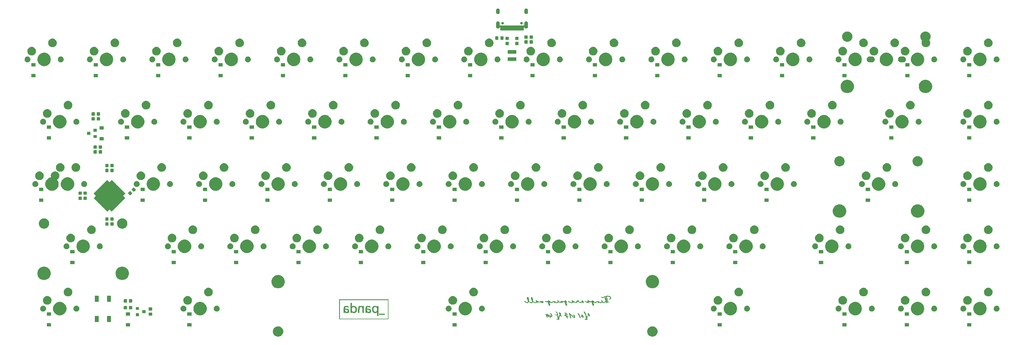
<source format=gbs>
G04 #@! TF.GenerationSoftware,KiCad,Pcbnew,(5.1.6)-1*
G04 #@! TF.CreationDate,2020-08-11T23:01:21-04:00*
G04 #@! TF.ProjectId,pcb-01,7063622d-3031-42e6-9b69-6361645f7063,01*
G04 #@! TF.SameCoordinates,Original*
G04 #@! TF.FileFunction,Soldermask,Bot*
G04 #@! TF.FilePolarity,Negative*
%FSLAX46Y46*%
G04 Gerber Fmt 4.6, Leading zero omitted, Abs format (unit mm)*
G04 Created by KiCad (PCBNEW (5.1.6)-1) date 2020-08-11 23:01:21*
%MOMM*%
%LPD*%
G01*
G04 APERTURE LIST*
%ADD10C,0.010000*%
%ADD11C,0.100000*%
G04 APERTURE END LIST*
D10*
G36*
X190629699Y-141062677D02*
G01*
X190625468Y-141113325D01*
X190679525Y-141198058D01*
X190791696Y-141321509D01*
X190802933Y-141332951D01*
X190891246Y-141426809D01*
X190946408Y-141494239D01*
X190960687Y-141525296D01*
X190952172Y-141524932D01*
X190872781Y-141513729D01*
X190776205Y-141522950D01*
X190689315Y-141546902D01*
X190638977Y-141579889D01*
X190634963Y-141592153D01*
X190660719Y-141636670D01*
X190728043Y-141710400D01*
X190816977Y-141792598D01*
X190906252Y-141876654D01*
X190964142Y-141945296D01*
X190978104Y-141983098D01*
X190934421Y-141998871D01*
X190837010Y-142010707D01*
X190704686Y-142016571D01*
X190666066Y-142016866D01*
X190512673Y-142020166D01*
X190423255Y-142030956D01*
X190389475Y-142050576D01*
X190389683Y-142061222D01*
X190432784Y-142104138D01*
X190492493Y-142130177D01*
X190571190Y-142142086D01*
X190694685Y-142150312D01*
X190840847Y-142154613D01*
X190987543Y-142154745D01*
X191112641Y-142150469D01*
X191194011Y-142141542D01*
X191206445Y-142137977D01*
X191250675Y-142089287D01*
X191237836Y-142008223D01*
X191171052Y-141902960D01*
X191079445Y-141805465D01*
X190907088Y-141643421D01*
X191096577Y-141665029D01*
X191231449Y-141671553D01*
X191303652Y-141653869D01*
X191311437Y-141645585D01*
X191297837Y-141602954D01*
X191235991Y-141524417D01*
X191134038Y-141419748D01*
X191085662Y-141374413D01*
X190971731Y-141268488D01*
X190907086Y-141202775D01*
X190886465Y-141169621D01*
X190904605Y-141161375D01*
X190943374Y-141167546D01*
X191051518Y-141202450D01*
X191165775Y-141255494D01*
X191172234Y-141259118D01*
X191287020Y-141312674D01*
X191365183Y-141324696D01*
X191396733Y-141293849D01*
X191396945Y-141289144D01*
X191364949Y-141250025D01*
X191281228Y-141199935D01*
X191164187Y-141146573D01*
X191032230Y-141097641D01*
X190903761Y-141060840D01*
X190813717Y-141045096D01*
X190692391Y-141041479D01*
X190629699Y-141062677D01*
G37*
X190629699Y-141062677D02*
X190625468Y-141113325D01*
X190679525Y-141198058D01*
X190791696Y-141321509D01*
X190802933Y-141332951D01*
X190891246Y-141426809D01*
X190946408Y-141494239D01*
X190960687Y-141525296D01*
X190952172Y-141524932D01*
X190872781Y-141513729D01*
X190776205Y-141522950D01*
X190689315Y-141546902D01*
X190638977Y-141579889D01*
X190634963Y-141592153D01*
X190660719Y-141636670D01*
X190728043Y-141710400D01*
X190816977Y-141792598D01*
X190906252Y-141876654D01*
X190964142Y-141945296D01*
X190978104Y-141983098D01*
X190934421Y-141998871D01*
X190837010Y-142010707D01*
X190704686Y-142016571D01*
X190666066Y-142016866D01*
X190512673Y-142020166D01*
X190423255Y-142030956D01*
X190389475Y-142050576D01*
X190389683Y-142061222D01*
X190432784Y-142104138D01*
X190492493Y-142130177D01*
X190571190Y-142142086D01*
X190694685Y-142150312D01*
X190840847Y-142154613D01*
X190987543Y-142154745D01*
X191112641Y-142150469D01*
X191194011Y-142141542D01*
X191206445Y-142137977D01*
X191250675Y-142089287D01*
X191237836Y-142008223D01*
X191171052Y-141902960D01*
X191079445Y-141805465D01*
X190907088Y-141643421D01*
X191096577Y-141665029D01*
X191231449Y-141671553D01*
X191303652Y-141653869D01*
X191311437Y-141645585D01*
X191297837Y-141602954D01*
X191235991Y-141524417D01*
X191134038Y-141419748D01*
X191085662Y-141374413D01*
X190971731Y-141268488D01*
X190907086Y-141202775D01*
X190886465Y-141169621D01*
X190904605Y-141161375D01*
X190943374Y-141167546D01*
X191051518Y-141202450D01*
X191165775Y-141255494D01*
X191172234Y-141259118D01*
X191287020Y-141312674D01*
X191365183Y-141324696D01*
X191396733Y-141293849D01*
X191396945Y-141289144D01*
X191364949Y-141250025D01*
X191281228Y-141199935D01*
X191164187Y-141146573D01*
X191032230Y-141097641D01*
X190903761Y-141060840D01*
X190813717Y-141045096D01*
X190692391Y-141041479D01*
X190629699Y-141062677D01*
G36*
X199269469Y-141022926D02*
G01*
X199258148Y-141069512D01*
X199305579Y-141149696D01*
X199411231Y-141268287D01*
X199438933Y-141296666D01*
X199527246Y-141390523D01*
X199582408Y-141457953D01*
X199596687Y-141489010D01*
X199588172Y-141488646D01*
X199508781Y-141477443D01*
X199412205Y-141486665D01*
X199325315Y-141510616D01*
X199274977Y-141543603D01*
X199270963Y-141555867D01*
X199296719Y-141600384D01*
X199364043Y-141674114D01*
X199452977Y-141756312D01*
X199542252Y-141840368D01*
X199600142Y-141909010D01*
X199614104Y-141946812D01*
X199570421Y-141962585D01*
X199473010Y-141974421D01*
X199340686Y-141980285D01*
X199302066Y-141980580D01*
X199148673Y-141983880D01*
X199059255Y-141994671D01*
X199025475Y-142014290D01*
X199025683Y-142024936D01*
X199068784Y-142067853D01*
X199128493Y-142093891D01*
X199207190Y-142105801D01*
X199330685Y-142114027D01*
X199476847Y-142118327D01*
X199623543Y-142118460D01*
X199748641Y-142114183D01*
X199830011Y-142105256D01*
X199842445Y-142101692D01*
X199886704Y-142053010D01*
X199873879Y-141972023D01*
X199807103Y-141866928D01*
X199715445Y-141769593D01*
X199543088Y-141607962D01*
X199734674Y-141625763D01*
X199856537Y-141629695D01*
X199933842Y-141616954D01*
X199949824Y-141605438D01*
X199935024Y-141566177D01*
X199875853Y-141492239D01*
X199783038Y-141396175D01*
X199721952Y-141338835D01*
X199601322Y-141223038D01*
X199540132Y-141148845D01*
X199538399Y-141116198D01*
X199596140Y-141125041D01*
X199713372Y-141175318D01*
X199763724Y-141200285D01*
X199904512Y-141265172D01*
X199991562Y-141288682D01*
X200030009Y-141271866D01*
X200032945Y-141255477D01*
X200000901Y-141213364D01*
X199917068Y-141161003D01*
X199799894Y-141106401D01*
X199667828Y-141057568D01*
X199539317Y-141022512D01*
X199470497Y-141011309D01*
X199340075Y-141005128D01*
X199269469Y-141022926D01*
G37*
X199269469Y-141022926D02*
X199258148Y-141069512D01*
X199305579Y-141149696D01*
X199411231Y-141268287D01*
X199438933Y-141296666D01*
X199527246Y-141390523D01*
X199582408Y-141457953D01*
X199596687Y-141489010D01*
X199588172Y-141488646D01*
X199508781Y-141477443D01*
X199412205Y-141486665D01*
X199325315Y-141510616D01*
X199274977Y-141543603D01*
X199270963Y-141555867D01*
X199296719Y-141600384D01*
X199364043Y-141674114D01*
X199452977Y-141756312D01*
X199542252Y-141840368D01*
X199600142Y-141909010D01*
X199614104Y-141946812D01*
X199570421Y-141962585D01*
X199473010Y-141974421D01*
X199340686Y-141980285D01*
X199302066Y-141980580D01*
X199148673Y-141983880D01*
X199059255Y-141994671D01*
X199025475Y-142014290D01*
X199025683Y-142024936D01*
X199068784Y-142067853D01*
X199128493Y-142093891D01*
X199207190Y-142105801D01*
X199330685Y-142114027D01*
X199476847Y-142118327D01*
X199623543Y-142118460D01*
X199748641Y-142114183D01*
X199830011Y-142105256D01*
X199842445Y-142101692D01*
X199886704Y-142053010D01*
X199873879Y-141972023D01*
X199807103Y-141866928D01*
X199715445Y-141769593D01*
X199543088Y-141607962D01*
X199734674Y-141625763D01*
X199856537Y-141629695D01*
X199933842Y-141616954D01*
X199949824Y-141605438D01*
X199935024Y-141566177D01*
X199875853Y-141492239D01*
X199783038Y-141396175D01*
X199721952Y-141338835D01*
X199601322Y-141223038D01*
X199540132Y-141148845D01*
X199538399Y-141116198D01*
X199596140Y-141125041D01*
X199713372Y-141175318D01*
X199763724Y-141200285D01*
X199904512Y-141265172D01*
X199991562Y-141288682D01*
X200030009Y-141271866D01*
X200032945Y-141255477D01*
X200000901Y-141213364D01*
X199917068Y-141161003D01*
X199799894Y-141106401D01*
X199667828Y-141057568D01*
X199539317Y-141022512D01*
X199470497Y-141011309D01*
X199340075Y-141005128D01*
X199269469Y-141022926D01*
G36*
X192859251Y-140774119D02*
G01*
X192848374Y-140817560D01*
X192864667Y-140863420D01*
X192922801Y-140901714D01*
X193036652Y-140940966D01*
X193060342Y-140947729D01*
X193182255Y-140986630D01*
X193262419Y-141031801D01*
X193327066Y-141103497D01*
X193390989Y-141203022D01*
X193462779Y-141330212D01*
X193523794Y-141453429D01*
X193552079Y-141522209D01*
X193603710Y-141639894D01*
X193662569Y-141726233D01*
X193715765Y-141762663D01*
X193719231Y-141762866D01*
X193763379Y-141738386D01*
X193786618Y-141714684D01*
X193802826Y-141645173D01*
X193785098Y-141534931D01*
X193740223Y-141403297D01*
X193674990Y-141269609D01*
X193596188Y-141153203D01*
X193584793Y-141139768D01*
X193564154Y-141110705D01*
X193576131Y-141099700D01*
X193631862Y-141107143D01*
X193742482Y-141133425D01*
X193796428Y-141147199D01*
X193953764Y-141184300D01*
X194047624Y-141197403D01*
X194083057Y-141186406D01*
X194065111Y-141151207D01*
X194056291Y-141141984D01*
X194007707Y-141115567D01*
X193904812Y-141072670D01*
X193762559Y-141018482D01*
X193595897Y-140958195D01*
X193419779Y-140896996D01*
X193249153Y-140840078D01*
X193098972Y-140792628D01*
X192984186Y-140759839D01*
X192919745Y-140746899D01*
X192918080Y-140746866D01*
X192859251Y-140774119D01*
G37*
X192859251Y-140774119D02*
X192848374Y-140817560D01*
X192864667Y-140863420D01*
X192922801Y-140901714D01*
X193036652Y-140940966D01*
X193060342Y-140947729D01*
X193182255Y-140986630D01*
X193262419Y-141031801D01*
X193327066Y-141103497D01*
X193390989Y-141203022D01*
X193462779Y-141330212D01*
X193523794Y-141453429D01*
X193552079Y-141522209D01*
X193603710Y-141639894D01*
X193662569Y-141726233D01*
X193715765Y-141762663D01*
X193719231Y-141762866D01*
X193763379Y-141738386D01*
X193786618Y-141714684D01*
X193802826Y-141645173D01*
X193785098Y-141534931D01*
X193740223Y-141403297D01*
X193674990Y-141269609D01*
X193596188Y-141153203D01*
X193584793Y-141139768D01*
X193564154Y-141110705D01*
X193576131Y-141099700D01*
X193631862Y-141107143D01*
X193742482Y-141133425D01*
X193796428Y-141147199D01*
X193953764Y-141184300D01*
X194047624Y-141197403D01*
X194083057Y-141186406D01*
X194065111Y-141151207D01*
X194056291Y-141141984D01*
X194007707Y-141115567D01*
X193904812Y-141072670D01*
X193762559Y-141018482D01*
X193595897Y-140958195D01*
X193419779Y-140896996D01*
X193249153Y-140840078D01*
X193098972Y-140792628D01*
X192984186Y-140759839D01*
X192919745Y-140746899D01*
X192918080Y-140746866D01*
X192859251Y-140774119D01*
G36*
X194162188Y-140099243D02*
G01*
X194154660Y-140124211D01*
X194171012Y-140169948D01*
X194213523Y-140258123D01*
X194262853Y-140350997D01*
X194357238Y-140544015D01*
X194444185Y-140770423D01*
X194528403Y-141043776D01*
X194603288Y-141331032D01*
X194644870Y-141492133D01*
X194678388Y-141595098D01*
X194709845Y-141652987D01*
X194745245Y-141678860D01*
X194765438Y-141683747D01*
X194827997Y-141675563D01*
X194844088Y-141623439D01*
X194833929Y-141514577D01*
X194806587Y-141357646D01*
X194766767Y-141173772D01*
X194719172Y-140984077D01*
X194668505Y-140809685D01*
X194651083Y-140756662D01*
X194561501Y-140494316D01*
X194711866Y-140616500D01*
X194876083Y-140740818D01*
X195032687Y-140842923D01*
X195171946Y-140918228D01*
X195284127Y-140962149D01*
X195359498Y-140970100D01*
X195388326Y-140937496D01*
X195388374Y-140935230D01*
X195362821Y-140866714D01*
X195304670Y-140810340D01*
X195241683Y-140791190D01*
X195231744Y-140793719D01*
X195165565Y-140783229D01*
X195053210Y-140720356D01*
X194896981Y-140606726D01*
X194699178Y-140443963D01*
X194547302Y-140310707D01*
X194412882Y-140200625D01*
X194297762Y-140125777D01*
X194211134Y-140090528D01*
X194162188Y-140099243D01*
G37*
X194162188Y-140099243D02*
X194154660Y-140124211D01*
X194171012Y-140169948D01*
X194213523Y-140258123D01*
X194262853Y-140350997D01*
X194357238Y-140544015D01*
X194444185Y-140770423D01*
X194528403Y-141043776D01*
X194603288Y-141331032D01*
X194644870Y-141492133D01*
X194678388Y-141595098D01*
X194709845Y-141652987D01*
X194745245Y-141678860D01*
X194765438Y-141683747D01*
X194827997Y-141675563D01*
X194844088Y-141623439D01*
X194833929Y-141514577D01*
X194806587Y-141357646D01*
X194766767Y-141173772D01*
X194719172Y-140984077D01*
X194668505Y-140809685D01*
X194651083Y-140756662D01*
X194561501Y-140494316D01*
X194711866Y-140616500D01*
X194876083Y-140740818D01*
X195032687Y-140842923D01*
X195171946Y-140918228D01*
X195284127Y-140962149D01*
X195359498Y-140970100D01*
X195388326Y-140937496D01*
X195388374Y-140935230D01*
X195362821Y-140866714D01*
X195304670Y-140810340D01*
X195241683Y-140791190D01*
X195231744Y-140793719D01*
X195165565Y-140783229D01*
X195053210Y-140720356D01*
X194896981Y-140606726D01*
X194699178Y-140443963D01*
X194547302Y-140310707D01*
X194412882Y-140200625D01*
X194297762Y-140125777D01*
X194211134Y-140090528D01*
X194162188Y-140099243D01*
G36*
X196934622Y-140171587D02*
G01*
X196912374Y-140181651D01*
X196928279Y-140218519D01*
X196970627Y-140303264D01*
X197031362Y-140419911D01*
X197054165Y-140462865D01*
X197129048Y-140610436D01*
X197218519Y-140797526D01*
X197309584Y-140996533D01*
X197367199Y-141127866D01*
X197450425Y-141319454D01*
X197512338Y-141453788D01*
X197559001Y-141540823D01*
X197596474Y-141590517D01*
X197630819Y-141612826D01*
X197665422Y-141617723D01*
X197701194Y-141599771D01*
X197705782Y-141535352D01*
X197700500Y-141496602D01*
X197671423Y-141383120D01*
X197616631Y-141223304D01*
X197543755Y-141035279D01*
X197460426Y-140837167D01*
X197374274Y-140647093D01*
X197292930Y-140483180D01*
X197224024Y-140363551D01*
X197222421Y-140361124D01*
X197138241Y-140246065D01*
X197070731Y-140185111D01*
X197006445Y-140166340D01*
X197002717Y-140166294D01*
X196934622Y-140171587D01*
G37*
X196934622Y-140171587D02*
X196912374Y-140181651D01*
X196928279Y-140218519D01*
X196970627Y-140303264D01*
X197031362Y-140419911D01*
X197054165Y-140462865D01*
X197129048Y-140610436D01*
X197218519Y-140797526D01*
X197309584Y-140996533D01*
X197367199Y-141127866D01*
X197450425Y-141319454D01*
X197512338Y-141453788D01*
X197559001Y-141540823D01*
X197596474Y-141590517D01*
X197630819Y-141612826D01*
X197665422Y-141617723D01*
X197701194Y-141599771D01*
X197705782Y-141535352D01*
X197700500Y-141496602D01*
X197671423Y-141383120D01*
X197616631Y-141223304D01*
X197543755Y-141035279D01*
X197460426Y-140837167D01*
X197374274Y-140647093D01*
X197292930Y-140483180D01*
X197224024Y-140363551D01*
X197222421Y-140361124D01*
X197138241Y-140246065D01*
X197070731Y-140185111D01*
X197006445Y-140166340D01*
X197002717Y-140166294D01*
X196934622Y-140171587D01*
G36*
X195596324Y-140609148D02*
G01*
X195580301Y-140639119D01*
X195588704Y-140665223D01*
X195658823Y-140843808D01*
X195716399Y-141012650D01*
X195758484Y-141160107D01*
X195782131Y-141274534D01*
X195784394Y-141344291D01*
X195764223Y-141358655D01*
X195719997Y-141336878D01*
X195627528Y-141290006D01*
X195503031Y-141226284D01*
X195434536Y-141191039D01*
X195299623Y-141123453D01*
X195187662Y-141070981D01*
X195115144Y-141041184D01*
X195098894Y-141037152D01*
X195061616Y-141052875D01*
X195087529Y-141098542D01*
X195174787Y-141171899D01*
X195255129Y-141227810D01*
X195487415Y-141371826D01*
X195684471Y-141472960D01*
X195841983Y-141529757D01*
X195955639Y-141540761D01*
X196021128Y-141504517D01*
X196029042Y-141489037D01*
X196042205Y-141378344D01*
X196020626Y-141222519D01*
X195967806Y-141038107D01*
X195895980Y-140860346D01*
X195833234Y-140729555D01*
X195786351Y-140652081D01*
X195743334Y-140614229D01*
X195692186Y-140602305D01*
X195669406Y-140601723D01*
X195596324Y-140609148D01*
G37*
X195596324Y-140609148D02*
X195580301Y-140639119D01*
X195588704Y-140665223D01*
X195658823Y-140843808D01*
X195716399Y-141012650D01*
X195758484Y-141160107D01*
X195782131Y-141274534D01*
X195784394Y-141344291D01*
X195764223Y-141358655D01*
X195719997Y-141336878D01*
X195627528Y-141290006D01*
X195503031Y-141226284D01*
X195434536Y-141191039D01*
X195299623Y-141123453D01*
X195187662Y-141070981D01*
X195115144Y-141041184D01*
X195098894Y-141037152D01*
X195061616Y-141052875D01*
X195087529Y-141098542D01*
X195174787Y-141171899D01*
X195255129Y-141227810D01*
X195487415Y-141371826D01*
X195684471Y-141472960D01*
X195841983Y-141529757D01*
X195955639Y-141540761D01*
X196021128Y-141504517D01*
X196029042Y-141489037D01*
X196042205Y-141378344D01*
X196020626Y-141222519D01*
X195967806Y-141038107D01*
X195895980Y-140860346D01*
X195833234Y-140729555D01*
X195786351Y-140652081D01*
X195743334Y-140614229D01*
X195692186Y-140602305D01*
X195669406Y-140601723D01*
X195596324Y-140609148D01*
G36*
X188371510Y-140268622D02*
G01*
X188368396Y-140273035D01*
X188388091Y-140301164D01*
X188460805Y-140338903D01*
X188544399Y-140369340D01*
X188660985Y-140414163D01*
X188720144Y-140455391D01*
X188724672Y-140475381D01*
X188729517Y-140532585D01*
X188761791Y-140623688D01*
X188779037Y-140660290D01*
X188829696Y-140768300D01*
X188867513Y-140862338D01*
X188873546Y-140880922D01*
X188882859Y-140934911D01*
X188853246Y-140945362D01*
X188795251Y-140931004D01*
X188708479Y-140901331D01*
X188584232Y-140853646D01*
X188467967Y-140806019D01*
X188348128Y-140757547D01*
X188253237Y-140723193D01*
X188204896Y-140710580D01*
X188166988Y-140724634D01*
X188190835Y-140763404D01*
X188272024Y-140821806D01*
X188331022Y-140855843D01*
X188450390Y-140936903D01*
X188524777Y-141034874D01*
X188553975Y-141100823D01*
X188588830Y-141220441D01*
X188580960Y-141282682D01*
X188531734Y-141287809D01*
X188442518Y-141236085D01*
X188314681Y-141127774D01*
X188220915Y-141036649D01*
X188050606Y-140840046D01*
X187934656Y-140644183D01*
X187913517Y-140595529D01*
X187836007Y-140435181D01*
X187765072Y-140337808D01*
X187708099Y-140302032D01*
X187672474Y-140326472D01*
X187665586Y-140409747D01*
X187694821Y-140550477D01*
X187721452Y-140631411D01*
X187808871Y-140873866D01*
X187579980Y-140651179D01*
X187421198Y-140504010D01*
X187299748Y-140409375D01*
X187208340Y-140362575D01*
X187139685Y-140358914D01*
X187130899Y-140361795D01*
X187111074Y-140385686D01*
X187119398Y-140440086D01*
X187159165Y-140536845D01*
X187206876Y-140634927D01*
X187280195Y-140794710D01*
X187358622Y-140987208D01*
X187427219Y-141175390D01*
X187437943Y-141207705D01*
X187491713Y-141364043D01*
X187534491Y-141462736D01*
X187573277Y-141516447D01*
X187615066Y-141537838D01*
X187620972Y-141538888D01*
X187670860Y-141540061D01*
X187687415Y-141510553D01*
X187678448Y-141431954D01*
X187674857Y-141411888D01*
X187650520Y-141310706D01*
X187609069Y-141169001D01*
X187558647Y-141014283D01*
X187548529Y-140985129D01*
X187447490Y-140697249D01*
X187672764Y-140939772D01*
X187806572Y-141071141D01*
X187917626Y-141154959D01*
X188000154Y-141188488D01*
X188048389Y-141168991D01*
X188058660Y-141122901D01*
X188078733Y-141107302D01*
X188140429Y-141145487D01*
X188233037Y-141226617D01*
X188399074Y-141359291D01*
X188551303Y-141436581D01*
X188681835Y-141455307D01*
X188750178Y-141435176D01*
X188803524Y-141378198D01*
X188809040Y-141284000D01*
X188768347Y-141146009D01*
X188767715Y-141114576D01*
X188807470Y-141101214D01*
X188901645Y-141102413D01*
X188934245Y-141104501D01*
X189121251Y-141117422D01*
X189102149Y-140947948D01*
X189046594Y-140755818D01*
X188972753Y-140641229D01*
X188862460Y-140503984D01*
X188955152Y-140521703D01*
X189024609Y-140523987D01*
X189036436Y-140497452D01*
X189017292Y-140474723D01*
X188820659Y-140474723D01*
X188802517Y-140492866D01*
X188784374Y-140474723D01*
X188802517Y-140456580D01*
X188820659Y-140474723D01*
X189017292Y-140474723D01*
X188995952Y-140449389D01*
X188908477Y-140387090D01*
X188821618Y-140338652D01*
X188677896Y-140278482D01*
X188543179Y-140245046D01*
X188435155Y-140240906D01*
X188371510Y-140268622D01*
G37*
X188371510Y-140268622D02*
X188368396Y-140273035D01*
X188388091Y-140301164D01*
X188460805Y-140338903D01*
X188544399Y-140369340D01*
X188660985Y-140414163D01*
X188720144Y-140455391D01*
X188724672Y-140475381D01*
X188729517Y-140532585D01*
X188761791Y-140623688D01*
X188779037Y-140660290D01*
X188829696Y-140768300D01*
X188867513Y-140862338D01*
X188873546Y-140880922D01*
X188882859Y-140934911D01*
X188853246Y-140945362D01*
X188795251Y-140931004D01*
X188708479Y-140901331D01*
X188584232Y-140853646D01*
X188467967Y-140806019D01*
X188348128Y-140757547D01*
X188253237Y-140723193D01*
X188204896Y-140710580D01*
X188166988Y-140724634D01*
X188190835Y-140763404D01*
X188272024Y-140821806D01*
X188331022Y-140855843D01*
X188450390Y-140936903D01*
X188524777Y-141034874D01*
X188553975Y-141100823D01*
X188588830Y-141220441D01*
X188580960Y-141282682D01*
X188531734Y-141287809D01*
X188442518Y-141236085D01*
X188314681Y-141127774D01*
X188220915Y-141036649D01*
X188050606Y-140840046D01*
X187934656Y-140644183D01*
X187913517Y-140595529D01*
X187836007Y-140435181D01*
X187765072Y-140337808D01*
X187708099Y-140302032D01*
X187672474Y-140326472D01*
X187665586Y-140409747D01*
X187694821Y-140550477D01*
X187721452Y-140631411D01*
X187808871Y-140873866D01*
X187579980Y-140651179D01*
X187421198Y-140504010D01*
X187299748Y-140409375D01*
X187208340Y-140362575D01*
X187139685Y-140358914D01*
X187130899Y-140361795D01*
X187111074Y-140385686D01*
X187119398Y-140440086D01*
X187159165Y-140536845D01*
X187206876Y-140634927D01*
X187280195Y-140794710D01*
X187358622Y-140987208D01*
X187427219Y-141175390D01*
X187437943Y-141207705D01*
X187491713Y-141364043D01*
X187534491Y-141462736D01*
X187573277Y-141516447D01*
X187615066Y-141537838D01*
X187620972Y-141538888D01*
X187670860Y-141540061D01*
X187687415Y-141510553D01*
X187678448Y-141431954D01*
X187674857Y-141411888D01*
X187650520Y-141310706D01*
X187609069Y-141169001D01*
X187558647Y-141014283D01*
X187548529Y-140985129D01*
X187447490Y-140697249D01*
X187672764Y-140939772D01*
X187806572Y-141071141D01*
X187917626Y-141154959D01*
X188000154Y-141188488D01*
X188048389Y-141168991D01*
X188058660Y-141122901D01*
X188078733Y-141107302D01*
X188140429Y-141145487D01*
X188233037Y-141226617D01*
X188399074Y-141359291D01*
X188551303Y-141436581D01*
X188681835Y-141455307D01*
X188750178Y-141435176D01*
X188803524Y-141378198D01*
X188809040Y-141284000D01*
X188768347Y-141146009D01*
X188767715Y-141114576D01*
X188807470Y-141101214D01*
X188901645Y-141102413D01*
X188934245Y-141104501D01*
X189121251Y-141117422D01*
X189102149Y-140947948D01*
X189046594Y-140755818D01*
X188972753Y-140641229D01*
X188862460Y-140503984D01*
X188955152Y-140521703D01*
X189024609Y-140523987D01*
X189036436Y-140497452D01*
X189017292Y-140474723D01*
X188820659Y-140474723D01*
X188802517Y-140492866D01*
X188784374Y-140474723D01*
X188802517Y-140456580D01*
X188820659Y-140474723D01*
X189017292Y-140474723D01*
X188995952Y-140449389D01*
X188908477Y-140387090D01*
X188821618Y-140338652D01*
X188677896Y-140278482D01*
X188543179Y-140245046D01*
X188435155Y-140240906D01*
X188371510Y-140268622D01*
G36*
X198088141Y-140627294D02*
G01*
X198075155Y-140682190D01*
X198111595Y-140729831D01*
X198114672Y-140767590D01*
X198064158Y-140832313D01*
X198053047Y-140842914D01*
X197987366Y-140919612D01*
X197972141Y-140997029D01*
X197979115Y-141045927D01*
X198023348Y-141168233D01*
X198109442Y-141267647D01*
X198250425Y-141357613D01*
X198309374Y-141386654D01*
X198428947Y-141439912D01*
X198506612Y-141463779D01*
X198564584Y-141462849D01*
X198608731Y-141448549D01*
X198647238Y-141397007D01*
X198648177Y-141309091D01*
X198436374Y-141309091D01*
X198412304Y-141314976D01*
X198349323Y-141278524D01*
X198282160Y-141225580D01*
X198245757Y-141167204D01*
X198223323Y-141082541D01*
X198217663Y-140997915D01*
X198231582Y-140939650D01*
X198250477Y-140928294D01*
X198277889Y-140958163D01*
X198321141Y-141032522D01*
X198369067Y-141128502D01*
X198410503Y-141223234D01*
X198434284Y-141293846D01*
X198436374Y-141309091D01*
X198648177Y-141309091D01*
X198648292Y-141298402D01*
X198613504Y-141166834D01*
X198563526Y-141052373D01*
X198513166Y-140946998D01*
X198480217Y-140866339D01*
X198472810Y-140837580D01*
X198443842Y-140787152D01*
X198372614Y-140721799D01*
X198282167Y-140658255D01*
X198195546Y-140613252D01*
X198148027Y-140601723D01*
X198088141Y-140627294D01*
G37*
X198088141Y-140627294D02*
X198075155Y-140682190D01*
X198111595Y-140729831D01*
X198114672Y-140767590D01*
X198064158Y-140832313D01*
X198053047Y-140842914D01*
X197987366Y-140919612D01*
X197972141Y-140997029D01*
X197979115Y-141045927D01*
X198023348Y-141168233D01*
X198109442Y-141267647D01*
X198250425Y-141357613D01*
X198309374Y-141386654D01*
X198428947Y-141439912D01*
X198506612Y-141463779D01*
X198564584Y-141462849D01*
X198608731Y-141448549D01*
X198647238Y-141397007D01*
X198648177Y-141309091D01*
X198436374Y-141309091D01*
X198412304Y-141314976D01*
X198349323Y-141278524D01*
X198282160Y-141225580D01*
X198245757Y-141167204D01*
X198223323Y-141082541D01*
X198217663Y-140997915D01*
X198231582Y-140939650D01*
X198250477Y-140928294D01*
X198277889Y-140958163D01*
X198321141Y-141032522D01*
X198369067Y-141128502D01*
X198410503Y-141223234D01*
X198434284Y-141293846D01*
X198436374Y-141309091D01*
X198648177Y-141309091D01*
X198648292Y-141298402D01*
X198613504Y-141166834D01*
X198563526Y-141052373D01*
X198513166Y-140946998D01*
X198480217Y-140866339D01*
X198472810Y-140837580D01*
X198443842Y-140787152D01*
X198372614Y-140721799D01*
X198282167Y-140658255D01*
X198195546Y-140613252D01*
X198148027Y-140601723D01*
X198088141Y-140627294D01*
G36*
X191187370Y-139995706D02*
G01*
X191200305Y-140090896D01*
X191261063Y-140238309D01*
X191306566Y-140327720D01*
X191370995Y-140453225D01*
X191403988Y-140535056D01*
X191409923Y-140592656D01*
X191393175Y-140645472D01*
X191382790Y-140666376D01*
X191321928Y-140761683D01*
X191242628Y-140860834D01*
X191235787Y-140868310D01*
X191175736Y-140944139D01*
X191166553Y-140995654D01*
X191182149Y-141022524D01*
X191263295Y-141070155D01*
X191366620Y-141059263D01*
X191475967Y-140992945D01*
X191510455Y-140959600D01*
X191576971Y-140893395D01*
X191619646Y-140860309D01*
X191626266Y-140859814D01*
X191730842Y-141002041D01*
X191820562Y-141099334D01*
X191889367Y-141147108D01*
X191931200Y-141140783D01*
X191941231Y-141098094D01*
X191924147Y-141053925D01*
X191877381Y-140959338D01*
X191807666Y-140826690D01*
X191721730Y-140668338D01*
X191626304Y-140496639D01*
X191528120Y-140323951D01*
X191433907Y-140162632D01*
X191409009Y-140120937D01*
X191403186Y-140093664D01*
X191443536Y-140112896D01*
X191523636Y-140175137D01*
X191549897Y-140197685D01*
X191647127Y-140271012D01*
X191737577Y-140320377D01*
X191804796Y-140338792D01*
X191832331Y-140319272D01*
X191832374Y-140317641D01*
X191804495Y-140268365D01*
X191733144Y-140196436D01*
X191636749Y-140117082D01*
X191533739Y-140045529D01*
X191446107Y-139998470D01*
X191309211Y-139951994D01*
X191223319Y-139950240D01*
X191187370Y-139995706D01*
G37*
X191187370Y-139995706D02*
X191200305Y-140090896D01*
X191261063Y-140238309D01*
X191306566Y-140327720D01*
X191370995Y-140453225D01*
X191403988Y-140535056D01*
X191409923Y-140592656D01*
X191393175Y-140645472D01*
X191382790Y-140666376D01*
X191321928Y-140761683D01*
X191242628Y-140860834D01*
X191235787Y-140868310D01*
X191175736Y-140944139D01*
X191166553Y-140995654D01*
X191182149Y-141022524D01*
X191263295Y-141070155D01*
X191366620Y-141059263D01*
X191475967Y-140992945D01*
X191510455Y-140959600D01*
X191576971Y-140893395D01*
X191619646Y-140860309D01*
X191626266Y-140859814D01*
X191730842Y-141002041D01*
X191820562Y-141099334D01*
X191889367Y-141147108D01*
X191931200Y-141140783D01*
X191941231Y-141098094D01*
X191924147Y-141053925D01*
X191877381Y-140959338D01*
X191807666Y-140826690D01*
X191721730Y-140668338D01*
X191626304Y-140496639D01*
X191528120Y-140323951D01*
X191433907Y-140162632D01*
X191409009Y-140120937D01*
X191403186Y-140093664D01*
X191443536Y-140112896D01*
X191523636Y-140175137D01*
X191549897Y-140197685D01*
X191647127Y-140271012D01*
X191737577Y-140320377D01*
X191804796Y-140338792D01*
X191832331Y-140319272D01*
X191832374Y-140317641D01*
X191804495Y-140268365D01*
X191733144Y-140196436D01*
X191636749Y-140117082D01*
X191533739Y-140045529D01*
X191446107Y-139998470D01*
X191309211Y-139951994D01*
X191223319Y-139950240D01*
X191187370Y-139995706D01*
G36*
X200016566Y-140172211D02*
G01*
X199997840Y-140203282D01*
X200033209Y-140260746D01*
X200039162Y-140266854D01*
X200054905Y-140308067D01*
X200015385Y-140360055D01*
X199984733Y-140385602D01*
X199905429Y-140482056D01*
X199896967Y-140591711D01*
X199959341Y-140715735D01*
X199983081Y-140745673D01*
X200088354Y-140844549D01*
X200214645Y-140925233D01*
X200344148Y-140980507D01*
X200459055Y-141003155D01*
X200541561Y-140985961D01*
X200553040Y-140976675D01*
X200577256Y-140905968D01*
X200569721Y-140835235D01*
X200359517Y-140835235D01*
X200337877Y-140855021D01*
X200277819Y-140821624D01*
X200225784Y-140776827D01*
X200171006Y-140696999D01*
X200143044Y-140601084D01*
X200146702Y-140516776D01*
X200173830Y-140477354D01*
X200200519Y-140498158D01*
X200243492Y-140564352D01*
X200291466Y-140654192D01*
X200333161Y-140745936D01*
X200357296Y-140817841D01*
X200359517Y-140835235D01*
X200569721Y-140835235D01*
X200565249Y-140793261D01*
X200520248Y-140657463D01*
X200486517Y-140587065D01*
X200435063Y-140482753D01*
X200401979Y-140401223D01*
X200395353Y-140373017D01*
X200367063Y-140327651D01*
X200296953Y-140267220D01*
X200268862Y-140247937D01*
X200164922Y-140193481D01*
X200076541Y-140168591D01*
X200016566Y-140172211D01*
G37*
X200016566Y-140172211D02*
X199997840Y-140203282D01*
X200033209Y-140260746D01*
X200039162Y-140266854D01*
X200054905Y-140308067D01*
X200015385Y-140360055D01*
X199984733Y-140385602D01*
X199905429Y-140482056D01*
X199896967Y-140591711D01*
X199959341Y-140715735D01*
X199983081Y-140745673D01*
X200088354Y-140844549D01*
X200214645Y-140925233D01*
X200344148Y-140980507D01*
X200459055Y-141003155D01*
X200541561Y-140985961D01*
X200553040Y-140976675D01*
X200577256Y-140905968D01*
X200569721Y-140835235D01*
X200359517Y-140835235D01*
X200337877Y-140855021D01*
X200277819Y-140821624D01*
X200225784Y-140776827D01*
X200171006Y-140696999D01*
X200143044Y-140601084D01*
X200146702Y-140516776D01*
X200173830Y-140477354D01*
X200200519Y-140498158D01*
X200243492Y-140564352D01*
X200291466Y-140654192D01*
X200333161Y-140745936D01*
X200357296Y-140817841D01*
X200359517Y-140835235D01*
X200569721Y-140835235D01*
X200565249Y-140793261D01*
X200520248Y-140657463D01*
X200486517Y-140587065D01*
X200435063Y-140482753D01*
X200401979Y-140401223D01*
X200395353Y-140373017D01*
X200367063Y-140327651D01*
X200296953Y-140267220D01*
X200268862Y-140247937D01*
X200164922Y-140193481D01*
X200076541Y-140168591D01*
X200016566Y-140172211D01*
G36*
X198817137Y-139812509D02*
G01*
X198871580Y-139907120D01*
X198947671Y-140047057D01*
X199034857Y-140212608D01*
X199113408Y-140365866D01*
X199196243Y-140526042D01*
X199272501Y-140666719D01*
X199333692Y-140772662D01*
X199371212Y-140828509D01*
X199434932Y-140877582D01*
X199494113Y-140890876D01*
X199524398Y-140863928D01*
X199524945Y-140856668D01*
X199510415Y-140795796D01*
X199471694Y-140686914D01*
X199416087Y-140547392D01*
X199350901Y-140394600D01*
X199283440Y-140245907D01*
X199221010Y-140118685D01*
X199192128Y-140065319D01*
X199070928Y-139870332D01*
X198965925Y-139740736D01*
X198873098Y-139672222D01*
X198812092Y-139658294D01*
X198722546Y-139658294D01*
X198817137Y-139812509D01*
G37*
X198817137Y-139812509D02*
X198871580Y-139907120D01*
X198947671Y-140047057D01*
X199034857Y-140212608D01*
X199113408Y-140365866D01*
X199196243Y-140526042D01*
X199272501Y-140666719D01*
X199333692Y-140772662D01*
X199371212Y-140828509D01*
X199434932Y-140877582D01*
X199494113Y-140890876D01*
X199524398Y-140863928D01*
X199524945Y-140856668D01*
X199510415Y-140795796D01*
X199471694Y-140686914D01*
X199416087Y-140547392D01*
X199350901Y-140394600D01*
X199283440Y-140245907D01*
X199221010Y-140118685D01*
X199192128Y-140065319D01*
X199070928Y-139870332D01*
X198965925Y-139740736D01*
X198873098Y-139672222D01*
X198812092Y-139658294D01*
X198722546Y-139658294D01*
X198817137Y-139812509D01*
G36*
X190253661Y-139628719D02*
G01*
X190241692Y-139655888D01*
X190259385Y-139714071D01*
X190309753Y-139813825D01*
X190385107Y-139947170D01*
X190500011Y-140160382D01*
X190586128Y-140349216D01*
X190639535Y-140503456D01*
X190656305Y-140612887D01*
X190651908Y-140641727D01*
X190637318Y-140681322D01*
X190615146Y-140701633D01*
X190571199Y-140701755D01*
X190491280Y-140680786D01*
X190361194Y-140637822D01*
X190308374Y-140619866D01*
X190156297Y-140569180D01*
X190060052Y-140540863D01*
X190007211Y-140532639D01*
X189985348Y-140542231D01*
X189981802Y-140560066D01*
X190013423Y-140593523D01*
X190096637Y-140641780D01*
X190213967Y-140697356D01*
X190347939Y-140752774D01*
X190481077Y-140800554D01*
X190595907Y-140833216D01*
X190638775Y-140841245D01*
X190753543Y-140848968D01*
X190822253Y-140829668D01*
X190849726Y-140804829D01*
X190883168Y-140709638D01*
X190870306Y-140565050D01*
X190812315Y-140376554D01*
X190710371Y-140149638D01*
X190708753Y-140146442D01*
X190596856Y-139944347D01*
X190489192Y-139784825D01*
X190391970Y-139675694D01*
X190311397Y-139624773D01*
X190292276Y-139622009D01*
X190253661Y-139628719D01*
G37*
X190253661Y-139628719D02*
X190241692Y-139655888D01*
X190259385Y-139714071D01*
X190309753Y-139813825D01*
X190385107Y-139947170D01*
X190500011Y-140160382D01*
X190586128Y-140349216D01*
X190639535Y-140503456D01*
X190656305Y-140612887D01*
X190651908Y-140641727D01*
X190637318Y-140681322D01*
X190615146Y-140701633D01*
X190571199Y-140701755D01*
X190491280Y-140680786D01*
X190361194Y-140637822D01*
X190308374Y-140619866D01*
X190156297Y-140569180D01*
X190060052Y-140540863D01*
X190007211Y-140532639D01*
X189985348Y-140542231D01*
X189981802Y-140560066D01*
X190013423Y-140593523D01*
X190096637Y-140641780D01*
X190213967Y-140697356D01*
X190347939Y-140752774D01*
X190481077Y-140800554D01*
X190595907Y-140833216D01*
X190638775Y-140841245D01*
X190753543Y-140848968D01*
X190822253Y-140829668D01*
X190849726Y-140804829D01*
X190883168Y-140709638D01*
X190870306Y-140565050D01*
X190812315Y-140376554D01*
X190710371Y-140149638D01*
X190708753Y-140146442D01*
X190596856Y-139944347D01*
X190489192Y-139784825D01*
X190391970Y-139675694D01*
X190311397Y-139624773D01*
X190292276Y-139622009D01*
X190253661Y-139628719D01*
G36*
X192966302Y-140012002D02*
G01*
X192920296Y-140059619D01*
X192926172Y-140149716D01*
X192981940Y-140276149D01*
X193085612Y-140432771D01*
X193114962Y-140471066D01*
X193225906Y-140612553D01*
X193091569Y-140587351D01*
X192993637Y-140574884D01*
X192963446Y-140585931D01*
X193000641Y-140618918D01*
X193104865Y-140672272D01*
X193111445Y-140675272D01*
X193242597Y-140724307D01*
X193348436Y-140744282D01*
X193414362Y-140733700D01*
X193428945Y-140707791D01*
X193409085Y-140660389D01*
X193357014Y-140573637D01*
X193283993Y-140466294D01*
X193283802Y-140466027D01*
X193190964Y-140325260D01*
X193145178Y-140229068D01*
X193147247Y-140180230D01*
X193197973Y-140181527D01*
X193202160Y-140183096D01*
X193287142Y-140209362D01*
X193362134Y-140227138D01*
X193432402Y-140256972D01*
X193470076Y-140324531D01*
X193482278Y-140378811D01*
X193523623Y-140578146D01*
X193564394Y-140708585D01*
X193605925Y-140773780D01*
X193629915Y-140783152D01*
X193662804Y-140763099D01*
X193679223Y-140694429D01*
X193682889Y-140592652D01*
X193667265Y-140428610D01*
X193625107Y-140289723D01*
X193563336Y-140191077D01*
X193488873Y-140147762D01*
X193478467Y-140146980D01*
X193390440Y-140126772D01*
X193350039Y-140103523D01*
X193277666Y-140066456D01*
X193169870Y-140033355D01*
X193058686Y-140011858D01*
X192976150Y-140009607D01*
X192966302Y-140012002D01*
G37*
X192966302Y-140012002D02*
X192920296Y-140059619D01*
X192926172Y-140149716D01*
X192981940Y-140276149D01*
X193085612Y-140432771D01*
X193114962Y-140471066D01*
X193225906Y-140612553D01*
X193091569Y-140587351D01*
X192993637Y-140574884D01*
X192963446Y-140585931D01*
X193000641Y-140618918D01*
X193104865Y-140672272D01*
X193111445Y-140675272D01*
X193242597Y-140724307D01*
X193348436Y-140744282D01*
X193414362Y-140733700D01*
X193428945Y-140707791D01*
X193409085Y-140660389D01*
X193357014Y-140573637D01*
X193283993Y-140466294D01*
X193283802Y-140466027D01*
X193190964Y-140325260D01*
X193145178Y-140229068D01*
X193147247Y-140180230D01*
X193197973Y-140181527D01*
X193202160Y-140183096D01*
X193287142Y-140209362D01*
X193362134Y-140227138D01*
X193432402Y-140256972D01*
X193470076Y-140324531D01*
X193482278Y-140378811D01*
X193523623Y-140578146D01*
X193564394Y-140708585D01*
X193605925Y-140773780D01*
X193629915Y-140783152D01*
X193662804Y-140763099D01*
X193679223Y-140694429D01*
X193682889Y-140592652D01*
X193667265Y-140428610D01*
X193625107Y-140289723D01*
X193563336Y-140191077D01*
X193488873Y-140147762D01*
X193478467Y-140146980D01*
X193390440Y-140126772D01*
X193350039Y-140103523D01*
X193277666Y-140066456D01*
X193169870Y-140033355D01*
X193058686Y-140011858D01*
X192976150Y-140009607D01*
X192966302Y-140012002D01*
G36*
X205193825Y-135391322D02*
G01*
X205155158Y-135497803D01*
X205149585Y-135574337D01*
X205175958Y-135737355D01*
X205255041Y-135941591D01*
X205387817Y-136189292D01*
X205492500Y-136357909D01*
X205567890Y-136476453D01*
X205625143Y-136570290D01*
X205654981Y-136624066D01*
X205657231Y-136630501D01*
X205629351Y-136628129D01*
X205561133Y-136598656D01*
X205550176Y-136593083D01*
X205424380Y-136545792D01*
X205317487Y-136553760D01*
X205208389Y-136621015D01*
X205156504Y-136668230D01*
X205067877Y-136746579D01*
X204997199Y-136781208D01*
X204915760Y-136783982D01*
X204885104Y-136780399D01*
X204792431Y-136753810D01*
X204675117Y-136701078D01*
X204550966Y-136632898D01*
X204437783Y-136559964D01*
X204353374Y-136492974D01*
X204315545Y-136442620D01*
X204314977Y-136437937D01*
X204284250Y-136401675D01*
X204238683Y-136392580D01*
X204194666Y-136398718D01*
X204176306Y-136429200D01*
X204178529Y-136502132D01*
X204187715Y-136574414D01*
X204212724Y-136756248D01*
X204080936Y-136811313D01*
X203956070Y-136846384D01*
X203832791Y-136834796D01*
X203813846Y-136829944D01*
X203676904Y-136775980D01*
X203517604Y-136688202D01*
X203365005Y-136584010D01*
X203272962Y-136506071D01*
X203182898Y-136439486D01*
X203118001Y-136431029D01*
X203086993Y-136479327D01*
X203088302Y-136535112D01*
X203103896Y-136641358D01*
X203014956Y-136571398D01*
X202882149Y-136505526D01*
X202749593Y-136509698D01*
X202629291Y-136582344D01*
X202589713Y-136627015D01*
X202511720Y-136711939D01*
X202434522Y-136769937D01*
X202415509Y-136778372D01*
X202247956Y-136796023D01*
X202097871Y-136755777D01*
X201629517Y-136755777D01*
X201614714Y-136783307D01*
X201576014Y-136754551D01*
X201521977Y-136678130D01*
X201489611Y-136619647D01*
X200392292Y-136619647D01*
X200312404Y-136686335D01*
X200222352Y-136734964D01*
X200122018Y-136753088D01*
X200039633Y-136738145D01*
X200011410Y-136713662D01*
X200020828Y-136665745D01*
X200080314Y-136595967D01*
X200109054Y-136570931D01*
X200232517Y-136469976D01*
X200312404Y-136544811D01*
X200392292Y-136619647D01*
X201489611Y-136619647D01*
X201483661Y-136608897D01*
X201443103Y-136522511D01*
X201438224Y-136486446D01*
X201467378Y-136488756D01*
X201522593Y-136536273D01*
X201580306Y-136621103D01*
X201621153Y-136711358D01*
X201629517Y-136755777D01*
X202097871Y-136755777D01*
X202064942Y-136746947D01*
X201872536Y-136633720D01*
X201686205Y-136468697D01*
X201571185Y-136369114D01*
X201451124Y-136296123D01*
X201344052Y-136258442D01*
X201267998Y-136264789D01*
X201266423Y-136265726D01*
X201238591Y-136316757D01*
X201235071Y-136368092D01*
X201238008Y-136464549D01*
X201236017Y-136511345D01*
X201226252Y-136553148D01*
X201194410Y-136549877D01*
X201142424Y-136518055D01*
X201074518Y-136482085D01*
X201014954Y-136485168D01*
X200944655Y-136517219D01*
X200804834Y-136564630D01*
X200664865Y-136557517D01*
X200516783Y-136492782D01*
X200352623Y-136367325D01*
X200216327Y-136233799D01*
X200118428Y-136148225D01*
X200035396Y-136107023D01*
X199978896Y-136113422D01*
X199960374Y-136162937D01*
X199983509Y-136235910D01*
X200021541Y-136291169D01*
X200055710Y-136337076D01*
X200051424Y-136376720D01*
X200001710Y-136432289D01*
X199967112Y-136464338D01*
X199880926Y-136568751D01*
X199851517Y-136662678D01*
X199834864Y-136734052D01*
X199802492Y-136755437D01*
X199736309Y-136737102D01*
X199632755Y-136690210D01*
X199514525Y-136626934D01*
X199404312Y-136559446D01*
X199324811Y-136499917D01*
X199323035Y-136498285D01*
X199238508Y-136442265D01*
X199167971Y-136433243D01*
X199128850Y-136471484D01*
X199125802Y-136495286D01*
X199157033Y-136559367D01*
X199241062Y-136640046D01*
X199363390Y-136726756D01*
X199509523Y-136808928D01*
X199629821Y-136862725D01*
X199812776Y-136915532D01*
X200002869Y-136938042D01*
X200179231Y-136930284D01*
X200320996Y-136892289D01*
X200372766Y-136861661D01*
X200438386Y-136797686D01*
X200468207Y-136744214D01*
X200468374Y-136741417D01*
X200492308Y-136715768D01*
X200570337Y-136707110D01*
X200681011Y-136711759D01*
X200809837Y-136713814D01*
X200917887Y-136702908D01*
X200965795Y-136688528D01*
X201047356Y-136681354D01*
X201131011Y-136740323D01*
X201212262Y-136859306D01*
X201286611Y-137032172D01*
X201334459Y-137190866D01*
X201408692Y-137447709D01*
X201481871Y-137636323D01*
X201556243Y-137760976D01*
X201634053Y-137825934D01*
X201674567Y-137837318D01*
X201759063Y-137828757D01*
X201811502Y-137766255D01*
X201815776Y-137757182D01*
X201834825Y-137634743D01*
X201825989Y-137590009D01*
X201661590Y-137590009D01*
X201648846Y-137591607D01*
X201618796Y-137546411D01*
X201581665Y-137474775D01*
X201547679Y-137397051D01*
X201527062Y-137333593D01*
X201524872Y-137317866D01*
X201538938Y-137322568D01*
X201575648Y-137377581D01*
X201593231Y-137408580D01*
X201637903Y-137503674D01*
X201660770Y-137578855D01*
X201661590Y-137590009D01*
X201825989Y-137590009D01*
X201803020Y-137473725D01*
X201723325Y-137284237D01*
X201700722Y-137245295D01*
X201520660Y-137245295D01*
X201502517Y-137263437D01*
X201484374Y-137245295D01*
X201502517Y-137227152D01*
X201520660Y-137245295D01*
X201700722Y-137245295D01*
X201629925Y-137123328D01*
X201496273Y-136916542D01*
X201619612Y-136930941D01*
X201707802Y-136932563D01*
X201750287Y-136902901D01*
X201762710Y-136869786D01*
X201778098Y-136824031D01*
X201804899Y-136813019D01*
X201863770Y-136836070D01*
X201920377Y-136864587D01*
X202132798Y-136943083D01*
X202330652Y-136957830D01*
X202506002Y-136909928D01*
X202650908Y-136800474D01*
X202685074Y-136758773D01*
X202749230Y-136686140D01*
X202803167Y-136648181D01*
X202811702Y-136646580D01*
X202859053Y-136669399D01*
X202941292Y-136729235D01*
X203040658Y-136813160D01*
X203041140Y-136813593D01*
X203164406Y-136911484D01*
X203255165Y-136956582D01*
X203308929Y-136948313D01*
X203321214Y-136886102D01*
X203314155Y-136848522D01*
X203291582Y-136758584D01*
X203494456Y-136868465D01*
X203712829Y-136961484D01*
X203917421Y-136999867D01*
X204096953Y-136982514D01*
X204200605Y-136937290D01*
X204283899Y-136871378D01*
X204335442Y-136805565D01*
X204339951Y-136793562D01*
X204354647Y-136759579D01*
X204384955Y-136752606D01*
X204446729Y-136775421D01*
X204555824Y-136830801D01*
X204557476Y-136831670D01*
X204742458Y-136909416D01*
X204915112Y-136936603D01*
X204935097Y-136936866D01*
X205052164Y-136929300D01*
X205140385Y-136897317D01*
X205233990Y-136826992D01*
X205258274Y-136805382D01*
X205403811Y-136673897D01*
X205571581Y-136841667D01*
X205688211Y-136949754D01*
X205767388Y-137000042D01*
X205814661Y-136993193D01*
X205835578Y-136929865D01*
X205837874Y-136873366D01*
X205825756Y-136727798D01*
X205793781Y-136540321D01*
X205746454Y-136327024D01*
X205711500Y-136193009D01*
X205584659Y-136193009D01*
X205566517Y-136211152D01*
X205548374Y-136193009D01*
X205566517Y-136174866D01*
X205584659Y-136193009D01*
X205711500Y-136193009D01*
X205694185Y-136126626D01*
X205545253Y-136126626D01*
X205530714Y-136113738D01*
X205496165Y-136051269D01*
X205449714Y-135956539D01*
X205399467Y-135846872D01*
X205353531Y-135739589D01*
X205320011Y-135652013D01*
X205313112Y-135630580D01*
X205302129Y-135571628D01*
X205322042Y-135576152D01*
X205351873Y-135625831D01*
X205396296Y-135720760D01*
X205446580Y-135839401D01*
X205493989Y-135960213D01*
X205529789Y-136061659D01*
X205545248Y-136122199D01*
X205545253Y-136126626D01*
X205694185Y-136126626D01*
X205688283Y-136104000D01*
X205623772Y-135887340D01*
X205557427Y-135693135D01*
X205493754Y-135537478D01*
X205437258Y-135436458D01*
X205434541Y-135432925D01*
X205344129Y-135353617D01*
X205260353Y-135341505D01*
X205193825Y-135391322D01*
G37*
X205193825Y-135391322D02*
X205155158Y-135497803D01*
X205149585Y-135574337D01*
X205175958Y-135737355D01*
X205255041Y-135941591D01*
X205387817Y-136189292D01*
X205492500Y-136357909D01*
X205567890Y-136476453D01*
X205625143Y-136570290D01*
X205654981Y-136624066D01*
X205657231Y-136630501D01*
X205629351Y-136628129D01*
X205561133Y-136598656D01*
X205550176Y-136593083D01*
X205424380Y-136545792D01*
X205317487Y-136553760D01*
X205208389Y-136621015D01*
X205156504Y-136668230D01*
X205067877Y-136746579D01*
X204997199Y-136781208D01*
X204915760Y-136783982D01*
X204885104Y-136780399D01*
X204792431Y-136753810D01*
X204675117Y-136701078D01*
X204550966Y-136632898D01*
X204437783Y-136559964D01*
X204353374Y-136492974D01*
X204315545Y-136442620D01*
X204314977Y-136437937D01*
X204284250Y-136401675D01*
X204238683Y-136392580D01*
X204194666Y-136398718D01*
X204176306Y-136429200D01*
X204178529Y-136502132D01*
X204187715Y-136574414D01*
X204212724Y-136756248D01*
X204080936Y-136811313D01*
X203956070Y-136846384D01*
X203832791Y-136834796D01*
X203813846Y-136829944D01*
X203676904Y-136775980D01*
X203517604Y-136688202D01*
X203365005Y-136584010D01*
X203272962Y-136506071D01*
X203182898Y-136439486D01*
X203118001Y-136431029D01*
X203086993Y-136479327D01*
X203088302Y-136535112D01*
X203103896Y-136641358D01*
X203014956Y-136571398D01*
X202882149Y-136505526D01*
X202749593Y-136509698D01*
X202629291Y-136582344D01*
X202589713Y-136627015D01*
X202511720Y-136711939D01*
X202434522Y-136769937D01*
X202415509Y-136778372D01*
X202247956Y-136796023D01*
X202097871Y-136755777D01*
X201629517Y-136755777D01*
X201614714Y-136783307D01*
X201576014Y-136754551D01*
X201521977Y-136678130D01*
X201489611Y-136619647D01*
X200392292Y-136619647D01*
X200312404Y-136686335D01*
X200222352Y-136734964D01*
X200122018Y-136753088D01*
X200039633Y-136738145D01*
X200011410Y-136713662D01*
X200020828Y-136665745D01*
X200080314Y-136595967D01*
X200109054Y-136570931D01*
X200232517Y-136469976D01*
X200312404Y-136544811D01*
X200392292Y-136619647D01*
X201489611Y-136619647D01*
X201483661Y-136608897D01*
X201443103Y-136522511D01*
X201438224Y-136486446D01*
X201467378Y-136488756D01*
X201522593Y-136536273D01*
X201580306Y-136621103D01*
X201621153Y-136711358D01*
X201629517Y-136755777D01*
X202097871Y-136755777D01*
X202064942Y-136746947D01*
X201872536Y-136633720D01*
X201686205Y-136468697D01*
X201571185Y-136369114D01*
X201451124Y-136296123D01*
X201344052Y-136258442D01*
X201267998Y-136264789D01*
X201266423Y-136265726D01*
X201238591Y-136316757D01*
X201235071Y-136368092D01*
X201238008Y-136464549D01*
X201236017Y-136511345D01*
X201226252Y-136553148D01*
X201194410Y-136549877D01*
X201142424Y-136518055D01*
X201074518Y-136482085D01*
X201014954Y-136485168D01*
X200944655Y-136517219D01*
X200804834Y-136564630D01*
X200664865Y-136557517D01*
X200516783Y-136492782D01*
X200352623Y-136367325D01*
X200216327Y-136233799D01*
X200118428Y-136148225D01*
X200035396Y-136107023D01*
X199978896Y-136113422D01*
X199960374Y-136162937D01*
X199983509Y-136235910D01*
X200021541Y-136291169D01*
X200055710Y-136337076D01*
X200051424Y-136376720D01*
X200001710Y-136432289D01*
X199967112Y-136464338D01*
X199880926Y-136568751D01*
X199851517Y-136662678D01*
X199834864Y-136734052D01*
X199802492Y-136755437D01*
X199736309Y-136737102D01*
X199632755Y-136690210D01*
X199514525Y-136626934D01*
X199404312Y-136559446D01*
X199324811Y-136499917D01*
X199323035Y-136498285D01*
X199238508Y-136442265D01*
X199167971Y-136433243D01*
X199128850Y-136471484D01*
X199125802Y-136495286D01*
X199157033Y-136559367D01*
X199241062Y-136640046D01*
X199363390Y-136726756D01*
X199509523Y-136808928D01*
X199629821Y-136862725D01*
X199812776Y-136915532D01*
X200002869Y-136938042D01*
X200179231Y-136930284D01*
X200320996Y-136892289D01*
X200372766Y-136861661D01*
X200438386Y-136797686D01*
X200468207Y-136744214D01*
X200468374Y-136741417D01*
X200492308Y-136715768D01*
X200570337Y-136707110D01*
X200681011Y-136711759D01*
X200809837Y-136713814D01*
X200917887Y-136702908D01*
X200965795Y-136688528D01*
X201047356Y-136681354D01*
X201131011Y-136740323D01*
X201212262Y-136859306D01*
X201286611Y-137032172D01*
X201334459Y-137190866D01*
X201408692Y-137447709D01*
X201481871Y-137636323D01*
X201556243Y-137760976D01*
X201634053Y-137825934D01*
X201674567Y-137837318D01*
X201759063Y-137828757D01*
X201811502Y-137766255D01*
X201815776Y-137757182D01*
X201834825Y-137634743D01*
X201825989Y-137590009D01*
X201661590Y-137590009D01*
X201648846Y-137591607D01*
X201618796Y-137546411D01*
X201581665Y-137474775D01*
X201547679Y-137397051D01*
X201527062Y-137333593D01*
X201524872Y-137317866D01*
X201538938Y-137322568D01*
X201575648Y-137377581D01*
X201593231Y-137408580D01*
X201637903Y-137503674D01*
X201660770Y-137578855D01*
X201661590Y-137590009D01*
X201825989Y-137590009D01*
X201803020Y-137473725D01*
X201723325Y-137284237D01*
X201700722Y-137245295D01*
X201520660Y-137245295D01*
X201502517Y-137263437D01*
X201484374Y-137245295D01*
X201502517Y-137227152D01*
X201520660Y-137245295D01*
X201700722Y-137245295D01*
X201629925Y-137123328D01*
X201496273Y-136916542D01*
X201619612Y-136930941D01*
X201707802Y-136932563D01*
X201750287Y-136902901D01*
X201762710Y-136869786D01*
X201778098Y-136824031D01*
X201804899Y-136813019D01*
X201863770Y-136836070D01*
X201920377Y-136864587D01*
X202132798Y-136943083D01*
X202330652Y-136957830D01*
X202506002Y-136909928D01*
X202650908Y-136800474D01*
X202685074Y-136758773D01*
X202749230Y-136686140D01*
X202803167Y-136648181D01*
X202811702Y-136646580D01*
X202859053Y-136669399D01*
X202941292Y-136729235D01*
X203040658Y-136813160D01*
X203041140Y-136813593D01*
X203164406Y-136911484D01*
X203255165Y-136956582D01*
X203308929Y-136948313D01*
X203321214Y-136886102D01*
X203314155Y-136848522D01*
X203291582Y-136758584D01*
X203494456Y-136868465D01*
X203712829Y-136961484D01*
X203917421Y-136999867D01*
X204096953Y-136982514D01*
X204200605Y-136937290D01*
X204283899Y-136871378D01*
X204335442Y-136805565D01*
X204339951Y-136793562D01*
X204354647Y-136759579D01*
X204384955Y-136752606D01*
X204446729Y-136775421D01*
X204555824Y-136830801D01*
X204557476Y-136831670D01*
X204742458Y-136909416D01*
X204915112Y-136936603D01*
X204935097Y-136936866D01*
X205052164Y-136929300D01*
X205140385Y-136897317D01*
X205233990Y-136826992D01*
X205258274Y-136805382D01*
X205403811Y-136673897D01*
X205571581Y-136841667D01*
X205688211Y-136949754D01*
X205767388Y-137000042D01*
X205814661Y-136993193D01*
X205835578Y-136929865D01*
X205837874Y-136873366D01*
X205825756Y-136727798D01*
X205793781Y-136540321D01*
X205746454Y-136327024D01*
X205711500Y-136193009D01*
X205584659Y-136193009D01*
X205566517Y-136211152D01*
X205548374Y-136193009D01*
X205566517Y-136174866D01*
X205584659Y-136193009D01*
X205711500Y-136193009D01*
X205694185Y-136126626D01*
X205545253Y-136126626D01*
X205530714Y-136113738D01*
X205496165Y-136051269D01*
X205449714Y-135956539D01*
X205399467Y-135846872D01*
X205353531Y-135739589D01*
X205320011Y-135652013D01*
X205313112Y-135630580D01*
X205302129Y-135571628D01*
X205322042Y-135576152D01*
X205351873Y-135625831D01*
X205396296Y-135720760D01*
X205446580Y-135839401D01*
X205493989Y-135960213D01*
X205529789Y-136061659D01*
X205545248Y-136122199D01*
X205545253Y-136126626D01*
X205694185Y-136126626D01*
X205688283Y-136104000D01*
X205623772Y-135887340D01*
X205557427Y-135693135D01*
X205493754Y-135537478D01*
X205437258Y-135436458D01*
X205434541Y-135432925D01*
X205344129Y-135353617D01*
X205260353Y-135341505D01*
X205193825Y-135391322D01*
G36*
X187878569Y-136264789D02*
G01*
X187876994Y-136265726D01*
X187849162Y-136316757D01*
X187845643Y-136368092D01*
X187848579Y-136464549D01*
X187846589Y-136511345D01*
X187836823Y-136553148D01*
X187804981Y-136549877D01*
X187752996Y-136518055D01*
X187685089Y-136482085D01*
X187625526Y-136485168D01*
X187555226Y-136517219D01*
X187387723Y-136569103D01*
X187226958Y-136549226D01*
X187135059Y-136502885D01*
X187047639Y-136458336D01*
X186989685Y-136464856D01*
X186980845Y-136471281D01*
X186939176Y-136523662D01*
X186955257Y-136574509D01*
X187033982Y-136635954D01*
X187051731Y-136646978D01*
X187171443Y-136693733D01*
X187320591Y-136717295D01*
X187467661Y-136715440D01*
X187581135Y-136685943D01*
X187583829Y-136684534D01*
X187660516Y-136680287D01*
X187741349Y-136740581D01*
X187821039Y-136858002D01*
X187894296Y-137025134D01*
X187945031Y-137190866D01*
X188019263Y-137447709D01*
X188092443Y-137636323D01*
X188166815Y-137760976D01*
X188244624Y-137825934D01*
X188285138Y-137837318D01*
X188378939Y-137821897D01*
X188432395Y-137755035D01*
X188446039Y-137645254D01*
X188436217Y-137590009D01*
X188272162Y-137590009D01*
X188259417Y-137591607D01*
X188229367Y-137546411D01*
X188192237Y-137474775D01*
X188158251Y-137397051D01*
X188137634Y-137333593D01*
X188135443Y-137317866D01*
X188149510Y-137322568D01*
X188186219Y-137377581D01*
X188203802Y-137408580D01*
X188248474Y-137503674D01*
X188271341Y-137578855D01*
X188272162Y-137590009D01*
X188436217Y-137590009D01*
X188420405Y-137501075D01*
X188356025Y-137331021D01*
X188309095Y-137245295D01*
X188131231Y-137245295D01*
X188113088Y-137263437D01*
X188094945Y-137245295D01*
X188113088Y-137227152D01*
X188131231Y-137245295D01*
X188309095Y-137245295D01*
X188253431Y-137143615D01*
X188240497Y-137123328D01*
X188106844Y-136916542D01*
X188230184Y-136930941D01*
X188318374Y-136932563D01*
X188360858Y-136902901D01*
X188373281Y-136869786D01*
X188388669Y-136824031D01*
X188415471Y-136813019D01*
X188474341Y-136836070D01*
X188530948Y-136864587D01*
X188743370Y-136943083D01*
X188941224Y-136957830D01*
X189116573Y-136909928D01*
X189261480Y-136800474D01*
X189295645Y-136758773D01*
X189359801Y-136686140D01*
X189413739Y-136648181D01*
X189422273Y-136646580D01*
X189469624Y-136669399D01*
X189551863Y-136729235D01*
X189651230Y-136813160D01*
X189651712Y-136813593D01*
X189774978Y-136911484D01*
X189865736Y-136956582D01*
X189919501Y-136948313D01*
X189931786Y-136886102D01*
X189924726Y-136848522D01*
X189902153Y-136758584D01*
X190105027Y-136868465D01*
X190329904Y-136964791D01*
X190535521Y-137002043D01*
X190714293Y-136979563D01*
X190816374Y-136930014D01*
X190899292Y-136857196D01*
X190949753Y-136781934D01*
X190954969Y-136763262D01*
X190964908Y-136709779D01*
X190985725Y-136689476D01*
X191034261Y-136702158D01*
X191127362Y-136747631D01*
X191153462Y-136760976D01*
X191294485Y-136814077D01*
X191465873Y-136839081D01*
X191560231Y-136842619D01*
X191723669Y-136851934D01*
X191822414Y-136875230D01*
X191855336Y-136898766D01*
X191923464Y-136936797D01*
X192027590Y-136949831D01*
X192135429Y-136937447D01*
X192209983Y-136903394D01*
X192258107Y-136828853D01*
X192267753Y-136778209D01*
X192274295Y-136734063D01*
X192305743Y-136712950D01*
X192379720Y-136709029D01*
X192463815Y-136713235D01*
X192588383Y-136713415D01*
X192691850Y-136700469D01*
X192720337Y-136691050D01*
X192110883Y-136691050D01*
X192099341Y-136756078D01*
X192045988Y-136790913D01*
X192033982Y-136791723D01*
X191998496Y-136776864D01*
X192006534Y-136720820D01*
X192012384Y-136704740D01*
X192032035Y-136631273D01*
X192030061Y-136595451D01*
X192039786Y-136597304D01*
X192073625Y-136625192D01*
X192110883Y-136691050D01*
X192720337Y-136691050D01*
X192730506Y-136687688D01*
X192811046Y-136681135D01*
X192894117Y-136740393D01*
X192975050Y-136859061D01*
X193049175Y-137030738D01*
X193097602Y-137190866D01*
X193171835Y-137447709D01*
X193245014Y-137636323D01*
X193319386Y-137760976D01*
X193397196Y-137825934D01*
X193437710Y-137837318D01*
X193522206Y-137828757D01*
X193574645Y-137766255D01*
X193578919Y-137757182D01*
X193597960Y-137634844D01*
X193589126Y-137590009D01*
X193424733Y-137590009D01*
X193411989Y-137591607D01*
X193381939Y-137546411D01*
X193344808Y-137474775D01*
X193310822Y-137397051D01*
X193290205Y-137333593D01*
X193288014Y-137317866D01*
X193302081Y-137322568D01*
X193338790Y-137377581D01*
X193356374Y-137408580D01*
X193401046Y-137503674D01*
X193423912Y-137578855D01*
X193424733Y-137590009D01*
X193589126Y-137590009D01*
X193566266Y-137473991D01*
X193486840Y-137284885D01*
X193463866Y-137245295D01*
X193283802Y-137245295D01*
X193265660Y-137263437D01*
X193247517Y-137245295D01*
X193265660Y-137227152D01*
X193283802Y-137245295D01*
X193463866Y-137245295D01*
X193393718Y-137124419D01*
X193260715Y-136918723D01*
X193519660Y-136918723D01*
X193518367Y-136755777D01*
X193392660Y-136755777D01*
X193377857Y-136783307D01*
X193339157Y-136754551D01*
X193285120Y-136678130D01*
X193246804Y-136608897D01*
X193206246Y-136522511D01*
X193201367Y-136486446D01*
X193230521Y-136488756D01*
X193285736Y-136536273D01*
X193343448Y-136621103D01*
X193384296Y-136711358D01*
X193392660Y-136755777D01*
X193518367Y-136755777D01*
X193518154Y-136729034D01*
X193509623Y-136602081D01*
X193478772Y-136514072D01*
X193413967Y-136432173D01*
X193412383Y-136430516D01*
X193315468Y-136350968D01*
X193204261Y-136290432D01*
X193101493Y-136258690D01*
X193029891Y-136265527D01*
X193029566Y-136265726D01*
X193001733Y-136316757D01*
X192998214Y-136368092D01*
X193001150Y-136464549D01*
X192999160Y-136511345D01*
X192989395Y-136553148D01*
X192957552Y-136549877D01*
X192905567Y-136518055D01*
X192837660Y-136482085D01*
X192778097Y-136485168D01*
X192707798Y-136517219D01*
X192589989Y-136562411D01*
X192474709Y-136566200D01*
X192341095Y-136526422D01*
X192215107Y-136466063D01*
X192080159Y-136403074D01*
X191990836Y-136381918D01*
X191948350Y-136390843D01*
X191859662Y-136430410D01*
X191823302Y-136443221D01*
X191771444Y-136495235D01*
X191759802Y-136570425D01*
X191738839Y-136659538D01*
X191671508Y-136704527D01*
X191551152Y-136708429D01*
X191480174Y-136698003D01*
X191351625Y-136662173D01*
X191208907Y-136603918D01*
X191077418Y-136535444D01*
X190982554Y-136468959D01*
X190963866Y-136449839D01*
X190890756Y-136401614D01*
X190844812Y-136392580D01*
X190803460Y-136399563D01*
X190786704Y-136432475D01*
X190789953Y-136509265D01*
X190798287Y-136574414D01*
X190823295Y-136756248D01*
X190691508Y-136811313D01*
X190566642Y-136846384D01*
X190443362Y-136834796D01*
X190424418Y-136829944D01*
X190287475Y-136775980D01*
X190128175Y-136688202D01*
X189975576Y-136584010D01*
X189883534Y-136506071D01*
X189793470Y-136439486D01*
X189728573Y-136431029D01*
X189697564Y-136479327D01*
X189698873Y-136535112D01*
X189714467Y-136641358D01*
X189625527Y-136571398D01*
X189492721Y-136505526D01*
X189360165Y-136509698D01*
X189239862Y-136582344D01*
X189200285Y-136627015D01*
X189122292Y-136711939D01*
X189045093Y-136769937D01*
X189026081Y-136778372D01*
X188858528Y-136796023D01*
X188708443Y-136755777D01*
X188240088Y-136755777D01*
X188225285Y-136783307D01*
X188186585Y-136754551D01*
X188132549Y-136678130D01*
X188094232Y-136608897D01*
X188053675Y-136522511D01*
X188048795Y-136486446D01*
X188077950Y-136488756D01*
X188133165Y-136536273D01*
X188190877Y-136621103D01*
X188231724Y-136711358D01*
X188240088Y-136755777D01*
X188708443Y-136755777D01*
X188675514Y-136746947D01*
X188483108Y-136633720D01*
X188296777Y-136468697D01*
X188181756Y-136369114D01*
X188061695Y-136296123D01*
X187954623Y-136258442D01*
X187878569Y-136264789D01*
G37*
X187878569Y-136264789D02*
X187876994Y-136265726D01*
X187849162Y-136316757D01*
X187845643Y-136368092D01*
X187848579Y-136464549D01*
X187846589Y-136511345D01*
X187836823Y-136553148D01*
X187804981Y-136549877D01*
X187752996Y-136518055D01*
X187685089Y-136482085D01*
X187625526Y-136485168D01*
X187555226Y-136517219D01*
X187387723Y-136569103D01*
X187226958Y-136549226D01*
X187135059Y-136502885D01*
X187047639Y-136458336D01*
X186989685Y-136464856D01*
X186980845Y-136471281D01*
X186939176Y-136523662D01*
X186955257Y-136574509D01*
X187033982Y-136635954D01*
X187051731Y-136646978D01*
X187171443Y-136693733D01*
X187320591Y-136717295D01*
X187467661Y-136715440D01*
X187581135Y-136685943D01*
X187583829Y-136684534D01*
X187660516Y-136680287D01*
X187741349Y-136740581D01*
X187821039Y-136858002D01*
X187894296Y-137025134D01*
X187945031Y-137190866D01*
X188019263Y-137447709D01*
X188092443Y-137636323D01*
X188166815Y-137760976D01*
X188244624Y-137825934D01*
X188285138Y-137837318D01*
X188378939Y-137821897D01*
X188432395Y-137755035D01*
X188446039Y-137645254D01*
X188436217Y-137590009D01*
X188272162Y-137590009D01*
X188259417Y-137591607D01*
X188229367Y-137546411D01*
X188192237Y-137474775D01*
X188158251Y-137397051D01*
X188137634Y-137333593D01*
X188135443Y-137317866D01*
X188149510Y-137322568D01*
X188186219Y-137377581D01*
X188203802Y-137408580D01*
X188248474Y-137503674D01*
X188271341Y-137578855D01*
X188272162Y-137590009D01*
X188436217Y-137590009D01*
X188420405Y-137501075D01*
X188356025Y-137331021D01*
X188309095Y-137245295D01*
X188131231Y-137245295D01*
X188113088Y-137263437D01*
X188094945Y-137245295D01*
X188113088Y-137227152D01*
X188131231Y-137245295D01*
X188309095Y-137245295D01*
X188253431Y-137143615D01*
X188240497Y-137123328D01*
X188106844Y-136916542D01*
X188230184Y-136930941D01*
X188318374Y-136932563D01*
X188360858Y-136902901D01*
X188373281Y-136869786D01*
X188388669Y-136824031D01*
X188415471Y-136813019D01*
X188474341Y-136836070D01*
X188530948Y-136864587D01*
X188743370Y-136943083D01*
X188941224Y-136957830D01*
X189116573Y-136909928D01*
X189261480Y-136800474D01*
X189295645Y-136758773D01*
X189359801Y-136686140D01*
X189413739Y-136648181D01*
X189422273Y-136646580D01*
X189469624Y-136669399D01*
X189551863Y-136729235D01*
X189651230Y-136813160D01*
X189651712Y-136813593D01*
X189774978Y-136911484D01*
X189865736Y-136956582D01*
X189919501Y-136948313D01*
X189931786Y-136886102D01*
X189924726Y-136848522D01*
X189902153Y-136758584D01*
X190105027Y-136868465D01*
X190329904Y-136964791D01*
X190535521Y-137002043D01*
X190714293Y-136979563D01*
X190816374Y-136930014D01*
X190899292Y-136857196D01*
X190949753Y-136781934D01*
X190954969Y-136763262D01*
X190964908Y-136709779D01*
X190985725Y-136689476D01*
X191034261Y-136702158D01*
X191127362Y-136747631D01*
X191153462Y-136760976D01*
X191294485Y-136814077D01*
X191465873Y-136839081D01*
X191560231Y-136842619D01*
X191723669Y-136851934D01*
X191822414Y-136875230D01*
X191855336Y-136898766D01*
X191923464Y-136936797D01*
X192027590Y-136949831D01*
X192135429Y-136937447D01*
X192209983Y-136903394D01*
X192258107Y-136828853D01*
X192267753Y-136778209D01*
X192274295Y-136734063D01*
X192305743Y-136712950D01*
X192379720Y-136709029D01*
X192463815Y-136713235D01*
X192588383Y-136713415D01*
X192691850Y-136700469D01*
X192720337Y-136691050D01*
X192110883Y-136691050D01*
X192099341Y-136756078D01*
X192045988Y-136790913D01*
X192033982Y-136791723D01*
X191998496Y-136776864D01*
X192006534Y-136720820D01*
X192012384Y-136704740D01*
X192032035Y-136631273D01*
X192030061Y-136595451D01*
X192039786Y-136597304D01*
X192073625Y-136625192D01*
X192110883Y-136691050D01*
X192720337Y-136691050D01*
X192730506Y-136687688D01*
X192811046Y-136681135D01*
X192894117Y-136740393D01*
X192975050Y-136859061D01*
X193049175Y-137030738D01*
X193097602Y-137190866D01*
X193171835Y-137447709D01*
X193245014Y-137636323D01*
X193319386Y-137760976D01*
X193397196Y-137825934D01*
X193437710Y-137837318D01*
X193522206Y-137828757D01*
X193574645Y-137766255D01*
X193578919Y-137757182D01*
X193597960Y-137634844D01*
X193589126Y-137590009D01*
X193424733Y-137590009D01*
X193411989Y-137591607D01*
X193381939Y-137546411D01*
X193344808Y-137474775D01*
X193310822Y-137397051D01*
X193290205Y-137333593D01*
X193288014Y-137317866D01*
X193302081Y-137322568D01*
X193338790Y-137377581D01*
X193356374Y-137408580D01*
X193401046Y-137503674D01*
X193423912Y-137578855D01*
X193424733Y-137590009D01*
X193589126Y-137590009D01*
X193566266Y-137473991D01*
X193486840Y-137284885D01*
X193463866Y-137245295D01*
X193283802Y-137245295D01*
X193265660Y-137263437D01*
X193247517Y-137245295D01*
X193265660Y-137227152D01*
X193283802Y-137245295D01*
X193463866Y-137245295D01*
X193393718Y-137124419D01*
X193260715Y-136918723D01*
X193519660Y-136918723D01*
X193518367Y-136755777D01*
X193392660Y-136755777D01*
X193377857Y-136783307D01*
X193339157Y-136754551D01*
X193285120Y-136678130D01*
X193246804Y-136608897D01*
X193206246Y-136522511D01*
X193201367Y-136486446D01*
X193230521Y-136488756D01*
X193285736Y-136536273D01*
X193343448Y-136621103D01*
X193384296Y-136711358D01*
X193392660Y-136755777D01*
X193518367Y-136755777D01*
X193518154Y-136729034D01*
X193509623Y-136602081D01*
X193478772Y-136514072D01*
X193413967Y-136432173D01*
X193412383Y-136430516D01*
X193315468Y-136350968D01*
X193204261Y-136290432D01*
X193101493Y-136258690D01*
X193029891Y-136265527D01*
X193029566Y-136265726D01*
X193001733Y-136316757D01*
X192998214Y-136368092D01*
X193001150Y-136464549D01*
X192999160Y-136511345D01*
X192989395Y-136553148D01*
X192957552Y-136549877D01*
X192905567Y-136518055D01*
X192837660Y-136482085D01*
X192778097Y-136485168D01*
X192707798Y-136517219D01*
X192589989Y-136562411D01*
X192474709Y-136566200D01*
X192341095Y-136526422D01*
X192215107Y-136466063D01*
X192080159Y-136403074D01*
X191990836Y-136381918D01*
X191948350Y-136390843D01*
X191859662Y-136430410D01*
X191823302Y-136443221D01*
X191771444Y-136495235D01*
X191759802Y-136570425D01*
X191738839Y-136659538D01*
X191671508Y-136704527D01*
X191551152Y-136708429D01*
X191480174Y-136698003D01*
X191351625Y-136662173D01*
X191208907Y-136603918D01*
X191077418Y-136535444D01*
X190982554Y-136468959D01*
X190963866Y-136449839D01*
X190890756Y-136401614D01*
X190844812Y-136392580D01*
X190803460Y-136399563D01*
X190786704Y-136432475D01*
X190789953Y-136509265D01*
X190798287Y-136574414D01*
X190823295Y-136756248D01*
X190691508Y-136811313D01*
X190566642Y-136846384D01*
X190443362Y-136834796D01*
X190424418Y-136829944D01*
X190287475Y-136775980D01*
X190128175Y-136688202D01*
X189975576Y-136584010D01*
X189883534Y-136506071D01*
X189793470Y-136439486D01*
X189728573Y-136431029D01*
X189697564Y-136479327D01*
X189698873Y-136535112D01*
X189714467Y-136641358D01*
X189625527Y-136571398D01*
X189492721Y-136505526D01*
X189360165Y-136509698D01*
X189239862Y-136582344D01*
X189200285Y-136627015D01*
X189122292Y-136711939D01*
X189045093Y-136769937D01*
X189026081Y-136778372D01*
X188858528Y-136796023D01*
X188708443Y-136755777D01*
X188240088Y-136755777D01*
X188225285Y-136783307D01*
X188186585Y-136754551D01*
X188132549Y-136678130D01*
X188094232Y-136608897D01*
X188053675Y-136522511D01*
X188048795Y-136486446D01*
X188077950Y-136488756D01*
X188133165Y-136536273D01*
X188190877Y-136621103D01*
X188231724Y-136711358D01*
X188240088Y-136755777D01*
X188708443Y-136755777D01*
X188675514Y-136746947D01*
X188483108Y-136633720D01*
X188296777Y-136468697D01*
X188181756Y-136369114D01*
X188061695Y-136296123D01*
X187954623Y-136258442D01*
X187878569Y-136264789D01*
G36*
X196940758Y-136116430D02*
G01*
X196902574Y-136186947D01*
X196894231Y-136275492D01*
X196885888Y-136380371D01*
X196851921Y-136423619D01*
X196778927Y-136413429D01*
X196713169Y-136386145D01*
X196634522Y-136362237D01*
X196578667Y-136385236D01*
X196563684Y-136399147D01*
X196530241Y-136444274D01*
X196530474Y-136498021D01*
X196561580Y-136583198D01*
X196587539Y-136692419D01*
X196556559Y-136761873D01*
X196467377Y-136792030D01*
X196318732Y-136783357D01*
X196132231Y-136742516D01*
X195929472Y-136675881D01*
X195756650Y-136586090D01*
X195642829Y-136501908D01*
X195370522Y-136501908D01*
X195360229Y-136515786D01*
X195300997Y-136496354D01*
X195299971Y-136495888D01*
X195232307Y-136455045D01*
X195206945Y-136421765D01*
X195231115Y-136411624D01*
X195285530Y-136432608D01*
X195343049Y-136471420D01*
X195370522Y-136501908D01*
X195642829Y-136501908D01*
X195579629Y-136455166D01*
X195567612Y-136445179D01*
X195402974Y-136327070D01*
X195261672Y-136264777D01*
X195149097Y-136258952D01*
X195070637Y-136310246D01*
X195038718Y-136381209D01*
X195048159Y-136479127D01*
X195117698Y-136568071D01*
X195234904Y-136636694D01*
X195354486Y-136669315D01*
X195444865Y-136694960D01*
X195466673Y-136729063D01*
X195422834Y-136767648D01*
X195316275Y-136806737D01*
X195239638Y-136825390D01*
X195013989Y-136843559D01*
X194772277Y-136802616D01*
X194507728Y-136700846D01*
X194295056Y-136586425D01*
X194139998Y-136503329D01*
X194036416Y-136469117D01*
X193982504Y-136483400D01*
X193973231Y-136516947D01*
X194006045Y-136583629D01*
X194095580Y-136662165D01*
X194228473Y-136745564D01*
X194391363Y-136826835D01*
X194570888Y-136898988D01*
X194753686Y-136955032D01*
X194851939Y-136976671D01*
X195087408Y-136999635D01*
X195296398Y-136980197D01*
X195466257Y-136920878D01*
X195578132Y-136831991D01*
X195660517Y-136731988D01*
X195859370Y-136822769D01*
X196075459Y-136895202D01*
X196329682Y-136928547D01*
X196331084Y-136928624D01*
X196475372Y-136934175D01*
X196568135Y-136928747D01*
X196630060Y-136908555D01*
X196681838Y-136869809D01*
X196689029Y-136863093D01*
X196753766Y-136769361D01*
X196759309Y-136681629D01*
X196754558Y-136615672D01*
X196779869Y-136592100D01*
X196854238Y-136597424D01*
X196873797Y-136600334D01*
X196991677Y-136636425D01*
X197108564Y-136698731D01*
X197120424Y-136707204D01*
X197292550Y-136815904D01*
X197480068Y-136902862D01*
X197658394Y-136958115D01*
X197775961Y-136972797D01*
X197932928Y-136953082D01*
X198070024Y-136899778D01*
X198163918Y-136822737D01*
X198176343Y-136803789D01*
X198202818Y-136774493D01*
X198239087Y-136786169D01*
X198299991Y-136845963D01*
X198327048Y-136876360D01*
X198439519Y-136974541D01*
X198544570Y-137008811D01*
X198634562Y-136977030D01*
X198646831Y-136965894D01*
X198683465Y-136884409D01*
X198685672Y-136777490D01*
X198545231Y-136777490D01*
X198529907Y-136812590D01*
X198489961Y-136792280D01*
X198434431Y-136725441D01*
X198372357Y-136620957D01*
X198359100Y-136594579D01*
X198287129Y-136447009D01*
X198416180Y-136582547D01*
X198490459Y-136671461D01*
X198537108Y-136748268D01*
X198545231Y-136777490D01*
X198685672Y-136777490D01*
X198685907Y-136766153D01*
X198656111Y-136637286D01*
X198615973Y-136552906D01*
X198525070Y-136443030D01*
X198409709Y-136353465D01*
X198292393Y-136298828D01*
X198211526Y-136290195D01*
X198156541Y-136311655D01*
X198131817Y-136368923D01*
X198126011Y-136439684D01*
X198091445Y-136592157D01*
X198008284Y-136720815D01*
X197891461Y-136803242D01*
X197881246Y-136807118D01*
X197749448Y-136818543D01*
X197583537Y-136775531D01*
X197393642Y-136681173D01*
X197324143Y-136637095D01*
X197224863Y-136566667D01*
X197173903Y-136512501D01*
X197157414Y-136453425D01*
X197159935Y-136386068D01*
X197152138Y-136266843D01*
X197097049Y-136178147D01*
X197094131Y-136175195D01*
X197006025Y-136111802D01*
X196940758Y-136116430D01*
G37*
X196940758Y-136116430D02*
X196902574Y-136186947D01*
X196894231Y-136275492D01*
X196885888Y-136380371D01*
X196851921Y-136423619D01*
X196778927Y-136413429D01*
X196713169Y-136386145D01*
X196634522Y-136362237D01*
X196578667Y-136385236D01*
X196563684Y-136399147D01*
X196530241Y-136444274D01*
X196530474Y-136498021D01*
X196561580Y-136583198D01*
X196587539Y-136692419D01*
X196556559Y-136761873D01*
X196467377Y-136792030D01*
X196318732Y-136783357D01*
X196132231Y-136742516D01*
X195929472Y-136675881D01*
X195756650Y-136586090D01*
X195642829Y-136501908D01*
X195370522Y-136501908D01*
X195360229Y-136515786D01*
X195300997Y-136496354D01*
X195299971Y-136495888D01*
X195232307Y-136455045D01*
X195206945Y-136421765D01*
X195231115Y-136411624D01*
X195285530Y-136432608D01*
X195343049Y-136471420D01*
X195370522Y-136501908D01*
X195642829Y-136501908D01*
X195579629Y-136455166D01*
X195567612Y-136445179D01*
X195402974Y-136327070D01*
X195261672Y-136264777D01*
X195149097Y-136258952D01*
X195070637Y-136310246D01*
X195038718Y-136381209D01*
X195048159Y-136479127D01*
X195117698Y-136568071D01*
X195234904Y-136636694D01*
X195354486Y-136669315D01*
X195444865Y-136694960D01*
X195466673Y-136729063D01*
X195422834Y-136767648D01*
X195316275Y-136806737D01*
X195239638Y-136825390D01*
X195013989Y-136843559D01*
X194772277Y-136802616D01*
X194507728Y-136700846D01*
X194295056Y-136586425D01*
X194139998Y-136503329D01*
X194036416Y-136469117D01*
X193982504Y-136483400D01*
X193973231Y-136516947D01*
X194006045Y-136583629D01*
X194095580Y-136662165D01*
X194228473Y-136745564D01*
X194391363Y-136826835D01*
X194570888Y-136898988D01*
X194753686Y-136955032D01*
X194851939Y-136976671D01*
X195087408Y-136999635D01*
X195296398Y-136980197D01*
X195466257Y-136920878D01*
X195578132Y-136831991D01*
X195660517Y-136731988D01*
X195859370Y-136822769D01*
X196075459Y-136895202D01*
X196329682Y-136928547D01*
X196331084Y-136928624D01*
X196475372Y-136934175D01*
X196568135Y-136928747D01*
X196630060Y-136908555D01*
X196681838Y-136869809D01*
X196689029Y-136863093D01*
X196753766Y-136769361D01*
X196759309Y-136681629D01*
X196754558Y-136615672D01*
X196779869Y-136592100D01*
X196854238Y-136597424D01*
X196873797Y-136600334D01*
X196991677Y-136636425D01*
X197108564Y-136698731D01*
X197120424Y-136707204D01*
X197292550Y-136815904D01*
X197480068Y-136902862D01*
X197658394Y-136958115D01*
X197775961Y-136972797D01*
X197932928Y-136953082D01*
X198070024Y-136899778D01*
X198163918Y-136822737D01*
X198176343Y-136803789D01*
X198202818Y-136774493D01*
X198239087Y-136786169D01*
X198299991Y-136845963D01*
X198327048Y-136876360D01*
X198439519Y-136974541D01*
X198544570Y-137008811D01*
X198634562Y-136977030D01*
X198646831Y-136965894D01*
X198683465Y-136884409D01*
X198685672Y-136777490D01*
X198545231Y-136777490D01*
X198529907Y-136812590D01*
X198489961Y-136792280D01*
X198434431Y-136725441D01*
X198372357Y-136620957D01*
X198359100Y-136594579D01*
X198287129Y-136447009D01*
X198416180Y-136582547D01*
X198490459Y-136671461D01*
X198537108Y-136748268D01*
X198545231Y-136777490D01*
X198685672Y-136777490D01*
X198685907Y-136766153D01*
X198656111Y-136637286D01*
X198615973Y-136552906D01*
X198525070Y-136443030D01*
X198409709Y-136353465D01*
X198292393Y-136298828D01*
X198211526Y-136290195D01*
X198156541Y-136311655D01*
X198131817Y-136368923D01*
X198126011Y-136439684D01*
X198091445Y-136592157D01*
X198008284Y-136720815D01*
X197891461Y-136803242D01*
X197881246Y-136807118D01*
X197749448Y-136818543D01*
X197583537Y-136775531D01*
X197393642Y-136681173D01*
X197324143Y-136637095D01*
X197224863Y-136566667D01*
X197173903Y-136512501D01*
X197157414Y-136453425D01*
X197159935Y-136386068D01*
X197152138Y-136266843D01*
X197097049Y-136178147D01*
X197094131Y-136175195D01*
X197006025Y-136111802D01*
X196940758Y-136116430D01*
G36*
X181495724Y-135290489D02*
G01*
X181434538Y-135362612D01*
X181418374Y-135470729D01*
X181433669Y-135594833D01*
X181475892Y-135765900D01*
X181539544Y-135965969D01*
X181619129Y-136177077D01*
X181673457Y-136304279D01*
X181729604Y-136437945D01*
X181754890Y-136526473D01*
X181753204Y-136588438D01*
X181740039Y-136622206D01*
X181660822Y-136744678D01*
X181571668Y-136808748D01*
X181453280Y-136827980D01*
X181447234Y-136828009D01*
X181324944Y-136814762D01*
X181198341Y-136770228D01*
X181051803Y-136687217D01*
X180882456Y-136568079D01*
X180754933Y-136482863D01*
X180671425Y-136451670D01*
X180628265Y-136473817D01*
X180620088Y-136519292D01*
X180648914Y-136573048D01*
X180725012Y-136650357D01*
X180832811Y-136738475D01*
X180956743Y-136824660D01*
X181079401Y-136895244D01*
X181287621Y-136974074D01*
X181478902Y-136996297D01*
X181644030Y-136963246D01*
X181773788Y-136876255D01*
X181837864Y-136785510D01*
X181881011Y-136703268D01*
X181909176Y-136654234D01*
X181911858Y-136650592D01*
X181945365Y-136661433D01*
X182014248Y-136705570D01*
X182043315Y-136726999D01*
X182260765Y-136867733D01*
X182470722Y-136956935D01*
X182664969Y-136994080D01*
X182835291Y-136978647D01*
X182973470Y-136910112D01*
X183069092Y-136792267D01*
X183114209Y-136719962D01*
X183149164Y-136689136D01*
X183153145Y-136689623D01*
X183196105Y-136710039D01*
X183285719Y-136753129D01*
X183403332Y-136809921D01*
X183414088Y-136815124D01*
X183729071Y-136939843D01*
X184021508Y-136997473D01*
X184295109Y-136988579D01*
X184402633Y-136965854D01*
X184518723Y-136913435D01*
X184618422Y-136834437D01*
X184624834Y-136827126D01*
X184680482Y-136765800D01*
X184727357Y-136743366D01*
X184793838Y-136754372D01*
X184870003Y-136780019D01*
X185000465Y-136811607D01*
X185164122Y-136823107D01*
X185344361Y-136818306D01*
X185498963Y-136811415D01*
X185599142Y-136813211D01*
X185662817Y-136826598D01*
X185707906Y-136854483D01*
X185735745Y-136881768D01*
X185787997Y-136925668D01*
X185855024Y-136950288D01*
X185957975Y-136960779D01*
X186066917Y-136962479D01*
X186204162Y-136959930D01*
X186288577Y-136948644D01*
X186339827Y-136923168D01*
X186377580Y-136878048D01*
X186378971Y-136875935D01*
X186410277Y-136815792D01*
X186416951Y-136751375D01*
X186399593Y-136656058D01*
X186385188Y-136600057D01*
X186348456Y-136484822D01*
X186309358Y-136423909D01*
X186255927Y-136399709D01*
X186248185Y-136398464D01*
X186186689Y-136398542D01*
X186178182Y-136437746D01*
X186186771Y-136471036D01*
X186209152Y-136564204D01*
X186231071Y-136681235D01*
X186233645Y-136697492D01*
X186239158Y-136789171D01*
X186219177Y-136815183D01*
X186176531Y-136776679D01*
X186114048Y-136674810D01*
X186096805Y-136641825D01*
X186029373Y-136540779D01*
X185969274Y-136503257D01*
X185926153Y-136528491D01*
X185909654Y-136615716D01*
X185911569Y-136656559D01*
X185911724Y-136743408D01*
X185897191Y-136789482D01*
X185891611Y-136791723D01*
X185827786Y-136760348D01*
X185795773Y-136678024D01*
X185797947Y-136591438D01*
X185801200Y-136499520D01*
X185762331Y-136439392D01*
X185722680Y-136410301D01*
X185621713Y-136366327D01*
X185553876Y-136386722D01*
X185521327Y-136470349D01*
X185518660Y-136517750D01*
X185509435Y-136608090D01*
X185471153Y-136652642D01*
X185424719Y-136668775D01*
X185293485Y-136681281D01*
X185128473Y-136669826D01*
X184962725Y-136638754D01*
X184829288Y-136592406D01*
X184824242Y-136589862D01*
X184720508Y-136526544D01*
X184686675Y-136501908D01*
X184412236Y-136501908D01*
X184401944Y-136515786D01*
X184342712Y-136496354D01*
X184341685Y-136495888D01*
X184274021Y-136455045D01*
X184248660Y-136421765D01*
X184272829Y-136411624D01*
X184327244Y-136432608D01*
X184384763Y-136471420D01*
X184412236Y-136501908D01*
X184686675Y-136501908D01*
X184603553Y-136441384D01*
X184561905Y-136407338D01*
X184407138Y-136302017D01*
X184265991Y-136259046D01*
X184145753Y-136280591D01*
X184141931Y-136282584D01*
X184075991Y-136347289D01*
X184068688Y-136428500D01*
X184111961Y-136514113D01*
X184197753Y-136592023D01*
X184318004Y-136650126D01*
X184399785Y-136669888D01*
X184488208Y-136695357D01*
X184508333Y-136729478D01*
X184463301Y-136768130D01*
X184356251Y-136807189D01*
X184281352Y-136825390D01*
X184045108Y-136842436D01*
X183789359Y-136795269D01*
X183510308Y-136682967D01*
X183359660Y-136601403D01*
X183178231Y-136495557D01*
X183190489Y-136260592D01*
X183188401Y-136157246D01*
X183047096Y-136157246D01*
X183046483Y-136229462D01*
X183039663Y-136247437D01*
X183019727Y-136215355D01*
X182985701Y-136130040D01*
X182943936Y-136007895D01*
X182930754Y-135966223D01*
X182864552Y-135741747D01*
X182825735Y-135582205D01*
X182813899Y-135485489D01*
X182828641Y-135449495D01*
X182831817Y-135449152D01*
X182865031Y-135481706D01*
X182907070Y-135567542D01*
X182951837Y-135688922D01*
X182993235Y-135828107D01*
X183025167Y-135967359D01*
X183037855Y-136048615D01*
X183047096Y-136157246D01*
X183188401Y-136157246D01*
X183186579Y-136067067D01*
X183159839Y-135854645D01*
X183115264Y-135648237D01*
X183057852Y-135472755D01*
X183014944Y-135385300D01*
X182944197Y-135298996D01*
X182861716Y-135268513D01*
X182841307Y-135267723D01*
X182729438Y-135290489D01*
X182668253Y-135362612D01*
X182652088Y-135470729D01*
X182667384Y-135594833D01*
X182709606Y-135765900D01*
X182773258Y-135965969D01*
X182852843Y-136177077D01*
X182907171Y-136304279D01*
X182963319Y-136437945D01*
X182988604Y-136526473D01*
X182986918Y-136588438D01*
X182973753Y-136622206D01*
X182894536Y-136744678D01*
X182805382Y-136808748D01*
X182686995Y-136827980D01*
X182680948Y-136828009D01*
X182556117Y-136813910D01*
X182425347Y-136766839D01*
X182272595Y-136679637D01*
X182135017Y-136584366D01*
X181962660Y-136458971D01*
X181962660Y-136224296D01*
X181958683Y-136157246D01*
X181813382Y-136157246D01*
X181812768Y-136229462D01*
X181805948Y-136247437D01*
X181786013Y-136215355D01*
X181751986Y-136130040D01*
X181710221Y-136007895D01*
X181697039Y-135966223D01*
X181630838Y-135741747D01*
X181592021Y-135582205D01*
X181580185Y-135485489D01*
X181594927Y-135449495D01*
X181598102Y-135449152D01*
X181631317Y-135481706D01*
X181673356Y-135567542D01*
X181718122Y-135688922D01*
X181759521Y-135828107D01*
X181791453Y-135967359D01*
X181804141Y-136048615D01*
X181813382Y-136157246D01*
X181958683Y-136157246D01*
X181950462Y-136018687D01*
X181917328Y-135803209D01*
X181868440Y-135601784D01*
X181808986Y-135438338D01*
X181780606Y-135384276D01*
X181709661Y-135298319D01*
X181626245Y-135268378D01*
X181607593Y-135267723D01*
X181495724Y-135290489D01*
G37*
X181495724Y-135290489D02*
X181434538Y-135362612D01*
X181418374Y-135470729D01*
X181433669Y-135594833D01*
X181475892Y-135765900D01*
X181539544Y-135965969D01*
X181619129Y-136177077D01*
X181673457Y-136304279D01*
X181729604Y-136437945D01*
X181754890Y-136526473D01*
X181753204Y-136588438D01*
X181740039Y-136622206D01*
X181660822Y-136744678D01*
X181571668Y-136808748D01*
X181453280Y-136827980D01*
X181447234Y-136828009D01*
X181324944Y-136814762D01*
X181198341Y-136770228D01*
X181051803Y-136687217D01*
X180882456Y-136568079D01*
X180754933Y-136482863D01*
X180671425Y-136451670D01*
X180628265Y-136473817D01*
X180620088Y-136519292D01*
X180648914Y-136573048D01*
X180725012Y-136650357D01*
X180832811Y-136738475D01*
X180956743Y-136824660D01*
X181079401Y-136895244D01*
X181287621Y-136974074D01*
X181478902Y-136996297D01*
X181644030Y-136963246D01*
X181773788Y-136876255D01*
X181837864Y-136785510D01*
X181881011Y-136703268D01*
X181909176Y-136654234D01*
X181911858Y-136650592D01*
X181945365Y-136661433D01*
X182014248Y-136705570D01*
X182043315Y-136726999D01*
X182260765Y-136867733D01*
X182470722Y-136956935D01*
X182664969Y-136994080D01*
X182835291Y-136978647D01*
X182973470Y-136910112D01*
X183069092Y-136792267D01*
X183114209Y-136719962D01*
X183149164Y-136689136D01*
X183153145Y-136689623D01*
X183196105Y-136710039D01*
X183285719Y-136753129D01*
X183403332Y-136809921D01*
X183414088Y-136815124D01*
X183729071Y-136939843D01*
X184021508Y-136997473D01*
X184295109Y-136988579D01*
X184402633Y-136965854D01*
X184518723Y-136913435D01*
X184618422Y-136834437D01*
X184624834Y-136827126D01*
X184680482Y-136765800D01*
X184727357Y-136743366D01*
X184793838Y-136754372D01*
X184870003Y-136780019D01*
X185000465Y-136811607D01*
X185164122Y-136823107D01*
X185344361Y-136818306D01*
X185498963Y-136811415D01*
X185599142Y-136813211D01*
X185662817Y-136826598D01*
X185707906Y-136854483D01*
X185735745Y-136881768D01*
X185787997Y-136925668D01*
X185855024Y-136950288D01*
X185957975Y-136960779D01*
X186066917Y-136962479D01*
X186204162Y-136959930D01*
X186288577Y-136948644D01*
X186339827Y-136923168D01*
X186377580Y-136878048D01*
X186378971Y-136875935D01*
X186410277Y-136815792D01*
X186416951Y-136751375D01*
X186399593Y-136656058D01*
X186385188Y-136600057D01*
X186348456Y-136484822D01*
X186309358Y-136423909D01*
X186255927Y-136399709D01*
X186248185Y-136398464D01*
X186186689Y-136398542D01*
X186178182Y-136437746D01*
X186186771Y-136471036D01*
X186209152Y-136564204D01*
X186231071Y-136681235D01*
X186233645Y-136697492D01*
X186239158Y-136789171D01*
X186219177Y-136815183D01*
X186176531Y-136776679D01*
X186114048Y-136674810D01*
X186096805Y-136641825D01*
X186029373Y-136540779D01*
X185969274Y-136503257D01*
X185926153Y-136528491D01*
X185909654Y-136615716D01*
X185911569Y-136656559D01*
X185911724Y-136743408D01*
X185897191Y-136789482D01*
X185891611Y-136791723D01*
X185827786Y-136760348D01*
X185795773Y-136678024D01*
X185797947Y-136591438D01*
X185801200Y-136499520D01*
X185762331Y-136439392D01*
X185722680Y-136410301D01*
X185621713Y-136366327D01*
X185553876Y-136386722D01*
X185521327Y-136470349D01*
X185518660Y-136517750D01*
X185509435Y-136608090D01*
X185471153Y-136652642D01*
X185424719Y-136668775D01*
X185293485Y-136681281D01*
X185128473Y-136669826D01*
X184962725Y-136638754D01*
X184829288Y-136592406D01*
X184824242Y-136589862D01*
X184720508Y-136526544D01*
X184686675Y-136501908D01*
X184412236Y-136501908D01*
X184401944Y-136515786D01*
X184342712Y-136496354D01*
X184341685Y-136495888D01*
X184274021Y-136455045D01*
X184248660Y-136421765D01*
X184272829Y-136411624D01*
X184327244Y-136432608D01*
X184384763Y-136471420D01*
X184412236Y-136501908D01*
X184686675Y-136501908D01*
X184603553Y-136441384D01*
X184561905Y-136407338D01*
X184407138Y-136302017D01*
X184265991Y-136259046D01*
X184145753Y-136280591D01*
X184141931Y-136282584D01*
X184075991Y-136347289D01*
X184068688Y-136428500D01*
X184111961Y-136514113D01*
X184197753Y-136592023D01*
X184318004Y-136650126D01*
X184399785Y-136669888D01*
X184488208Y-136695357D01*
X184508333Y-136729478D01*
X184463301Y-136768130D01*
X184356251Y-136807189D01*
X184281352Y-136825390D01*
X184045108Y-136842436D01*
X183789359Y-136795269D01*
X183510308Y-136682967D01*
X183359660Y-136601403D01*
X183178231Y-136495557D01*
X183190489Y-136260592D01*
X183188401Y-136157246D01*
X183047096Y-136157246D01*
X183046483Y-136229462D01*
X183039663Y-136247437D01*
X183019727Y-136215355D01*
X182985701Y-136130040D01*
X182943936Y-136007895D01*
X182930754Y-135966223D01*
X182864552Y-135741747D01*
X182825735Y-135582205D01*
X182813899Y-135485489D01*
X182828641Y-135449495D01*
X182831817Y-135449152D01*
X182865031Y-135481706D01*
X182907070Y-135567542D01*
X182951837Y-135688922D01*
X182993235Y-135828107D01*
X183025167Y-135967359D01*
X183037855Y-136048615D01*
X183047096Y-136157246D01*
X183188401Y-136157246D01*
X183186579Y-136067067D01*
X183159839Y-135854645D01*
X183115264Y-135648237D01*
X183057852Y-135472755D01*
X183014944Y-135385300D01*
X182944197Y-135298996D01*
X182861716Y-135268513D01*
X182841307Y-135267723D01*
X182729438Y-135290489D01*
X182668253Y-135362612D01*
X182652088Y-135470729D01*
X182667384Y-135594833D01*
X182709606Y-135765900D01*
X182773258Y-135965969D01*
X182852843Y-136177077D01*
X182907171Y-136304279D01*
X182963319Y-136437945D01*
X182988604Y-136526473D01*
X182986918Y-136588438D01*
X182973753Y-136622206D01*
X182894536Y-136744678D01*
X182805382Y-136808748D01*
X182686995Y-136827980D01*
X182680948Y-136828009D01*
X182556117Y-136813910D01*
X182425347Y-136766839D01*
X182272595Y-136679637D01*
X182135017Y-136584366D01*
X181962660Y-136458971D01*
X181962660Y-136224296D01*
X181958683Y-136157246D01*
X181813382Y-136157246D01*
X181812768Y-136229462D01*
X181805948Y-136247437D01*
X181786013Y-136215355D01*
X181751986Y-136130040D01*
X181710221Y-136007895D01*
X181697039Y-135966223D01*
X181630838Y-135741747D01*
X181592021Y-135582205D01*
X181580185Y-135485489D01*
X181594927Y-135449495D01*
X181598102Y-135449152D01*
X181631317Y-135481706D01*
X181673356Y-135567542D01*
X181718122Y-135688922D01*
X181759521Y-135828107D01*
X181791453Y-135967359D01*
X181804141Y-136048615D01*
X181813382Y-136157246D01*
X181958683Y-136157246D01*
X181950462Y-136018687D01*
X181917328Y-135803209D01*
X181868440Y-135601784D01*
X181808986Y-135438338D01*
X181780606Y-135384276D01*
X181709661Y-135298319D01*
X181626245Y-135268378D01*
X181607593Y-135267723D01*
X181495724Y-135290489D01*
G36*
X205960214Y-134862836D02*
G01*
X205848828Y-134871269D01*
X205736996Y-134890172D01*
X205607670Y-134923196D01*
X205443803Y-134973989D01*
X205235488Y-135043769D01*
X204988401Y-135126858D01*
X204798114Y-135187270D01*
X204653198Y-135227050D01*
X204542221Y-135248243D01*
X204453755Y-135252893D01*
X204376368Y-135243048D01*
X204298630Y-135220750D01*
X204280891Y-135214571D01*
X204156898Y-135183188D01*
X204086379Y-135194950D01*
X204072014Y-135249042D01*
X204079935Y-135275733D01*
X204134327Y-135328328D01*
X204240769Y-135370381D01*
X204378976Y-135397197D01*
X204528664Y-135404081D01*
X204607454Y-135397815D01*
X204723820Y-135374247D01*
X204881627Y-135331526D01*
X205054763Y-135277024D01*
X205138025Y-135247984D01*
X205288331Y-135195092D01*
X205415279Y-135153222D01*
X205502057Y-135127768D01*
X205529064Y-135122580D01*
X205558365Y-135155747D01*
X205597339Y-135246017D01*
X205640403Y-135379542D01*
X205657031Y-135440080D01*
X205716107Y-135654589D01*
X205788638Y-135902045D01*
X205867839Y-136160608D01*
X205946920Y-136408440D01*
X206019095Y-136623700D01*
X206063015Y-136746366D01*
X206116085Y-136866218D01*
X206165863Y-136925487D01*
X206204124Y-136936866D01*
X206261654Y-136920999D01*
X206274088Y-136900191D01*
X206262844Y-136853201D01*
X206232253Y-136752663D01*
X206187030Y-136613492D01*
X206133639Y-136455691D01*
X206059377Y-136233551D01*
X205986377Y-136003451D01*
X205917651Y-135776203D01*
X205856211Y-135562615D01*
X205805068Y-135373497D01*
X205767233Y-135219657D01*
X205745718Y-135111907D01*
X205743534Y-135061055D01*
X205744643Y-135059359D01*
X205791303Y-135044686D01*
X205889295Y-135030560D01*
X206017419Y-135020037D01*
X206017658Y-135020023D01*
X206265162Y-135026270D01*
X206484236Y-135071183D01*
X206664687Y-135150232D01*
X206796323Y-135258885D01*
X206868953Y-135392612D01*
X206870691Y-135399230D01*
X206868843Y-135524850D01*
X206815058Y-135651148D01*
X206724600Y-135751416D01*
X206646017Y-135792298D01*
X206558135Y-135836394D01*
X206524208Y-135889943D01*
X206545683Y-135935854D01*
X206624009Y-135957036D01*
X206632052Y-135957152D01*
X206769594Y-135924290D01*
X206884820Y-135836089D01*
X206970821Y-135708130D01*
X207020687Y-135555992D01*
X207027507Y-135395252D01*
X206984374Y-135241492D01*
X206965113Y-135206195D01*
X206832944Y-135056284D01*
X206644722Y-134949137D01*
X206399261Y-134884286D01*
X206095374Y-134861264D01*
X206088202Y-134861225D01*
X205960214Y-134862836D01*
G37*
X205960214Y-134862836D02*
X205848828Y-134871269D01*
X205736996Y-134890172D01*
X205607670Y-134923196D01*
X205443803Y-134973989D01*
X205235488Y-135043769D01*
X204988401Y-135126858D01*
X204798114Y-135187270D01*
X204653198Y-135227050D01*
X204542221Y-135248243D01*
X204453755Y-135252893D01*
X204376368Y-135243048D01*
X204298630Y-135220750D01*
X204280891Y-135214571D01*
X204156898Y-135183188D01*
X204086379Y-135194950D01*
X204072014Y-135249042D01*
X204079935Y-135275733D01*
X204134327Y-135328328D01*
X204240769Y-135370381D01*
X204378976Y-135397197D01*
X204528664Y-135404081D01*
X204607454Y-135397815D01*
X204723820Y-135374247D01*
X204881627Y-135331526D01*
X205054763Y-135277024D01*
X205138025Y-135247984D01*
X205288331Y-135195092D01*
X205415279Y-135153222D01*
X205502057Y-135127768D01*
X205529064Y-135122580D01*
X205558365Y-135155747D01*
X205597339Y-135246017D01*
X205640403Y-135379542D01*
X205657031Y-135440080D01*
X205716107Y-135654589D01*
X205788638Y-135902045D01*
X205867839Y-136160608D01*
X205946920Y-136408440D01*
X206019095Y-136623700D01*
X206063015Y-136746366D01*
X206116085Y-136866218D01*
X206165863Y-136925487D01*
X206204124Y-136936866D01*
X206261654Y-136920999D01*
X206274088Y-136900191D01*
X206262844Y-136853201D01*
X206232253Y-136752663D01*
X206187030Y-136613492D01*
X206133639Y-136455691D01*
X206059377Y-136233551D01*
X205986377Y-136003451D01*
X205917651Y-135776203D01*
X205856211Y-135562615D01*
X205805068Y-135373497D01*
X205767233Y-135219657D01*
X205745718Y-135111907D01*
X205743534Y-135061055D01*
X205744643Y-135059359D01*
X205791303Y-135044686D01*
X205889295Y-135030560D01*
X206017419Y-135020037D01*
X206017658Y-135020023D01*
X206265162Y-135026270D01*
X206484236Y-135071183D01*
X206664687Y-135150232D01*
X206796323Y-135258885D01*
X206868953Y-135392612D01*
X206870691Y-135399230D01*
X206868843Y-135524850D01*
X206815058Y-135651148D01*
X206724600Y-135751416D01*
X206646017Y-135792298D01*
X206558135Y-135836394D01*
X206524208Y-135889943D01*
X206545683Y-135935854D01*
X206624009Y-135957036D01*
X206632052Y-135957152D01*
X206769594Y-135924290D01*
X206884820Y-135836089D01*
X206970821Y-135708130D01*
X207020687Y-135555992D01*
X207027507Y-135395252D01*
X206984374Y-135241492D01*
X206965113Y-135206195D01*
X206832944Y-135056284D01*
X206644722Y-134949137D01*
X206399261Y-134884286D01*
X206095374Y-134861264D01*
X206088202Y-134861225D01*
X205960214Y-134862836D01*
G36*
X204130175Y-136158279D02*
G01*
X204119058Y-136210636D01*
X204168193Y-136282400D01*
X204256733Y-136344527D01*
X204332744Y-136349698D01*
X204370501Y-136317722D01*
X204367392Y-136263779D01*
X204321083Y-136200780D01*
X204253373Y-136151945D01*
X204202320Y-136138580D01*
X204130175Y-136158279D01*
G37*
X204130175Y-136158279D02*
X204119058Y-136210636D01*
X204168193Y-136282400D01*
X204256733Y-136344527D01*
X204332744Y-136349698D01*
X204370501Y-136317722D01*
X204367392Y-136263779D01*
X204321083Y-136200780D01*
X204253373Y-136151945D01*
X204202320Y-136138580D01*
X204130175Y-136158279D01*
G36*
X190740746Y-136158279D02*
G01*
X190729630Y-136210636D01*
X190778765Y-136282400D01*
X190867304Y-136344527D01*
X190943316Y-136349698D01*
X190981073Y-136317722D01*
X190977963Y-136263779D01*
X190931654Y-136200780D01*
X190863944Y-136151945D01*
X190812891Y-136138580D01*
X190740746Y-136158279D01*
G37*
X190740746Y-136158279D02*
X190729630Y-136210636D01*
X190778765Y-136282400D01*
X190867304Y-136344527D01*
X190943316Y-136349698D01*
X190981073Y-136317722D01*
X190977963Y-136263779D01*
X190931654Y-136200780D01*
X190863944Y-136151945D01*
X190812891Y-136138580D01*
X190740746Y-136158279D01*
G36*
X124076621Y-141982999D02*
G01*
X139079554Y-141982999D01*
X139079554Y-136107132D01*
X138944088Y-136107132D01*
X138944088Y-141830599D01*
X124212088Y-141830599D01*
X124212088Y-136107132D01*
X138944088Y-136107132D01*
X139079554Y-136107132D01*
X139079554Y-135971666D01*
X124076621Y-135971666D01*
X124076621Y-141982999D01*
G37*
X124076621Y-141982999D02*
X139079554Y-141982999D01*
X139079554Y-136107132D01*
X138944088Y-136107132D01*
X138944088Y-141830599D01*
X124212088Y-141830599D01*
X124212088Y-136107132D01*
X138944088Y-136107132D01*
X139079554Y-136107132D01*
X139079554Y-135971666D01*
X124076621Y-135971666D01*
X124076621Y-141982999D01*
G36*
X134837651Y-137939714D02*
G01*
X134712929Y-137958949D01*
X134671822Y-137969980D01*
X134534387Y-138029768D01*
X134413089Y-138118474D01*
X134309458Y-138234459D01*
X134225024Y-138376085D01*
X134173512Y-138503199D01*
X134156858Y-138555110D01*
X134144827Y-138600951D01*
X134136657Y-138647864D01*
X134131587Y-138702990D01*
X134128853Y-138773470D01*
X134127696Y-138866446D01*
X134127443Y-138934999D01*
X134128567Y-139071261D01*
X134133598Y-139181626D01*
X134144025Y-139273978D01*
X134161336Y-139356199D01*
X134187019Y-139436173D01*
X134222562Y-139521783D01*
X134248920Y-139578465D01*
X134329381Y-139712246D01*
X134433132Y-139830091D01*
X134554494Y-139927276D01*
X134687791Y-139999080D01*
X134797314Y-140034640D01*
X134883422Y-140047675D01*
X134986088Y-140052912D01*
X135093738Y-140050708D01*
X135194799Y-140041419D01*
X135277696Y-140025403D01*
X135297678Y-140019205D01*
X135413520Y-139963022D01*
X135521182Y-139881700D01*
X135591629Y-139806637D01*
X135642088Y-139743142D01*
X135642088Y-140933132D01*
X135980754Y-140933132D01*
X135980754Y-138995546D01*
X135640004Y-138995546D01*
X135639065Y-139076448D01*
X135636529Y-139179976D01*
X135633405Y-139256400D01*
X135628724Y-139312483D01*
X135621518Y-139354985D01*
X135610817Y-139390669D01*
X135595654Y-139426295D01*
X135586087Y-139446219D01*
X135535754Y-139526686D01*
X135467465Y-139605447D01*
X135390247Y-139673867D01*
X135313129Y-139723314D01*
X135282537Y-139736490D01*
X135205000Y-139754190D01*
X135109029Y-139762217D01*
X135008657Y-139760527D01*
X134917918Y-139749075D01*
X134874736Y-139737774D01*
X134789153Y-139694416D01*
X134704151Y-139626258D01*
X134628465Y-139541369D01*
X134579638Y-139465225D01*
X134525719Y-139344207D01*
X134490348Y-139215593D01*
X134471559Y-139070552D01*
X134467275Y-138960399D01*
X134472463Y-138801099D01*
X134492832Y-138667426D01*
X134530083Y-138553939D01*
X134585917Y-138455196D01*
X134649025Y-138379035D01*
X134713240Y-138317438D01*
X134773094Y-138275488D01*
X134837770Y-138249673D01*
X134916450Y-138236479D01*
X135018318Y-138232395D01*
X135032488Y-138232350D01*
X135147227Y-138236733D01*
X135238048Y-138252142D01*
X135313986Y-138281781D01*
X135384074Y-138328857D01*
X135436239Y-138375591D01*
X135504898Y-138450800D01*
X135557650Y-138530249D01*
X135596015Y-138619192D01*
X135621515Y-138722886D01*
X135635671Y-138846585D01*
X135640004Y-138995546D01*
X135980754Y-138995546D01*
X135980754Y-137986732D01*
X135643359Y-137986732D01*
X135638490Y-138140545D01*
X135633621Y-138294359D01*
X135582821Y-138224641D01*
X135506154Y-138140258D01*
X135408008Y-138062624D01*
X135300713Y-138000487D01*
X135224126Y-137970074D01*
X135107185Y-137945279D01*
X134973715Y-137935158D01*
X134837651Y-137939714D01*
G37*
X134837651Y-137939714D02*
X134712929Y-137958949D01*
X134671822Y-137969980D01*
X134534387Y-138029768D01*
X134413089Y-138118474D01*
X134309458Y-138234459D01*
X134225024Y-138376085D01*
X134173512Y-138503199D01*
X134156858Y-138555110D01*
X134144827Y-138600951D01*
X134136657Y-138647864D01*
X134131587Y-138702990D01*
X134128853Y-138773470D01*
X134127696Y-138866446D01*
X134127443Y-138934999D01*
X134128567Y-139071261D01*
X134133598Y-139181626D01*
X134144025Y-139273978D01*
X134161336Y-139356199D01*
X134187019Y-139436173D01*
X134222562Y-139521783D01*
X134248920Y-139578465D01*
X134329381Y-139712246D01*
X134433132Y-139830091D01*
X134554494Y-139927276D01*
X134687791Y-139999080D01*
X134797314Y-140034640D01*
X134883422Y-140047675D01*
X134986088Y-140052912D01*
X135093738Y-140050708D01*
X135194799Y-140041419D01*
X135277696Y-140025403D01*
X135297678Y-140019205D01*
X135413520Y-139963022D01*
X135521182Y-139881700D01*
X135591629Y-139806637D01*
X135642088Y-139743142D01*
X135642088Y-140933132D01*
X135980754Y-140933132D01*
X135980754Y-138995546D01*
X135640004Y-138995546D01*
X135639065Y-139076448D01*
X135636529Y-139179976D01*
X135633405Y-139256400D01*
X135628724Y-139312483D01*
X135621518Y-139354985D01*
X135610817Y-139390669D01*
X135595654Y-139426295D01*
X135586087Y-139446219D01*
X135535754Y-139526686D01*
X135467465Y-139605447D01*
X135390247Y-139673867D01*
X135313129Y-139723314D01*
X135282537Y-139736490D01*
X135205000Y-139754190D01*
X135109029Y-139762217D01*
X135008657Y-139760527D01*
X134917918Y-139749075D01*
X134874736Y-139737774D01*
X134789153Y-139694416D01*
X134704151Y-139626258D01*
X134628465Y-139541369D01*
X134579638Y-139465225D01*
X134525719Y-139344207D01*
X134490348Y-139215593D01*
X134471559Y-139070552D01*
X134467275Y-138960399D01*
X134472463Y-138801099D01*
X134492832Y-138667426D01*
X134530083Y-138553939D01*
X134585917Y-138455196D01*
X134649025Y-138379035D01*
X134713240Y-138317438D01*
X134773094Y-138275488D01*
X134837770Y-138249673D01*
X134916450Y-138236479D01*
X135018318Y-138232395D01*
X135032488Y-138232350D01*
X135147227Y-138236733D01*
X135238048Y-138252142D01*
X135313986Y-138281781D01*
X135384074Y-138328857D01*
X135436239Y-138375591D01*
X135504898Y-138450800D01*
X135557650Y-138530249D01*
X135596015Y-138619192D01*
X135621515Y-138722886D01*
X135635671Y-138846585D01*
X135640004Y-138995546D01*
X135980754Y-138995546D01*
X135980754Y-137986732D01*
X135643359Y-137986732D01*
X135638490Y-138140545D01*
X135633621Y-138294359D01*
X135582821Y-138224641D01*
X135506154Y-138140258D01*
X135408008Y-138062624D01*
X135300713Y-138000487D01*
X135224126Y-137970074D01*
X135107185Y-137945279D01*
X134973715Y-137935158D01*
X134837651Y-137939714D01*
G36*
X136285554Y-140594466D02*
G01*
X137961954Y-140594466D01*
X137961954Y-140357399D01*
X136285554Y-140357399D01*
X136285554Y-140594466D01*
G37*
X136285554Y-140594466D02*
X137961954Y-140594466D01*
X137961954Y-140357399D01*
X136285554Y-140357399D01*
X136285554Y-140594466D01*
G36*
X132842208Y-137938755D02*
G01*
X132747692Y-137941951D01*
X132678671Y-137946463D01*
X132626771Y-137953667D01*
X132583620Y-137964938D01*
X132540846Y-137981653D01*
X132517888Y-137992062D01*
X132396784Y-138065104D01*
X132300746Y-138159263D01*
X132244186Y-138246979D01*
X132223749Y-138289209D01*
X132206645Y-138331344D01*
X132192581Y-138376756D01*
X132181261Y-138428815D01*
X132172391Y-138490894D01*
X132165676Y-138566364D01*
X132160822Y-138658596D01*
X132157534Y-138770962D01*
X132155518Y-138906832D01*
X132154479Y-139069579D01*
X132154122Y-139262574D01*
X132154115Y-139277899D01*
X132153821Y-140001799D01*
X132492488Y-140001799D01*
X132492676Y-139862099D01*
X132492863Y-139722399D01*
X132539184Y-139781665D01*
X132644132Y-139893835D01*
X132763571Y-139978431D01*
X132796244Y-139995794D01*
X132840468Y-140016390D01*
X132881379Y-140030307D01*
X132927819Y-140039100D01*
X132988627Y-140044324D01*
X133072641Y-140047531D01*
X133093621Y-140048083D01*
X133190596Y-140049346D01*
X133262598Y-140046947D01*
X133318397Y-140040095D01*
X133366763Y-140028005D01*
X133384877Y-140021923D01*
X133513037Y-139960945D01*
X133614950Y-139878735D01*
X133690211Y-139775951D01*
X133738415Y-139653250D01*
X133759157Y-139511290D01*
X133758882Y-139484633D01*
X133410702Y-139484633D01*
X133384564Y-139580431D01*
X133331410Y-139658408D01*
X133253221Y-139716493D01*
X133151979Y-139752617D01*
X133032826Y-139764719D01*
X132957292Y-139762427D01*
X132899595Y-139753167D01*
X132843877Y-139733391D01*
X132800078Y-139712653D01*
X132691308Y-139643257D01*
X132607679Y-139555290D01*
X132547949Y-139446560D01*
X132510872Y-139314870D01*
X132495906Y-139176299D01*
X132492803Y-139098116D01*
X132492570Y-139047708D01*
X132496040Y-139019044D01*
X132504047Y-139006093D01*
X132517426Y-139002824D01*
X132519902Y-139002796D01*
X132546665Y-139005179D01*
X132600683Y-139011740D01*
X132675716Y-139021659D01*
X132765522Y-139034117D01*
X132839229Y-139044695D01*
X132994572Y-139070249D01*
X133119385Y-139098214D01*
X133216998Y-139130514D01*
X133290744Y-139169072D01*
X133343955Y-139215814D01*
X133379962Y-139272663D01*
X133402097Y-139341544D01*
X133407842Y-139373083D01*
X133410702Y-139484633D01*
X133758882Y-139484633D01*
X133758172Y-139415842D01*
X133735507Y-139267557D01*
X133687151Y-139141139D01*
X133612723Y-139035951D01*
X133511842Y-138951357D01*
X133462518Y-138922358D01*
X133405402Y-138893864D01*
X133348800Y-138870176D01*
X133287264Y-138849978D01*
X133215349Y-138831954D01*
X133127608Y-138814788D01*
X133018593Y-138797165D01*
X132882858Y-138777770D01*
X132839380Y-138771850D01*
X132488939Y-138724499D01*
X132500489Y-138622412D01*
X132527313Y-138494140D01*
X132575381Y-138387835D01*
X132643084Y-138305906D01*
X132728809Y-138250759D01*
X132756102Y-138240353D01*
X132821908Y-138228209D01*
X132909278Y-138225194D01*
X133007391Y-138230528D01*
X133105428Y-138243431D01*
X133192568Y-138263123D01*
X133225961Y-138274226D01*
X133291353Y-138303608D01*
X133367266Y-138344247D01*
X133435637Y-138386296D01*
X133488487Y-138421246D01*
X133529457Y-138447420D01*
X133551386Y-138460268D01*
X133553063Y-138460866D01*
X133555626Y-138445102D01*
X133557676Y-138402490D01*
X133558967Y-138340046D01*
X133559288Y-138284127D01*
X133559288Y-138107388D01*
X133453454Y-138055553D01*
X133317626Y-137998666D01*
X133178696Y-137961328D01*
X133027675Y-137941820D01*
X132855575Y-137938425D01*
X132842208Y-137938755D01*
G37*
X132842208Y-137938755D02*
X132747692Y-137941951D01*
X132678671Y-137946463D01*
X132626771Y-137953667D01*
X132583620Y-137964938D01*
X132540846Y-137981653D01*
X132517888Y-137992062D01*
X132396784Y-138065104D01*
X132300746Y-138159263D01*
X132244186Y-138246979D01*
X132223749Y-138289209D01*
X132206645Y-138331344D01*
X132192581Y-138376756D01*
X132181261Y-138428815D01*
X132172391Y-138490894D01*
X132165676Y-138566364D01*
X132160822Y-138658596D01*
X132157534Y-138770962D01*
X132155518Y-138906832D01*
X132154479Y-139069579D01*
X132154122Y-139262574D01*
X132154115Y-139277899D01*
X132153821Y-140001799D01*
X132492488Y-140001799D01*
X132492676Y-139862099D01*
X132492863Y-139722399D01*
X132539184Y-139781665D01*
X132644132Y-139893835D01*
X132763571Y-139978431D01*
X132796244Y-139995794D01*
X132840468Y-140016390D01*
X132881379Y-140030307D01*
X132927819Y-140039100D01*
X132988627Y-140044324D01*
X133072641Y-140047531D01*
X133093621Y-140048083D01*
X133190596Y-140049346D01*
X133262598Y-140046947D01*
X133318397Y-140040095D01*
X133366763Y-140028005D01*
X133384877Y-140021923D01*
X133513037Y-139960945D01*
X133614950Y-139878735D01*
X133690211Y-139775951D01*
X133738415Y-139653250D01*
X133759157Y-139511290D01*
X133758882Y-139484633D01*
X133410702Y-139484633D01*
X133384564Y-139580431D01*
X133331410Y-139658408D01*
X133253221Y-139716493D01*
X133151979Y-139752617D01*
X133032826Y-139764719D01*
X132957292Y-139762427D01*
X132899595Y-139753167D01*
X132843877Y-139733391D01*
X132800078Y-139712653D01*
X132691308Y-139643257D01*
X132607679Y-139555290D01*
X132547949Y-139446560D01*
X132510872Y-139314870D01*
X132495906Y-139176299D01*
X132492803Y-139098116D01*
X132492570Y-139047708D01*
X132496040Y-139019044D01*
X132504047Y-139006093D01*
X132517426Y-139002824D01*
X132519902Y-139002796D01*
X132546665Y-139005179D01*
X132600683Y-139011740D01*
X132675716Y-139021659D01*
X132765522Y-139034117D01*
X132839229Y-139044695D01*
X132994572Y-139070249D01*
X133119385Y-139098214D01*
X133216998Y-139130514D01*
X133290744Y-139169072D01*
X133343955Y-139215814D01*
X133379962Y-139272663D01*
X133402097Y-139341544D01*
X133407842Y-139373083D01*
X133410702Y-139484633D01*
X133758882Y-139484633D01*
X133758172Y-139415842D01*
X133735507Y-139267557D01*
X133687151Y-139141139D01*
X133612723Y-139035951D01*
X133511842Y-138951357D01*
X133462518Y-138922358D01*
X133405402Y-138893864D01*
X133348800Y-138870176D01*
X133287264Y-138849978D01*
X133215349Y-138831954D01*
X133127608Y-138814788D01*
X133018593Y-138797165D01*
X132882858Y-138777770D01*
X132839380Y-138771850D01*
X132488939Y-138724499D01*
X132500489Y-138622412D01*
X132527313Y-138494140D01*
X132575381Y-138387835D01*
X132643084Y-138305906D01*
X132728809Y-138250759D01*
X132756102Y-138240353D01*
X132821908Y-138228209D01*
X132909278Y-138225194D01*
X133007391Y-138230528D01*
X133105428Y-138243431D01*
X133192568Y-138263123D01*
X133225961Y-138274226D01*
X133291353Y-138303608D01*
X133367266Y-138344247D01*
X133435637Y-138386296D01*
X133488487Y-138421246D01*
X133529457Y-138447420D01*
X133551386Y-138460268D01*
X133553063Y-138460866D01*
X133555626Y-138445102D01*
X133557676Y-138402490D01*
X133558967Y-138340046D01*
X133559288Y-138284127D01*
X133559288Y-138107388D01*
X133453454Y-138055553D01*
X133317626Y-137998666D01*
X133178696Y-137961328D01*
X133027675Y-137941820D01*
X132855575Y-137938425D01*
X132842208Y-137938755D01*
G36*
X127564888Y-140001799D02*
G01*
X127903554Y-140001799D01*
X127903554Y-139712002D01*
X127997419Y-139813386D01*
X128093295Y-139905082D01*
X128191139Y-139971999D01*
X128297936Y-140016921D01*
X128420673Y-140042630D01*
X128566336Y-140051909D01*
X128596661Y-140052046D01*
X128712971Y-140048275D01*
X128802237Y-140037308D01*
X128860509Y-140022140D01*
X129006340Y-139954384D01*
X129133381Y-139859381D01*
X129240069Y-139739045D01*
X129324839Y-139595287D01*
X129386128Y-139430020D01*
X129403843Y-139357736D01*
X129418114Y-139259707D01*
X129425330Y-139141135D01*
X129425829Y-139011671D01*
X129425588Y-139006304D01*
X129084208Y-139006304D01*
X129074258Y-139165783D01*
X129043776Y-139317291D01*
X128993076Y-139453601D01*
X128944963Y-139537213D01*
X128865715Y-139632992D01*
X128777163Y-139700386D01*
X128674239Y-139741779D01*
X128551872Y-139759552D01*
X128470821Y-139760005D01*
X128390681Y-139755735D01*
X128332550Y-139747617D01*
X128284590Y-139733000D01*
X128234965Y-139709237D01*
X128228614Y-139705797D01*
X128124483Y-139633230D01*
X128038521Y-139537584D01*
X127966600Y-139414245D01*
X127965161Y-139411221D01*
X127912021Y-139299065D01*
X127912021Y-138960399D01*
X127912129Y-138845197D01*
X127912859Y-138758329D01*
X127914821Y-138694261D01*
X127918623Y-138647459D01*
X127924876Y-138612392D01*
X127934187Y-138583525D01*
X127947168Y-138555325D01*
X127959166Y-138532254D01*
X128028938Y-138427157D01*
X128116783Y-138337055D01*
X128211885Y-138272268D01*
X128287722Y-138245474D01*
X128383764Y-138229353D01*
X128487873Y-138224541D01*
X128587910Y-138231672D01*
X128663880Y-138248643D01*
X128755016Y-138293538D01*
X128844668Y-138363846D01*
X128924555Y-138451803D01*
X128986398Y-138549644D01*
X128987729Y-138552328D01*
X129041257Y-138692349D01*
X129073312Y-138846083D01*
X129084208Y-139006304D01*
X129425588Y-139006304D01*
X129419951Y-138880965D01*
X129408037Y-138758669D01*
X129390425Y-138654433D01*
X129377336Y-138604799D01*
X129312738Y-138439729D01*
X129230695Y-138298999D01*
X129131221Y-138179867D01*
X129019160Y-138081668D01*
X128899459Y-138010431D01*
X128766567Y-137964006D01*
X128614935Y-137940244D01*
X128501191Y-137935932D01*
X128340243Y-137946945D01*
X128202976Y-137980635D01*
X128087074Y-138037976D01*
X127990218Y-138119947D01*
X127950121Y-138167914D01*
X127903554Y-138229832D01*
X127903554Y-137021532D01*
X127564888Y-137021532D01*
X127564888Y-140001799D01*
G37*
X127564888Y-140001799D02*
X127903554Y-140001799D01*
X127903554Y-139712002D01*
X127997419Y-139813386D01*
X128093295Y-139905082D01*
X128191139Y-139971999D01*
X128297936Y-140016921D01*
X128420673Y-140042630D01*
X128566336Y-140051909D01*
X128596661Y-140052046D01*
X128712971Y-140048275D01*
X128802237Y-140037308D01*
X128860509Y-140022140D01*
X129006340Y-139954384D01*
X129133381Y-139859381D01*
X129240069Y-139739045D01*
X129324839Y-139595287D01*
X129386128Y-139430020D01*
X129403843Y-139357736D01*
X129418114Y-139259707D01*
X129425330Y-139141135D01*
X129425829Y-139011671D01*
X129425588Y-139006304D01*
X129084208Y-139006304D01*
X129074258Y-139165783D01*
X129043776Y-139317291D01*
X128993076Y-139453601D01*
X128944963Y-139537213D01*
X128865715Y-139632992D01*
X128777163Y-139700386D01*
X128674239Y-139741779D01*
X128551872Y-139759552D01*
X128470821Y-139760005D01*
X128390681Y-139755735D01*
X128332550Y-139747617D01*
X128284590Y-139733000D01*
X128234965Y-139709237D01*
X128228614Y-139705797D01*
X128124483Y-139633230D01*
X128038521Y-139537584D01*
X127966600Y-139414245D01*
X127965161Y-139411221D01*
X127912021Y-139299065D01*
X127912021Y-138960399D01*
X127912129Y-138845197D01*
X127912859Y-138758329D01*
X127914821Y-138694261D01*
X127918623Y-138647459D01*
X127924876Y-138612392D01*
X127934187Y-138583525D01*
X127947168Y-138555325D01*
X127959166Y-138532254D01*
X128028938Y-138427157D01*
X128116783Y-138337055D01*
X128211885Y-138272268D01*
X128287722Y-138245474D01*
X128383764Y-138229353D01*
X128487873Y-138224541D01*
X128587910Y-138231672D01*
X128663880Y-138248643D01*
X128755016Y-138293538D01*
X128844668Y-138363846D01*
X128924555Y-138451803D01*
X128986398Y-138549644D01*
X128987729Y-138552328D01*
X129041257Y-138692349D01*
X129073312Y-138846083D01*
X129084208Y-139006304D01*
X129425588Y-139006304D01*
X129419951Y-138880965D01*
X129408037Y-138758669D01*
X129390425Y-138654433D01*
X129377336Y-138604799D01*
X129312738Y-138439729D01*
X129230695Y-138298999D01*
X129131221Y-138179867D01*
X129019160Y-138081668D01*
X128899459Y-138010431D01*
X128766567Y-137964006D01*
X128614935Y-137940244D01*
X128501191Y-137935932D01*
X128340243Y-137946945D01*
X128202976Y-137980635D01*
X128087074Y-138037976D01*
X127990218Y-138119947D01*
X127950121Y-138167914D01*
X127903554Y-138229832D01*
X127903554Y-137021532D01*
X127564888Y-137021532D01*
X127564888Y-140001799D01*
G36*
X126153541Y-137938755D02*
G01*
X126059026Y-137941951D01*
X125990004Y-137946463D01*
X125938104Y-137953667D01*
X125894954Y-137964938D01*
X125852179Y-137981653D01*
X125829221Y-137992062D01*
X125708117Y-138065104D01*
X125612079Y-138159263D01*
X125555519Y-138246979D01*
X125535082Y-138289209D01*
X125517979Y-138331344D01*
X125503914Y-138376756D01*
X125492594Y-138428815D01*
X125483724Y-138490894D01*
X125477009Y-138566364D01*
X125472155Y-138658596D01*
X125468868Y-138770962D01*
X125466851Y-138906832D01*
X125465812Y-139069579D01*
X125465456Y-139262574D01*
X125465449Y-139277899D01*
X125465155Y-140001799D01*
X125803821Y-140001799D01*
X125804197Y-139722399D01*
X125850517Y-139781665D01*
X125955465Y-139893835D01*
X126074904Y-139978431D01*
X126107577Y-139995794D01*
X126151801Y-140016390D01*
X126192713Y-140030307D01*
X126239153Y-140039100D01*
X126299960Y-140044324D01*
X126383975Y-140047531D01*
X126404954Y-140048083D01*
X126501930Y-140049346D01*
X126573931Y-140046947D01*
X126629730Y-140040095D01*
X126678096Y-140028005D01*
X126696211Y-140021923D01*
X126824371Y-139960945D01*
X126926284Y-139878735D01*
X127001544Y-139775951D01*
X127049749Y-139653250D01*
X127070491Y-139511290D01*
X127070216Y-139484633D01*
X126722035Y-139484633D01*
X126695897Y-139580431D01*
X126642743Y-139658408D01*
X126564554Y-139716493D01*
X126463313Y-139752617D01*
X126344159Y-139764719D01*
X126268626Y-139762427D01*
X126210929Y-139753167D01*
X126155210Y-139733391D01*
X126111412Y-139712653D01*
X126002641Y-139643257D01*
X125919013Y-139555290D01*
X125859282Y-139446560D01*
X125822205Y-139314870D01*
X125807239Y-139176299D01*
X125804137Y-139098116D01*
X125803903Y-139047708D01*
X125807373Y-139019044D01*
X125815381Y-139006093D01*
X125828759Y-139002824D01*
X125831235Y-139002796D01*
X125857998Y-139005179D01*
X125912016Y-139011740D01*
X125987049Y-139021659D01*
X126076855Y-139034117D01*
X126150562Y-139044695D01*
X126305906Y-139070249D01*
X126430718Y-139098214D01*
X126528332Y-139130514D01*
X126602078Y-139169072D01*
X126655288Y-139215814D01*
X126691295Y-139272663D01*
X126713430Y-139341544D01*
X126719175Y-139373083D01*
X126722035Y-139484633D01*
X127070216Y-139484633D01*
X127069506Y-139415842D01*
X127046841Y-139267557D01*
X126998485Y-139141139D01*
X126924057Y-139035951D01*
X126823175Y-138951357D01*
X126773851Y-138922358D01*
X126716735Y-138893864D01*
X126660133Y-138870176D01*
X126598598Y-138849978D01*
X126526683Y-138831954D01*
X126438941Y-138814788D01*
X126329926Y-138797165D01*
X126194191Y-138777770D01*
X126150714Y-138771850D01*
X125800273Y-138724499D01*
X125811822Y-138622412D01*
X125838646Y-138494140D01*
X125886715Y-138387835D01*
X125954417Y-138305906D01*
X126040142Y-138250759D01*
X126067435Y-138240353D01*
X126133241Y-138228209D01*
X126220611Y-138225194D01*
X126318725Y-138230528D01*
X126416762Y-138243431D01*
X126503902Y-138263123D01*
X126537294Y-138274226D01*
X126602686Y-138303608D01*
X126678599Y-138344247D01*
X126746970Y-138386296D01*
X126799820Y-138421246D01*
X126840791Y-138447420D01*
X126862719Y-138460268D01*
X126864397Y-138460866D01*
X126866959Y-138445102D01*
X126869009Y-138402490D01*
X126870300Y-138340046D01*
X126870621Y-138284127D01*
X126870621Y-138107388D01*
X126764788Y-138055553D01*
X126628959Y-137998666D01*
X126490029Y-137961328D01*
X126339009Y-137941820D01*
X126166908Y-137938425D01*
X126153541Y-137938755D01*
G37*
X126153541Y-137938755D02*
X126059026Y-137941951D01*
X125990004Y-137946463D01*
X125938104Y-137953667D01*
X125894954Y-137964938D01*
X125852179Y-137981653D01*
X125829221Y-137992062D01*
X125708117Y-138065104D01*
X125612079Y-138159263D01*
X125555519Y-138246979D01*
X125535082Y-138289209D01*
X125517979Y-138331344D01*
X125503914Y-138376756D01*
X125492594Y-138428815D01*
X125483724Y-138490894D01*
X125477009Y-138566364D01*
X125472155Y-138658596D01*
X125468868Y-138770962D01*
X125466851Y-138906832D01*
X125465812Y-139069579D01*
X125465456Y-139262574D01*
X125465449Y-139277899D01*
X125465155Y-140001799D01*
X125803821Y-140001799D01*
X125804197Y-139722399D01*
X125850517Y-139781665D01*
X125955465Y-139893835D01*
X126074904Y-139978431D01*
X126107577Y-139995794D01*
X126151801Y-140016390D01*
X126192713Y-140030307D01*
X126239153Y-140039100D01*
X126299960Y-140044324D01*
X126383975Y-140047531D01*
X126404954Y-140048083D01*
X126501930Y-140049346D01*
X126573931Y-140046947D01*
X126629730Y-140040095D01*
X126678096Y-140028005D01*
X126696211Y-140021923D01*
X126824371Y-139960945D01*
X126926284Y-139878735D01*
X127001544Y-139775951D01*
X127049749Y-139653250D01*
X127070491Y-139511290D01*
X127070216Y-139484633D01*
X126722035Y-139484633D01*
X126695897Y-139580431D01*
X126642743Y-139658408D01*
X126564554Y-139716493D01*
X126463313Y-139752617D01*
X126344159Y-139764719D01*
X126268626Y-139762427D01*
X126210929Y-139753167D01*
X126155210Y-139733391D01*
X126111412Y-139712653D01*
X126002641Y-139643257D01*
X125919013Y-139555290D01*
X125859282Y-139446560D01*
X125822205Y-139314870D01*
X125807239Y-139176299D01*
X125804137Y-139098116D01*
X125803903Y-139047708D01*
X125807373Y-139019044D01*
X125815381Y-139006093D01*
X125828759Y-139002824D01*
X125831235Y-139002796D01*
X125857998Y-139005179D01*
X125912016Y-139011740D01*
X125987049Y-139021659D01*
X126076855Y-139034117D01*
X126150562Y-139044695D01*
X126305906Y-139070249D01*
X126430718Y-139098214D01*
X126528332Y-139130514D01*
X126602078Y-139169072D01*
X126655288Y-139215814D01*
X126691295Y-139272663D01*
X126713430Y-139341544D01*
X126719175Y-139373083D01*
X126722035Y-139484633D01*
X127070216Y-139484633D01*
X127069506Y-139415842D01*
X127046841Y-139267557D01*
X126998485Y-139141139D01*
X126924057Y-139035951D01*
X126823175Y-138951357D01*
X126773851Y-138922358D01*
X126716735Y-138893864D01*
X126660133Y-138870176D01*
X126598598Y-138849978D01*
X126526683Y-138831954D01*
X126438941Y-138814788D01*
X126329926Y-138797165D01*
X126194191Y-138777770D01*
X126150714Y-138771850D01*
X125800273Y-138724499D01*
X125811822Y-138622412D01*
X125838646Y-138494140D01*
X125886715Y-138387835D01*
X125954417Y-138305906D01*
X126040142Y-138250759D01*
X126067435Y-138240353D01*
X126133241Y-138228209D01*
X126220611Y-138225194D01*
X126318725Y-138230528D01*
X126416762Y-138243431D01*
X126503902Y-138263123D01*
X126537294Y-138274226D01*
X126602686Y-138303608D01*
X126678599Y-138344247D01*
X126746970Y-138386296D01*
X126799820Y-138421246D01*
X126840791Y-138447420D01*
X126862719Y-138460268D01*
X126864397Y-138460866D01*
X126866959Y-138445102D01*
X126869009Y-138402490D01*
X126870300Y-138340046D01*
X126870621Y-138284127D01*
X126870621Y-138107388D01*
X126764788Y-138055553D01*
X126628959Y-137998666D01*
X126490029Y-137961328D01*
X126339009Y-137941820D01*
X126166908Y-137938425D01*
X126153541Y-137938755D01*
G36*
X130531043Y-137938692D02*
G01*
X130446180Y-137942251D01*
X130384573Y-137948118D01*
X130335608Y-137958508D01*
X130288675Y-137975636D01*
X130236087Y-138000275D01*
X130125703Y-138070601D01*
X130036321Y-138163467D01*
X129966152Y-138281305D01*
X129913411Y-138426550D01*
X129907726Y-138447632D01*
X129900670Y-138479755D01*
X129894722Y-138519484D01*
X129889740Y-138570124D01*
X129885585Y-138634977D01*
X129882116Y-138717348D01*
X129879192Y-138820539D01*
X129876673Y-138947854D01*
X129874418Y-139102596D01*
X129872394Y-139277899D01*
X129864746Y-140001799D01*
X130203243Y-140001799D01*
X130211020Y-139328699D01*
X130213295Y-139148108D01*
X130215792Y-138997808D01*
X130218850Y-138874225D01*
X130222810Y-138773782D01*
X130228008Y-138692906D01*
X130234785Y-138628020D01*
X130243478Y-138575550D01*
X130254427Y-138531920D01*
X130267971Y-138493556D01*
X130284448Y-138456882D01*
X130295761Y-138434436D01*
X130352163Y-138355732D01*
X130429349Y-138288399D01*
X130505462Y-138247290D01*
X130574393Y-138231302D01*
X130660968Y-138225640D01*
X130752449Y-138229754D01*
X130836101Y-138243093D01*
X130897533Y-138264231D01*
X130978314Y-138318369D01*
X131057225Y-138391722D01*
X131121031Y-138471599D01*
X131131762Y-138488846D01*
X131153798Y-138528278D01*
X131171943Y-138566748D01*
X131186573Y-138607927D01*
X131198065Y-138655487D01*
X131206795Y-138713100D01*
X131213141Y-138784435D01*
X131217479Y-138873165D01*
X131220186Y-138982961D01*
X131221638Y-139117494D01*
X131222212Y-139280436D01*
X131222287Y-139371032D01*
X131222488Y-140001799D01*
X131561155Y-140001799D01*
X131561155Y-137986732D01*
X131223806Y-137986732D01*
X131218914Y-138132228D01*
X131214021Y-138277723D01*
X131154790Y-138198559D01*
X131107811Y-138146080D01*
X131046332Y-138090657D01*
X130995994Y-138052908D01*
X130906842Y-138000159D01*
X130819602Y-137964948D01*
X130724718Y-137944927D01*
X130612631Y-137937747D01*
X130531043Y-137938692D01*
G37*
X130531043Y-137938692D02*
X130446180Y-137942251D01*
X130384573Y-137948118D01*
X130335608Y-137958508D01*
X130288675Y-137975636D01*
X130236087Y-138000275D01*
X130125703Y-138070601D01*
X130036321Y-138163467D01*
X129966152Y-138281305D01*
X129913411Y-138426550D01*
X129907726Y-138447632D01*
X129900670Y-138479755D01*
X129894722Y-138519484D01*
X129889740Y-138570124D01*
X129885585Y-138634977D01*
X129882116Y-138717348D01*
X129879192Y-138820539D01*
X129876673Y-138947854D01*
X129874418Y-139102596D01*
X129872394Y-139277899D01*
X129864746Y-140001799D01*
X130203243Y-140001799D01*
X130211020Y-139328699D01*
X130213295Y-139148108D01*
X130215792Y-138997808D01*
X130218850Y-138874225D01*
X130222810Y-138773782D01*
X130228008Y-138692906D01*
X130234785Y-138628020D01*
X130243478Y-138575550D01*
X130254427Y-138531920D01*
X130267971Y-138493556D01*
X130284448Y-138456882D01*
X130295761Y-138434436D01*
X130352163Y-138355732D01*
X130429349Y-138288399D01*
X130505462Y-138247290D01*
X130574393Y-138231302D01*
X130660968Y-138225640D01*
X130752449Y-138229754D01*
X130836101Y-138243093D01*
X130897533Y-138264231D01*
X130978314Y-138318369D01*
X131057225Y-138391722D01*
X131121031Y-138471599D01*
X131131762Y-138488846D01*
X131153798Y-138528278D01*
X131171943Y-138566748D01*
X131186573Y-138607927D01*
X131198065Y-138655487D01*
X131206795Y-138713100D01*
X131213141Y-138784435D01*
X131217479Y-138873165D01*
X131220186Y-138982961D01*
X131221638Y-139117494D01*
X131222212Y-139280436D01*
X131222287Y-139371032D01*
X131222488Y-140001799D01*
X131561155Y-140001799D01*
X131561155Y-137986732D01*
X131223806Y-137986732D01*
X131218914Y-138132228D01*
X131214021Y-138277723D01*
X131154790Y-138198559D01*
X131107811Y-138146080D01*
X131046332Y-138090657D01*
X130995994Y-138052908D01*
X130906842Y-138000159D01*
X130819602Y-137964948D01*
X130724718Y-137944927D01*
X130612631Y-137937747D01*
X130531043Y-137938692D01*
D11*
G36*
X219976228Y-144207552D02*
G01*
X220204164Y-144252891D01*
X220322890Y-144302069D01*
X220490794Y-144371617D01*
X220490795Y-144371618D01*
X220748757Y-144543982D01*
X220968136Y-144763361D01*
X221083306Y-144935726D01*
X221140501Y-145021324D01*
X221259227Y-145307955D01*
X221319753Y-145612240D01*
X221319753Y-145922490D01*
X221259227Y-146226775D01*
X221140501Y-146513406D01*
X221140500Y-146513407D01*
X220968136Y-146771369D01*
X220748757Y-146990748D01*
X220576392Y-147105918D01*
X220490794Y-147163113D01*
X220322890Y-147232661D01*
X220204164Y-147281839D01*
X220052020Y-147312102D01*
X219899878Y-147342365D01*
X219589628Y-147342365D01*
X219437486Y-147312102D01*
X219285342Y-147281839D01*
X219166616Y-147232661D01*
X218998712Y-147163113D01*
X218913114Y-147105918D01*
X218740749Y-146990748D01*
X218521370Y-146771369D01*
X218349006Y-146513407D01*
X218349005Y-146513406D01*
X218230279Y-146226775D01*
X218169753Y-145922490D01*
X218169753Y-145612240D01*
X218230279Y-145307955D01*
X218349005Y-145021324D01*
X218406200Y-144935726D01*
X218521370Y-144763361D01*
X218740749Y-144543982D01*
X218998711Y-144371618D01*
X218998712Y-144371617D01*
X219166616Y-144302069D01*
X219285342Y-144252891D01*
X219513278Y-144207552D01*
X219589628Y-144192365D01*
X219899878Y-144192365D01*
X219976228Y-144207552D01*
G37*
G36*
X105676228Y-144207552D02*
G01*
X105904164Y-144252891D01*
X106022890Y-144302069D01*
X106190794Y-144371617D01*
X106190795Y-144371618D01*
X106448757Y-144543982D01*
X106668136Y-144763361D01*
X106783306Y-144935726D01*
X106840501Y-145021324D01*
X106959227Y-145307955D01*
X107019753Y-145612240D01*
X107019753Y-145922490D01*
X106959227Y-146226775D01*
X106840501Y-146513406D01*
X106840500Y-146513407D01*
X106668136Y-146771369D01*
X106448757Y-146990748D01*
X106276392Y-147105918D01*
X106190794Y-147163113D01*
X106022890Y-147232661D01*
X105904164Y-147281839D01*
X105752020Y-147312102D01*
X105599878Y-147342365D01*
X105289628Y-147342365D01*
X105137486Y-147312102D01*
X104985342Y-147281839D01*
X104866616Y-147232661D01*
X104698712Y-147163113D01*
X104613114Y-147105918D01*
X104440749Y-146990748D01*
X104221370Y-146771369D01*
X104049006Y-146513407D01*
X104049005Y-146513406D01*
X103930279Y-146226775D01*
X103869753Y-145922490D01*
X103869753Y-145612240D01*
X103930279Y-145307955D01*
X104049005Y-145021324D01*
X104106200Y-144935726D01*
X104221370Y-144763361D01*
X104440749Y-144543982D01*
X104698711Y-144371618D01*
X104698712Y-144371617D01*
X104866616Y-144302069D01*
X104985342Y-144252891D01*
X105213278Y-144207552D01*
X105289628Y-144192365D01*
X105599878Y-144192365D01*
X105676228Y-144207552D01*
G37*
G36*
X240933878Y-144207552D02*
G01*
X239631878Y-144207552D01*
X239631878Y-143205552D01*
X240933878Y-143205552D01*
X240933878Y-144207552D01*
G37*
G36*
X79009014Y-144207552D02*
G01*
X77707014Y-144207552D01*
X77707014Y-143205552D01*
X79009014Y-143205552D01*
X79009014Y-144207552D01*
G37*
G36*
X159971446Y-144207552D02*
G01*
X158669446Y-144207552D01*
X158669446Y-143205552D01*
X159971446Y-143205552D01*
X159971446Y-144207552D01*
G37*
G36*
X279033846Y-144207552D02*
G01*
X277731846Y-144207552D01*
X277731846Y-143205552D01*
X279033846Y-143205552D01*
X279033846Y-144207552D01*
G37*
G36*
X298083830Y-144207552D02*
G01*
X296781830Y-144207552D01*
X296781830Y-143205552D01*
X298083830Y-143205552D01*
X298083830Y-144207552D01*
G37*
G36*
X317133814Y-144207552D02*
G01*
X315831814Y-144207552D01*
X315831814Y-143205552D01*
X317133814Y-143205552D01*
X317133814Y-144207552D01*
G37*
G36*
X60256665Y-144207417D02*
G01*
X58954665Y-144207417D01*
X58954665Y-143205417D01*
X60256665Y-143205417D01*
X60256665Y-144207417D01*
G37*
G36*
X36146550Y-144194660D02*
G01*
X34844550Y-144194660D01*
X34844550Y-143192660D01*
X36146550Y-143192660D01*
X36146550Y-144194660D01*
G37*
G36*
X50692044Y-142907750D02*
G01*
X49490044Y-142907750D01*
X49490044Y-141005750D01*
X50692044Y-141005750D01*
X50692044Y-142907750D01*
G37*
G36*
X54392044Y-142907750D02*
G01*
X53190044Y-142907750D01*
X53190044Y-141005750D01*
X54392044Y-141005750D01*
X54392044Y-142907750D01*
G37*
G36*
X62976180Y-141076177D02*
G01*
X61974180Y-141076177D01*
X61974180Y-140174177D01*
X62976180Y-140174177D01*
X62976180Y-141076177D01*
G37*
G36*
X66831321Y-139978262D02*
G01*
X66865299Y-139988570D01*
X66896620Y-140005311D01*
X66924069Y-140027838D01*
X66946596Y-140055287D01*
X66963337Y-140086608D01*
X66973645Y-140120586D01*
X66977730Y-140162067D01*
X66977730Y-140763287D01*
X66973645Y-140804768D01*
X66963337Y-140838746D01*
X66946596Y-140870067D01*
X66924069Y-140897516D01*
X66896620Y-140920043D01*
X66865299Y-140936784D01*
X66831321Y-140947092D01*
X66789840Y-140951177D01*
X66113620Y-140951177D01*
X66072139Y-140947092D01*
X66038161Y-140936784D01*
X66006840Y-140920043D01*
X65979391Y-140897516D01*
X65956864Y-140870067D01*
X65940123Y-140838746D01*
X65929815Y-140804768D01*
X65925730Y-140763287D01*
X65925730Y-140162067D01*
X65929815Y-140120586D01*
X65940123Y-140086608D01*
X65956864Y-140055287D01*
X65979391Y-140027838D01*
X66006840Y-140005311D01*
X66038161Y-139988570D01*
X66072139Y-139978262D01*
X66113620Y-139974177D01*
X66789840Y-139974177D01*
X66831321Y-139978262D01*
G37*
G36*
X317133814Y-140907552D02*
G01*
X315831814Y-140907552D01*
X315831814Y-139905552D01*
X317133814Y-139905552D01*
X317133814Y-140907552D01*
G37*
G36*
X79009014Y-140907552D02*
G01*
X77707014Y-140907552D01*
X77707014Y-139905552D01*
X79009014Y-139905552D01*
X79009014Y-140907552D01*
G37*
G36*
X298083830Y-140907552D02*
G01*
X296781830Y-140907552D01*
X296781830Y-139905552D01*
X298083830Y-139905552D01*
X298083830Y-140907552D01*
G37*
G36*
X279033846Y-140907552D02*
G01*
X277731846Y-140907552D01*
X277731846Y-139905552D01*
X279033846Y-139905552D01*
X279033846Y-140907552D01*
G37*
G36*
X240933878Y-140907552D02*
G01*
X239631878Y-140907552D01*
X239631878Y-139905552D01*
X240933878Y-139905552D01*
X240933878Y-140907552D01*
G37*
G36*
X159971446Y-140907552D02*
G01*
X158669446Y-140907552D01*
X158669446Y-139905552D01*
X159971446Y-139905552D01*
X159971446Y-140907552D01*
G37*
G36*
X60256665Y-140907417D02*
G01*
X58954665Y-140907417D01*
X58954665Y-139905417D01*
X60256665Y-139905417D01*
X60256665Y-140907417D01*
G37*
G36*
X36146550Y-140894660D02*
G01*
X34844550Y-140894660D01*
X34844550Y-139892660D01*
X36146550Y-139892660D01*
X36146550Y-140894660D01*
G37*
G36*
X320353727Y-136816049D02*
G01*
X320479372Y-136868093D01*
X320725876Y-136970198D01*
X321060801Y-137193988D01*
X321345630Y-137478817D01*
X321569420Y-137813742D01*
X321629404Y-137958557D01*
X321723569Y-138185891D01*
X321802153Y-138580959D01*
X321802153Y-138983771D01*
X321723569Y-139378839D01*
X321639575Y-139581618D01*
X321569420Y-139750988D01*
X321345630Y-140085913D01*
X321060801Y-140370742D01*
X320725876Y-140594532D01*
X320571727Y-140658382D01*
X320353727Y-140748681D01*
X319958659Y-140827265D01*
X319555847Y-140827265D01*
X319160779Y-140748681D01*
X318942779Y-140658382D01*
X318788630Y-140594532D01*
X318453705Y-140370742D01*
X318168876Y-140085913D01*
X317945086Y-139750988D01*
X317874931Y-139581618D01*
X317790937Y-139378839D01*
X317712353Y-138983771D01*
X317712353Y-138580959D01*
X317790937Y-138185891D01*
X317885102Y-137958557D01*
X317945086Y-137813742D01*
X318168876Y-137478817D01*
X318453705Y-137193988D01*
X318788630Y-136970198D01*
X319035134Y-136868093D01*
X319160779Y-136816049D01*
X319555847Y-136737465D01*
X319958659Y-136737465D01*
X320353727Y-136816049D01*
G37*
G36*
X39366227Y-136816049D02*
G01*
X39491872Y-136868093D01*
X39738376Y-136970198D01*
X40073301Y-137193988D01*
X40358130Y-137478817D01*
X40581920Y-137813742D01*
X40641904Y-137958557D01*
X40736069Y-138185891D01*
X40814653Y-138580959D01*
X40814653Y-138983771D01*
X40736069Y-139378839D01*
X40652075Y-139581618D01*
X40581920Y-139750988D01*
X40358130Y-140085913D01*
X40073301Y-140370742D01*
X39738376Y-140594532D01*
X39584227Y-140658382D01*
X39366227Y-140748681D01*
X38971159Y-140827265D01*
X38568347Y-140827265D01*
X38173279Y-140748681D01*
X37955279Y-140658382D01*
X37801130Y-140594532D01*
X37466205Y-140370742D01*
X37181376Y-140085913D01*
X36957586Y-139750988D01*
X36887431Y-139581618D01*
X36803437Y-139378839D01*
X36724853Y-138983771D01*
X36724853Y-138580959D01*
X36803437Y-138185891D01*
X36897602Y-137958557D01*
X36957586Y-137813742D01*
X37181376Y-137478817D01*
X37466205Y-137193988D01*
X37801130Y-136970198D01*
X38047634Y-136868093D01*
X38173279Y-136816049D01*
X38568347Y-136737465D01*
X38971159Y-136737465D01*
X39366227Y-136816049D01*
G37*
G36*
X301303727Y-136816049D02*
G01*
X301429372Y-136868093D01*
X301675876Y-136970198D01*
X302010801Y-137193988D01*
X302295630Y-137478817D01*
X302519420Y-137813742D01*
X302579404Y-137958557D01*
X302673569Y-138185891D01*
X302752153Y-138580959D01*
X302752153Y-138983771D01*
X302673569Y-139378839D01*
X302589575Y-139581618D01*
X302519420Y-139750988D01*
X302295630Y-140085913D01*
X302010801Y-140370742D01*
X301675876Y-140594532D01*
X301521727Y-140658382D01*
X301303727Y-140748681D01*
X300908659Y-140827265D01*
X300505847Y-140827265D01*
X300110779Y-140748681D01*
X299892779Y-140658382D01*
X299738630Y-140594532D01*
X299403705Y-140370742D01*
X299118876Y-140085913D01*
X298895086Y-139750988D01*
X298824931Y-139581618D01*
X298740937Y-139378839D01*
X298662353Y-138983771D01*
X298662353Y-138580959D01*
X298740937Y-138185891D01*
X298835102Y-137958557D01*
X298895086Y-137813742D01*
X299118876Y-137478817D01*
X299403705Y-137193988D01*
X299738630Y-136970198D01*
X299985134Y-136868093D01*
X300110779Y-136816049D01*
X300505847Y-136737465D01*
X300908659Y-136737465D01*
X301303727Y-136816049D01*
G37*
G36*
X82228727Y-136816049D02*
G01*
X82354372Y-136868093D01*
X82600876Y-136970198D01*
X82935801Y-137193988D01*
X83220630Y-137478817D01*
X83444420Y-137813742D01*
X83504404Y-137958557D01*
X83598569Y-138185891D01*
X83677153Y-138580959D01*
X83677153Y-138983771D01*
X83598569Y-139378839D01*
X83514575Y-139581618D01*
X83444420Y-139750988D01*
X83220630Y-140085913D01*
X82935801Y-140370742D01*
X82600876Y-140594532D01*
X82446727Y-140658382D01*
X82228727Y-140748681D01*
X81833659Y-140827265D01*
X81430847Y-140827265D01*
X81035779Y-140748681D01*
X80817779Y-140658382D01*
X80663630Y-140594532D01*
X80328705Y-140370742D01*
X80043876Y-140085913D01*
X79820086Y-139750988D01*
X79749931Y-139581618D01*
X79665937Y-139378839D01*
X79587353Y-138983771D01*
X79587353Y-138580959D01*
X79665937Y-138185891D01*
X79760102Y-137958557D01*
X79820086Y-137813742D01*
X80043876Y-137478817D01*
X80328705Y-137193988D01*
X80663630Y-136970198D01*
X80910134Y-136868093D01*
X81035779Y-136816049D01*
X81430847Y-136737465D01*
X81833659Y-136737465D01*
X82228727Y-136816049D01*
G37*
G36*
X163191227Y-136816049D02*
G01*
X163316872Y-136868093D01*
X163563376Y-136970198D01*
X163898301Y-137193988D01*
X164183130Y-137478817D01*
X164406920Y-137813742D01*
X164466904Y-137958557D01*
X164561069Y-138185891D01*
X164639653Y-138580959D01*
X164639653Y-138983771D01*
X164561069Y-139378839D01*
X164477075Y-139581618D01*
X164406920Y-139750988D01*
X164183130Y-140085913D01*
X163898301Y-140370742D01*
X163563376Y-140594532D01*
X163409227Y-140658382D01*
X163191227Y-140748681D01*
X162796159Y-140827265D01*
X162393347Y-140827265D01*
X161998279Y-140748681D01*
X161780279Y-140658382D01*
X161626130Y-140594532D01*
X161291205Y-140370742D01*
X161006376Y-140085913D01*
X160782586Y-139750988D01*
X160712431Y-139581618D01*
X160628437Y-139378839D01*
X160549853Y-138983771D01*
X160549853Y-138580959D01*
X160628437Y-138185891D01*
X160722602Y-137958557D01*
X160782586Y-137813742D01*
X161006376Y-137478817D01*
X161291205Y-137193988D01*
X161626130Y-136970198D01*
X161872634Y-136868093D01*
X161998279Y-136816049D01*
X162393347Y-136737465D01*
X162796159Y-136737465D01*
X163191227Y-136816049D01*
G37*
G36*
X282253727Y-136816049D02*
G01*
X282379372Y-136868093D01*
X282625876Y-136970198D01*
X282960801Y-137193988D01*
X283245630Y-137478817D01*
X283469420Y-137813742D01*
X283529404Y-137958557D01*
X283623569Y-138185891D01*
X283702153Y-138580959D01*
X283702153Y-138983771D01*
X283623569Y-139378839D01*
X283539575Y-139581618D01*
X283469420Y-139750988D01*
X283245630Y-140085913D01*
X282960801Y-140370742D01*
X282625876Y-140594532D01*
X282471727Y-140658382D01*
X282253727Y-140748681D01*
X281858659Y-140827265D01*
X281455847Y-140827265D01*
X281060779Y-140748681D01*
X280842779Y-140658382D01*
X280688630Y-140594532D01*
X280353705Y-140370742D01*
X280068876Y-140085913D01*
X279845086Y-139750988D01*
X279774931Y-139581618D01*
X279690937Y-139378839D01*
X279612353Y-138983771D01*
X279612353Y-138580959D01*
X279690937Y-138185891D01*
X279785102Y-137958557D01*
X279845086Y-137813742D01*
X280068876Y-137478817D01*
X280353705Y-137193988D01*
X280688630Y-136970198D01*
X280935134Y-136868093D01*
X281060779Y-136816049D01*
X281455847Y-136737465D01*
X281858659Y-136737465D01*
X282253727Y-136816049D01*
G37*
G36*
X244153727Y-136816049D02*
G01*
X244279372Y-136868093D01*
X244525876Y-136970198D01*
X244860801Y-137193988D01*
X245145630Y-137478817D01*
X245369420Y-137813742D01*
X245429404Y-137958557D01*
X245523569Y-138185891D01*
X245602153Y-138580959D01*
X245602153Y-138983771D01*
X245523569Y-139378839D01*
X245439575Y-139581618D01*
X245369420Y-139750988D01*
X245145630Y-140085913D01*
X244860801Y-140370742D01*
X244525876Y-140594532D01*
X244371727Y-140658382D01*
X244153727Y-140748681D01*
X243758659Y-140827265D01*
X243355847Y-140827265D01*
X242960779Y-140748681D01*
X242742779Y-140658382D01*
X242588630Y-140594532D01*
X242253705Y-140370742D01*
X241968876Y-140085913D01*
X241745086Y-139750988D01*
X241674931Y-139581618D01*
X241590937Y-139378839D01*
X241512353Y-138983771D01*
X241512353Y-138580959D01*
X241590937Y-138185891D01*
X241685102Y-137958557D01*
X241745086Y-137813742D01*
X241968876Y-137478817D01*
X242253705Y-137193988D01*
X242588630Y-136970198D01*
X242835134Y-136868093D01*
X242960779Y-136816049D01*
X243355847Y-136737465D01*
X243758659Y-136737465D01*
X244153727Y-136816049D01*
G37*
G36*
X64976180Y-140126177D02*
G01*
X63974180Y-140126177D01*
X63974180Y-139224177D01*
X64976180Y-139224177D01*
X64976180Y-140126177D01*
G37*
G36*
X33865705Y-137897795D02*
G01*
X33952828Y-137915124D01*
X34057683Y-137958557D01*
X34116964Y-137983112D01*
X34242675Y-138067109D01*
X34264681Y-138081813D01*
X34390305Y-138207437D01*
X34390307Y-138207440D01*
X34489006Y-138355154D01*
X34489006Y-138355155D01*
X34556994Y-138519290D01*
X34556994Y-138519292D01*
X34591653Y-138693534D01*
X34591653Y-138871196D01*
X34580066Y-138929447D01*
X34556994Y-139045440D01*
X34521169Y-139131927D01*
X34489006Y-139209576D01*
X34450219Y-139267625D01*
X34390305Y-139357293D01*
X34264681Y-139482917D01*
X34264678Y-139482919D01*
X34116964Y-139581618D01*
X34062251Y-139604281D01*
X33952828Y-139649606D01*
X33865705Y-139666936D01*
X33778584Y-139684265D01*
X33600922Y-139684265D01*
X33513801Y-139666936D01*
X33426678Y-139649606D01*
X33317255Y-139604281D01*
X33262542Y-139581618D01*
X33114828Y-139482919D01*
X33114825Y-139482917D01*
X32989201Y-139357293D01*
X32929287Y-139267625D01*
X32890500Y-139209576D01*
X32858337Y-139131927D01*
X32822512Y-139045440D01*
X32799440Y-138929447D01*
X32787853Y-138871196D01*
X32787853Y-138693534D01*
X32822512Y-138519292D01*
X32822512Y-138519290D01*
X32890500Y-138355155D01*
X32890500Y-138355154D01*
X32989199Y-138207440D01*
X32989201Y-138207437D01*
X33114825Y-138081813D01*
X33136831Y-138067109D01*
X33262542Y-137983112D01*
X33321823Y-137958557D01*
X33426678Y-137915124D01*
X33513801Y-137897795D01*
X33600922Y-137880465D01*
X33778584Y-137880465D01*
X33865705Y-137897795D01*
G37*
G36*
X286913205Y-137897795D02*
G01*
X287000328Y-137915124D01*
X287105183Y-137958557D01*
X287164464Y-137983112D01*
X287290175Y-138067109D01*
X287312181Y-138081813D01*
X287437805Y-138207437D01*
X287437807Y-138207440D01*
X287536506Y-138355154D01*
X287536506Y-138355155D01*
X287604494Y-138519290D01*
X287604494Y-138519292D01*
X287639153Y-138693534D01*
X287639153Y-138871196D01*
X287627566Y-138929447D01*
X287604494Y-139045440D01*
X287568669Y-139131927D01*
X287536506Y-139209576D01*
X287497719Y-139267625D01*
X287437805Y-139357293D01*
X287312181Y-139482917D01*
X287312178Y-139482919D01*
X287164464Y-139581618D01*
X287109751Y-139604281D01*
X287000328Y-139649606D01*
X286913205Y-139666936D01*
X286826084Y-139684265D01*
X286648422Y-139684265D01*
X286561301Y-139666936D01*
X286474178Y-139649606D01*
X286364755Y-139604281D01*
X286310042Y-139581618D01*
X286162328Y-139482919D01*
X286162325Y-139482917D01*
X286036701Y-139357293D01*
X285976787Y-139267625D01*
X285938000Y-139209576D01*
X285905837Y-139131927D01*
X285870012Y-139045440D01*
X285846940Y-138929447D01*
X285835353Y-138871196D01*
X285835353Y-138693534D01*
X285870012Y-138519292D01*
X285870012Y-138519290D01*
X285938000Y-138355155D01*
X285938000Y-138355154D01*
X286036699Y-138207440D01*
X286036701Y-138207437D01*
X286162325Y-138081813D01*
X286184331Y-138067109D01*
X286310042Y-137983112D01*
X286369323Y-137958557D01*
X286474178Y-137915124D01*
X286561301Y-137897795D01*
X286648422Y-137880465D01*
X286826084Y-137880465D01*
X286913205Y-137897795D01*
G37*
G36*
X295803205Y-137897795D02*
G01*
X295890328Y-137915124D01*
X295995183Y-137958557D01*
X296054464Y-137983112D01*
X296180175Y-138067109D01*
X296202181Y-138081813D01*
X296327805Y-138207437D01*
X296327807Y-138207440D01*
X296426506Y-138355154D01*
X296426506Y-138355155D01*
X296494494Y-138519290D01*
X296494494Y-138519292D01*
X296529153Y-138693534D01*
X296529153Y-138871196D01*
X296517566Y-138929447D01*
X296494494Y-139045440D01*
X296458669Y-139131927D01*
X296426506Y-139209576D01*
X296387719Y-139267625D01*
X296327805Y-139357293D01*
X296202181Y-139482917D01*
X296202178Y-139482919D01*
X296054464Y-139581618D01*
X295999751Y-139604281D01*
X295890328Y-139649606D01*
X295803205Y-139666936D01*
X295716084Y-139684265D01*
X295538422Y-139684265D01*
X295451301Y-139666936D01*
X295364178Y-139649606D01*
X295254755Y-139604281D01*
X295200042Y-139581618D01*
X295052328Y-139482919D01*
X295052325Y-139482917D01*
X294926701Y-139357293D01*
X294866787Y-139267625D01*
X294828000Y-139209576D01*
X294795837Y-139131927D01*
X294760012Y-139045440D01*
X294736940Y-138929447D01*
X294725353Y-138871196D01*
X294725353Y-138693534D01*
X294760012Y-138519292D01*
X294760012Y-138519290D01*
X294828000Y-138355155D01*
X294828000Y-138355154D01*
X294926699Y-138207440D01*
X294926701Y-138207437D01*
X295052325Y-138081813D01*
X295074331Y-138067109D01*
X295200042Y-137983112D01*
X295259323Y-137958557D01*
X295364178Y-137915124D01*
X295451301Y-137897795D01*
X295538422Y-137880465D01*
X295716084Y-137880465D01*
X295803205Y-137897795D01*
G37*
G36*
X305963205Y-137897795D02*
G01*
X306050328Y-137915124D01*
X306155183Y-137958557D01*
X306214464Y-137983112D01*
X306340175Y-138067109D01*
X306362181Y-138081813D01*
X306487805Y-138207437D01*
X306487807Y-138207440D01*
X306586506Y-138355154D01*
X306586506Y-138355155D01*
X306654494Y-138519290D01*
X306654494Y-138519292D01*
X306689153Y-138693534D01*
X306689153Y-138871196D01*
X306677566Y-138929447D01*
X306654494Y-139045440D01*
X306618669Y-139131927D01*
X306586506Y-139209576D01*
X306547719Y-139267625D01*
X306487805Y-139357293D01*
X306362181Y-139482917D01*
X306362178Y-139482919D01*
X306214464Y-139581618D01*
X306159751Y-139604281D01*
X306050328Y-139649606D01*
X305963205Y-139666936D01*
X305876084Y-139684265D01*
X305698422Y-139684265D01*
X305611301Y-139666936D01*
X305524178Y-139649606D01*
X305414755Y-139604281D01*
X305360042Y-139581618D01*
X305212328Y-139482919D01*
X305212325Y-139482917D01*
X305086701Y-139357293D01*
X305026787Y-139267625D01*
X304988000Y-139209576D01*
X304955837Y-139131927D01*
X304920012Y-139045440D01*
X304896940Y-138929447D01*
X304885353Y-138871196D01*
X304885353Y-138693534D01*
X304920012Y-138519292D01*
X304920012Y-138519290D01*
X304988000Y-138355155D01*
X304988000Y-138355154D01*
X305086699Y-138207440D01*
X305086701Y-138207437D01*
X305212325Y-138081813D01*
X305234331Y-138067109D01*
X305360042Y-137983112D01*
X305419323Y-137958557D01*
X305524178Y-137915124D01*
X305611301Y-137897795D01*
X305698422Y-137880465D01*
X305876084Y-137880465D01*
X305963205Y-137897795D01*
G37*
G36*
X314853205Y-137897795D02*
G01*
X314940328Y-137915124D01*
X315045183Y-137958557D01*
X315104464Y-137983112D01*
X315230175Y-138067109D01*
X315252181Y-138081813D01*
X315377805Y-138207437D01*
X315377807Y-138207440D01*
X315476506Y-138355154D01*
X315476506Y-138355155D01*
X315544494Y-138519290D01*
X315544494Y-138519292D01*
X315579153Y-138693534D01*
X315579153Y-138871196D01*
X315567566Y-138929447D01*
X315544494Y-139045440D01*
X315508669Y-139131927D01*
X315476506Y-139209576D01*
X315437719Y-139267625D01*
X315377805Y-139357293D01*
X315252181Y-139482917D01*
X315252178Y-139482919D01*
X315104464Y-139581618D01*
X315049751Y-139604281D01*
X314940328Y-139649606D01*
X314853205Y-139666936D01*
X314766084Y-139684265D01*
X314588422Y-139684265D01*
X314501301Y-139666936D01*
X314414178Y-139649606D01*
X314304755Y-139604281D01*
X314250042Y-139581618D01*
X314102328Y-139482919D01*
X314102325Y-139482917D01*
X313976701Y-139357293D01*
X313916787Y-139267625D01*
X313878000Y-139209576D01*
X313845837Y-139131927D01*
X313810012Y-139045440D01*
X313786940Y-138929447D01*
X313775353Y-138871196D01*
X313775353Y-138693534D01*
X313810012Y-138519292D01*
X313810012Y-138519290D01*
X313878000Y-138355155D01*
X313878000Y-138355154D01*
X313976699Y-138207440D01*
X313976701Y-138207437D01*
X314102325Y-138081813D01*
X314124331Y-138067109D01*
X314250042Y-137983112D01*
X314309323Y-137958557D01*
X314414178Y-137915124D01*
X314501301Y-137897795D01*
X314588422Y-137880465D01*
X314766084Y-137880465D01*
X314853205Y-137897795D01*
G37*
G36*
X325013205Y-137897795D02*
G01*
X325100328Y-137915124D01*
X325205183Y-137958557D01*
X325264464Y-137983112D01*
X325390175Y-138067109D01*
X325412181Y-138081813D01*
X325537805Y-138207437D01*
X325537807Y-138207440D01*
X325636506Y-138355154D01*
X325636506Y-138355155D01*
X325704494Y-138519290D01*
X325704494Y-138519292D01*
X325739153Y-138693534D01*
X325739153Y-138871196D01*
X325727566Y-138929447D01*
X325704494Y-139045440D01*
X325668669Y-139131927D01*
X325636506Y-139209576D01*
X325597719Y-139267625D01*
X325537805Y-139357293D01*
X325412181Y-139482917D01*
X325412178Y-139482919D01*
X325264464Y-139581618D01*
X325209751Y-139604281D01*
X325100328Y-139649606D01*
X325013205Y-139666936D01*
X324926084Y-139684265D01*
X324748422Y-139684265D01*
X324661301Y-139666936D01*
X324574178Y-139649606D01*
X324464755Y-139604281D01*
X324410042Y-139581618D01*
X324262328Y-139482919D01*
X324262325Y-139482917D01*
X324136701Y-139357293D01*
X324076787Y-139267625D01*
X324038000Y-139209576D01*
X324005837Y-139131927D01*
X323970012Y-139045440D01*
X323946940Y-138929447D01*
X323935353Y-138871196D01*
X323935353Y-138693534D01*
X323970012Y-138519292D01*
X323970012Y-138519290D01*
X324038000Y-138355155D01*
X324038000Y-138355154D01*
X324136699Y-138207440D01*
X324136701Y-138207437D01*
X324262325Y-138081813D01*
X324284331Y-138067109D01*
X324410042Y-137983112D01*
X324469323Y-137958557D01*
X324574178Y-137915124D01*
X324661301Y-137897795D01*
X324748422Y-137880465D01*
X324926084Y-137880465D01*
X325013205Y-137897795D01*
G37*
G36*
X76728205Y-137897795D02*
G01*
X76815328Y-137915124D01*
X76920183Y-137958557D01*
X76979464Y-137983112D01*
X77105175Y-138067109D01*
X77127181Y-138081813D01*
X77252805Y-138207437D01*
X77252807Y-138207440D01*
X77351506Y-138355154D01*
X77351506Y-138355155D01*
X77419494Y-138519290D01*
X77419494Y-138519292D01*
X77454153Y-138693534D01*
X77454153Y-138871196D01*
X77442566Y-138929447D01*
X77419494Y-139045440D01*
X77383669Y-139131927D01*
X77351506Y-139209576D01*
X77312719Y-139267625D01*
X77252805Y-139357293D01*
X77127181Y-139482917D01*
X77127178Y-139482919D01*
X76979464Y-139581618D01*
X76924751Y-139604281D01*
X76815328Y-139649606D01*
X76728205Y-139666936D01*
X76641084Y-139684265D01*
X76463422Y-139684265D01*
X76376301Y-139666936D01*
X76289178Y-139649606D01*
X76179755Y-139604281D01*
X76125042Y-139581618D01*
X75977328Y-139482919D01*
X75977325Y-139482917D01*
X75851701Y-139357293D01*
X75791787Y-139267625D01*
X75753000Y-139209576D01*
X75720837Y-139131927D01*
X75685012Y-139045440D01*
X75661940Y-138929447D01*
X75650353Y-138871196D01*
X75650353Y-138693534D01*
X75685012Y-138519292D01*
X75685012Y-138519290D01*
X75753000Y-138355155D01*
X75753000Y-138355154D01*
X75851699Y-138207440D01*
X75851701Y-138207437D01*
X75977325Y-138081813D01*
X75999331Y-138067109D01*
X76125042Y-137983112D01*
X76184323Y-137958557D01*
X76289178Y-137915124D01*
X76376301Y-137897795D01*
X76463422Y-137880465D01*
X76641084Y-137880465D01*
X76728205Y-137897795D01*
G37*
G36*
X276753205Y-137897795D02*
G01*
X276840328Y-137915124D01*
X276945183Y-137958557D01*
X277004464Y-137983112D01*
X277130175Y-138067109D01*
X277152181Y-138081813D01*
X277277805Y-138207437D01*
X277277807Y-138207440D01*
X277376506Y-138355154D01*
X277376506Y-138355155D01*
X277444494Y-138519290D01*
X277444494Y-138519292D01*
X277479153Y-138693534D01*
X277479153Y-138871196D01*
X277467566Y-138929447D01*
X277444494Y-139045440D01*
X277408669Y-139131927D01*
X277376506Y-139209576D01*
X277337719Y-139267625D01*
X277277805Y-139357293D01*
X277152181Y-139482917D01*
X277152178Y-139482919D01*
X277004464Y-139581618D01*
X276949751Y-139604281D01*
X276840328Y-139649606D01*
X276753205Y-139666936D01*
X276666084Y-139684265D01*
X276488422Y-139684265D01*
X276401301Y-139666936D01*
X276314178Y-139649606D01*
X276204755Y-139604281D01*
X276150042Y-139581618D01*
X276002328Y-139482919D01*
X276002325Y-139482917D01*
X275876701Y-139357293D01*
X275816787Y-139267625D01*
X275778000Y-139209576D01*
X275745837Y-139131927D01*
X275710012Y-139045440D01*
X275686940Y-138929447D01*
X275675353Y-138871196D01*
X275675353Y-138693534D01*
X275710012Y-138519292D01*
X275710012Y-138519290D01*
X275778000Y-138355155D01*
X275778000Y-138355154D01*
X275876699Y-138207440D01*
X275876701Y-138207437D01*
X276002325Y-138081813D01*
X276024331Y-138067109D01*
X276150042Y-137983112D01*
X276209323Y-137958557D01*
X276314178Y-137915124D01*
X276401301Y-137897795D01*
X276488422Y-137880465D01*
X276666084Y-137880465D01*
X276753205Y-137897795D01*
G37*
G36*
X44025705Y-137897795D02*
G01*
X44112828Y-137915124D01*
X44217683Y-137958557D01*
X44276964Y-137983112D01*
X44402675Y-138067109D01*
X44424681Y-138081813D01*
X44550305Y-138207437D01*
X44550307Y-138207440D01*
X44649006Y-138355154D01*
X44649006Y-138355155D01*
X44716994Y-138519290D01*
X44716994Y-138519292D01*
X44751653Y-138693534D01*
X44751653Y-138871196D01*
X44740066Y-138929447D01*
X44716994Y-139045440D01*
X44681169Y-139131927D01*
X44649006Y-139209576D01*
X44610219Y-139267625D01*
X44550305Y-139357293D01*
X44424681Y-139482917D01*
X44424678Y-139482919D01*
X44276964Y-139581618D01*
X44222251Y-139604281D01*
X44112828Y-139649606D01*
X44025705Y-139666936D01*
X43938584Y-139684265D01*
X43760922Y-139684265D01*
X43673801Y-139666936D01*
X43586678Y-139649606D01*
X43477255Y-139604281D01*
X43422542Y-139581618D01*
X43274828Y-139482919D01*
X43274825Y-139482917D01*
X43149201Y-139357293D01*
X43089287Y-139267625D01*
X43050500Y-139209576D01*
X43018337Y-139131927D01*
X42982512Y-139045440D01*
X42959440Y-138929447D01*
X42947853Y-138871196D01*
X42947853Y-138693534D01*
X42982512Y-138519292D01*
X42982512Y-138519290D01*
X43050500Y-138355155D01*
X43050500Y-138355154D01*
X43149199Y-138207440D01*
X43149201Y-138207437D01*
X43274825Y-138081813D01*
X43296831Y-138067109D01*
X43422542Y-137983112D01*
X43481823Y-137958557D01*
X43586678Y-137915124D01*
X43673801Y-137897795D01*
X43760922Y-137880465D01*
X43938584Y-137880465D01*
X44025705Y-137897795D01*
G37*
G36*
X86888205Y-137897795D02*
G01*
X86975328Y-137915124D01*
X87080183Y-137958557D01*
X87139464Y-137983112D01*
X87265175Y-138067109D01*
X87287181Y-138081813D01*
X87412805Y-138207437D01*
X87412807Y-138207440D01*
X87511506Y-138355154D01*
X87511506Y-138355155D01*
X87579494Y-138519290D01*
X87579494Y-138519292D01*
X87614153Y-138693534D01*
X87614153Y-138871196D01*
X87602566Y-138929447D01*
X87579494Y-139045440D01*
X87543669Y-139131927D01*
X87511506Y-139209576D01*
X87472719Y-139267625D01*
X87412805Y-139357293D01*
X87287181Y-139482917D01*
X87287178Y-139482919D01*
X87139464Y-139581618D01*
X87084751Y-139604281D01*
X86975328Y-139649606D01*
X86888205Y-139666936D01*
X86801084Y-139684265D01*
X86623422Y-139684265D01*
X86536301Y-139666936D01*
X86449178Y-139649606D01*
X86339755Y-139604281D01*
X86285042Y-139581618D01*
X86137328Y-139482919D01*
X86137325Y-139482917D01*
X86011701Y-139357293D01*
X85951787Y-139267625D01*
X85913000Y-139209576D01*
X85880837Y-139131927D01*
X85845012Y-139045440D01*
X85821940Y-138929447D01*
X85810353Y-138871196D01*
X85810353Y-138693534D01*
X85845012Y-138519292D01*
X85845012Y-138519290D01*
X85913000Y-138355155D01*
X85913000Y-138355154D01*
X86011699Y-138207440D01*
X86011701Y-138207437D01*
X86137325Y-138081813D01*
X86159331Y-138067109D01*
X86285042Y-137983112D01*
X86344323Y-137958557D01*
X86449178Y-137915124D01*
X86536301Y-137897795D01*
X86623422Y-137880465D01*
X86801084Y-137880465D01*
X86888205Y-137897795D01*
G37*
G36*
X157690705Y-137897795D02*
G01*
X157777828Y-137915124D01*
X157882683Y-137958557D01*
X157941964Y-137983112D01*
X158067675Y-138067109D01*
X158089681Y-138081813D01*
X158215305Y-138207437D01*
X158215307Y-138207440D01*
X158314006Y-138355154D01*
X158314006Y-138355155D01*
X158381994Y-138519290D01*
X158381994Y-138519292D01*
X158416653Y-138693534D01*
X158416653Y-138871196D01*
X158405066Y-138929447D01*
X158381994Y-139045440D01*
X158346169Y-139131927D01*
X158314006Y-139209576D01*
X158275219Y-139267625D01*
X158215305Y-139357293D01*
X158089681Y-139482917D01*
X158089678Y-139482919D01*
X157941964Y-139581618D01*
X157887251Y-139604281D01*
X157777828Y-139649606D01*
X157690705Y-139666936D01*
X157603584Y-139684265D01*
X157425922Y-139684265D01*
X157338801Y-139666936D01*
X157251678Y-139649606D01*
X157142255Y-139604281D01*
X157087542Y-139581618D01*
X156939828Y-139482919D01*
X156939825Y-139482917D01*
X156814201Y-139357293D01*
X156754287Y-139267625D01*
X156715500Y-139209576D01*
X156683337Y-139131927D01*
X156647512Y-139045440D01*
X156624440Y-138929447D01*
X156612853Y-138871196D01*
X156612853Y-138693534D01*
X156647512Y-138519292D01*
X156647512Y-138519290D01*
X156715500Y-138355155D01*
X156715500Y-138355154D01*
X156814199Y-138207440D01*
X156814201Y-138207437D01*
X156939825Y-138081813D01*
X156961831Y-138067109D01*
X157087542Y-137983112D01*
X157146823Y-137958557D01*
X157251678Y-137915124D01*
X157338801Y-137897795D01*
X157425922Y-137880465D01*
X157603584Y-137880465D01*
X157690705Y-137897795D01*
G37*
G36*
X167850705Y-137897795D02*
G01*
X167937828Y-137915124D01*
X168042683Y-137958557D01*
X168101964Y-137983112D01*
X168227675Y-138067109D01*
X168249681Y-138081813D01*
X168375305Y-138207437D01*
X168375307Y-138207440D01*
X168474006Y-138355154D01*
X168474006Y-138355155D01*
X168541994Y-138519290D01*
X168541994Y-138519292D01*
X168576653Y-138693534D01*
X168576653Y-138871196D01*
X168565066Y-138929447D01*
X168541994Y-139045440D01*
X168506169Y-139131927D01*
X168474006Y-139209576D01*
X168435219Y-139267625D01*
X168375305Y-139357293D01*
X168249681Y-139482917D01*
X168249678Y-139482919D01*
X168101964Y-139581618D01*
X168047251Y-139604281D01*
X167937828Y-139649606D01*
X167850705Y-139666936D01*
X167763584Y-139684265D01*
X167585922Y-139684265D01*
X167498801Y-139666936D01*
X167411678Y-139649606D01*
X167302255Y-139604281D01*
X167247542Y-139581618D01*
X167099828Y-139482919D01*
X167099825Y-139482917D01*
X166974201Y-139357293D01*
X166914287Y-139267625D01*
X166875500Y-139209576D01*
X166843337Y-139131927D01*
X166807512Y-139045440D01*
X166784440Y-138929447D01*
X166772853Y-138871196D01*
X166772853Y-138693534D01*
X166807512Y-138519292D01*
X166807512Y-138519290D01*
X166875500Y-138355155D01*
X166875500Y-138355154D01*
X166974199Y-138207440D01*
X166974201Y-138207437D01*
X167099825Y-138081813D01*
X167121831Y-138067109D01*
X167247542Y-137983112D01*
X167306823Y-137958557D01*
X167411678Y-137915124D01*
X167498801Y-137897795D01*
X167585922Y-137880465D01*
X167763584Y-137880465D01*
X167850705Y-137897795D01*
G37*
G36*
X238653205Y-137897795D02*
G01*
X238740328Y-137915124D01*
X238845183Y-137958557D01*
X238904464Y-137983112D01*
X239030175Y-138067109D01*
X239052181Y-138081813D01*
X239177805Y-138207437D01*
X239177807Y-138207440D01*
X239276506Y-138355154D01*
X239276506Y-138355155D01*
X239344494Y-138519290D01*
X239344494Y-138519292D01*
X239379153Y-138693534D01*
X239379153Y-138871196D01*
X239367566Y-138929447D01*
X239344494Y-139045440D01*
X239308669Y-139131927D01*
X239276506Y-139209576D01*
X239237719Y-139267625D01*
X239177805Y-139357293D01*
X239052181Y-139482917D01*
X239052178Y-139482919D01*
X238904464Y-139581618D01*
X238849751Y-139604281D01*
X238740328Y-139649606D01*
X238653205Y-139666936D01*
X238566084Y-139684265D01*
X238388422Y-139684265D01*
X238301301Y-139666936D01*
X238214178Y-139649606D01*
X238104755Y-139604281D01*
X238050042Y-139581618D01*
X237902328Y-139482919D01*
X237902325Y-139482917D01*
X237776701Y-139357293D01*
X237716787Y-139267625D01*
X237678000Y-139209576D01*
X237645837Y-139131927D01*
X237610012Y-139045440D01*
X237586940Y-138929447D01*
X237575353Y-138871196D01*
X237575353Y-138693534D01*
X237610012Y-138519292D01*
X237610012Y-138519290D01*
X237678000Y-138355155D01*
X237678000Y-138355154D01*
X237776699Y-138207440D01*
X237776701Y-138207437D01*
X237902325Y-138081813D01*
X237924331Y-138067109D01*
X238050042Y-137983112D01*
X238109323Y-137958557D01*
X238214178Y-137915124D01*
X238301301Y-137897795D01*
X238388422Y-137880465D01*
X238566084Y-137880465D01*
X238653205Y-137897795D01*
G37*
G36*
X248813205Y-137897795D02*
G01*
X248900328Y-137915124D01*
X249005183Y-137958557D01*
X249064464Y-137983112D01*
X249190175Y-138067109D01*
X249212181Y-138081813D01*
X249337805Y-138207437D01*
X249337807Y-138207440D01*
X249436506Y-138355154D01*
X249436506Y-138355155D01*
X249504494Y-138519290D01*
X249504494Y-138519292D01*
X249539153Y-138693534D01*
X249539153Y-138871196D01*
X249527566Y-138929447D01*
X249504494Y-139045440D01*
X249468669Y-139131927D01*
X249436506Y-139209576D01*
X249397719Y-139267625D01*
X249337805Y-139357293D01*
X249212181Y-139482917D01*
X249212178Y-139482919D01*
X249064464Y-139581618D01*
X249009751Y-139604281D01*
X248900328Y-139649606D01*
X248813205Y-139666936D01*
X248726084Y-139684265D01*
X248548422Y-139684265D01*
X248461301Y-139666936D01*
X248374178Y-139649606D01*
X248264755Y-139604281D01*
X248210042Y-139581618D01*
X248062328Y-139482919D01*
X248062325Y-139482917D01*
X247936701Y-139357293D01*
X247876787Y-139267625D01*
X247838000Y-139209576D01*
X247805837Y-139131927D01*
X247770012Y-139045440D01*
X247746940Y-138929447D01*
X247735353Y-138871196D01*
X247735353Y-138693534D01*
X247770012Y-138519292D01*
X247770012Y-138519290D01*
X247838000Y-138355155D01*
X247838000Y-138355154D01*
X247936699Y-138207440D01*
X247936701Y-138207437D01*
X248062325Y-138081813D01*
X248084331Y-138067109D01*
X248210042Y-137983112D01*
X248269323Y-137958557D01*
X248374178Y-137915124D01*
X248461301Y-137897795D01*
X248548422Y-137880465D01*
X248726084Y-137880465D01*
X248813205Y-137897795D01*
G37*
G36*
X66831321Y-138403262D02*
G01*
X66865299Y-138413570D01*
X66896620Y-138430311D01*
X66924069Y-138452838D01*
X66946596Y-138480287D01*
X66963337Y-138511608D01*
X66973645Y-138545586D01*
X66977730Y-138587067D01*
X66977730Y-139188287D01*
X66973645Y-139229768D01*
X66963337Y-139263746D01*
X66946596Y-139295067D01*
X66924069Y-139322516D01*
X66896620Y-139345043D01*
X66865299Y-139361784D01*
X66831321Y-139372092D01*
X66789840Y-139376177D01*
X66113620Y-139376177D01*
X66072139Y-139372092D01*
X66038161Y-139361784D01*
X66006840Y-139345043D01*
X65979391Y-139322516D01*
X65956864Y-139295067D01*
X65940123Y-139263746D01*
X65929815Y-139229768D01*
X65925730Y-139188287D01*
X65925730Y-138587067D01*
X65929815Y-138545586D01*
X65940123Y-138511608D01*
X65956864Y-138480287D01*
X65979391Y-138452838D01*
X66006840Y-138430311D01*
X66038161Y-138413570D01*
X66072139Y-138403262D01*
X66113620Y-138399177D01*
X66789840Y-138399177D01*
X66831321Y-138403262D01*
G37*
G36*
X62976180Y-139176177D02*
G01*
X61974180Y-139176177D01*
X61974180Y-138274177D01*
X62976180Y-138274177D01*
X62976180Y-139176177D01*
G37*
G36*
X59160256Y-137962642D02*
G01*
X59194234Y-137972950D01*
X59225555Y-137989691D01*
X59253004Y-138012218D01*
X59275531Y-138039667D01*
X59292272Y-138070988D01*
X59302580Y-138104966D01*
X59306665Y-138146447D01*
X59306665Y-138822667D01*
X59302580Y-138864148D01*
X59292272Y-138898126D01*
X59275531Y-138929447D01*
X59253004Y-138956896D01*
X59225555Y-138979423D01*
X59194234Y-138996164D01*
X59160256Y-139006472D01*
X59118775Y-139010557D01*
X58517555Y-139010557D01*
X58476074Y-139006472D01*
X58442096Y-138996164D01*
X58410775Y-138979423D01*
X58383326Y-138956896D01*
X58360799Y-138929447D01*
X58344058Y-138898126D01*
X58333750Y-138864148D01*
X58329665Y-138822667D01*
X58329665Y-138146447D01*
X58333750Y-138104966D01*
X58344058Y-138070988D01*
X58360799Y-138039667D01*
X58383326Y-138012218D01*
X58410775Y-137989691D01*
X58442096Y-137972950D01*
X58476074Y-137962642D01*
X58517555Y-137958557D01*
X59118775Y-137958557D01*
X59160256Y-137962642D01*
G37*
G36*
X60735256Y-137962642D02*
G01*
X60769234Y-137972950D01*
X60800555Y-137989691D01*
X60828004Y-138012218D01*
X60850531Y-138039667D01*
X60867272Y-138070988D01*
X60877580Y-138104966D01*
X60881665Y-138146447D01*
X60881665Y-138822667D01*
X60877580Y-138864148D01*
X60867272Y-138898126D01*
X60850531Y-138929447D01*
X60828004Y-138956896D01*
X60800555Y-138979423D01*
X60769234Y-138996164D01*
X60735256Y-139006472D01*
X60693775Y-139010557D01*
X60092555Y-139010557D01*
X60051074Y-139006472D01*
X60017096Y-138996164D01*
X59985775Y-138979423D01*
X59958326Y-138956896D01*
X59935799Y-138929447D01*
X59919058Y-138898126D01*
X59908750Y-138864148D01*
X59904665Y-138822667D01*
X59904665Y-138146447D01*
X59908750Y-138104966D01*
X59919058Y-138070988D01*
X59935799Y-138039667D01*
X59958326Y-138012218D01*
X59985775Y-137989691D01*
X60017096Y-137972950D01*
X60051074Y-137962642D01*
X60092555Y-137958557D01*
X60693775Y-137958557D01*
X60735256Y-137962642D01*
G37*
G36*
X278104968Y-134946748D02*
G01*
X278232575Y-134972130D01*
X278373401Y-135030462D01*
X278472980Y-135071709D01*
X278472981Y-135071710D01*
X278689342Y-135216277D01*
X278873341Y-135400276D01*
X278969938Y-135544844D01*
X279017909Y-135616638D01*
X279059156Y-135716217D01*
X279117488Y-135857043D01*
X279168253Y-136112258D01*
X279168253Y-136372472D01*
X279117488Y-136627687D01*
X279074954Y-136730373D01*
X279017909Y-136868092D01*
X278990989Y-136908380D01*
X278873341Y-137084454D01*
X278689342Y-137268453D01*
X278544774Y-137365050D01*
X278472980Y-137413021D01*
X278373401Y-137454268D01*
X278232575Y-137512600D01*
X278104967Y-137537983D01*
X277977362Y-137563365D01*
X277717144Y-137563365D01*
X277589539Y-137537983D01*
X277461931Y-137512600D01*
X277321105Y-137454268D01*
X277221526Y-137413021D01*
X277149732Y-137365050D01*
X277005164Y-137268453D01*
X276821165Y-137084454D01*
X276703517Y-136908380D01*
X276676597Y-136868092D01*
X276619552Y-136730373D01*
X276577018Y-136627687D01*
X276526253Y-136372472D01*
X276526253Y-136112258D01*
X276577018Y-135857043D01*
X276635350Y-135716217D01*
X276676597Y-135616638D01*
X276724568Y-135544844D01*
X276821165Y-135400276D01*
X277005164Y-135216277D01*
X277221525Y-135071710D01*
X277221526Y-135071709D01*
X277321105Y-135030462D01*
X277461931Y-134972130D01*
X277589538Y-134946748D01*
X277717144Y-134921365D01*
X277977362Y-134921365D01*
X278104968Y-134946748D01*
G37*
G36*
X297154968Y-134946748D02*
G01*
X297282575Y-134972130D01*
X297423401Y-135030462D01*
X297522980Y-135071709D01*
X297522981Y-135071710D01*
X297739342Y-135216277D01*
X297923341Y-135400276D01*
X298019938Y-135544844D01*
X298067909Y-135616638D01*
X298109156Y-135716217D01*
X298167488Y-135857043D01*
X298218253Y-136112258D01*
X298218253Y-136372472D01*
X298167488Y-136627687D01*
X298124954Y-136730373D01*
X298067909Y-136868092D01*
X298040989Y-136908380D01*
X297923341Y-137084454D01*
X297739342Y-137268453D01*
X297594774Y-137365050D01*
X297522980Y-137413021D01*
X297423401Y-137454268D01*
X297282575Y-137512600D01*
X297154967Y-137537983D01*
X297027362Y-137563365D01*
X296767144Y-137563365D01*
X296639539Y-137537983D01*
X296511931Y-137512600D01*
X296371105Y-137454268D01*
X296271526Y-137413021D01*
X296199732Y-137365050D01*
X296055164Y-137268453D01*
X295871165Y-137084454D01*
X295753517Y-136908380D01*
X295726597Y-136868092D01*
X295669552Y-136730373D01*
X295627018Y-136627687D01*
X295576253Y-136372472D01*
X295576253Y-136112258D01*
X295627018Y-135857043D01*
X295685350Y-135716217D01*
X295726597Y-135616638D01*
X295774568Y-135544844D01*
X295871165Y-135400276D01*
X296055164Y-135216277D01*
X296271525Y-135071710D01*
X296271526Y-135071709D01*
X296371105Y-135030462D01*
X296511931Y-134972130D01*
X296639538Y-134946748D01*
X296767144Y-134921365D01*
X297027362Y-134921365D01*
X297154968Y-134946748D01*
G37*
G36*
X316204968Y-134946748D02*
G01*
X316332575Y-134972130D01*
X316473401Y-135030462D01*
X316572980Y-135071709D01*
X316572981Y-135071710D01*
X316789342Y-135216277D01*
X316973341Y-135400276D01*
X317069938Y-135544844D01*
X317117909Y-135616638D01*
X317159156Y-135716217D01*
X317217488Y-135857043D01*
X317268253Y-136112258D01*
X317268253Y-136372472D01*
X317217488Y-136627687D01*
X317174954Y-136730373D01*
X317117909Y-136868092D01*
X317090989Y-136908380D01*
X316973341Y-137084454D01*
X316789342Y-137268453D01*
X316644774Y-137365050D01*
X316572980Y-137413021D01*
X316473401Y-137454268D01*
X316332575Y-137512600D01*
X316204967Y-137537983D01*
X316077362Y-137563365D01*
X315817144Y-137563365D01*
X315689539Y-137537983D01*
X315561931Y-137512600D01*
X315421105Y-137454268D01*
X315321526Y-137413021D01*
X315249732Y-137365050D01*
X315105164Y-137268453D01*
X314921165Y-137084454D01*
X314803517Y-136908380D01*
X314776597Y-136868092D01*
X314719552Y-136730373D01*
X314677018Y-136627687D01*
X314626253Y-136372472D01*
X314626253Y-136112258D01*
X314677018Y-135857043D01*
X314735350Y-135716217D01*
X314776597Y-135616638D01*
X314824568Y-135544844D01*
X314921165Y-135400276D01*
X315105164Y-135216277D01*
X315321525Y-135071710D01*
X315321526Y-135071709D01*
X315421105Y-135030462D01*
X315561931Y-134972130D01*
X315689538Y-134946748D01*
X315817144Y-134921365D01*
X316077362Y-134921365D01*
X316204968Y-134946748D01*
G37*
G36*
X159042468Y-134946748D02*
G01*
X159170075Y-134972130D01*
X159310901Y-135030462D01*
X159410480Y-135071709D01*
X159410481Y-135071710D01*
X159626842Y-135216277D01*
X159810841Y-135400276D01*
X159907438Y-135544844D01*
X159955409Y-135616638D01*
X159996656Y-135716217D01*
X160054988Y-135857043D01*
X160105753Y-136112258D01*
X160105753Y-136372472D01*
X160054988Y-136627687D01*
X160012454Y-136730373D01*
X159955409Y-136868092D01*
X159928489Y-136908380D01*
X159810841Y-137084454D01*
X159626842Y-137268453D01*
X159482274Y-137365050D01*
X159410480Y-137413021D01*
X159310901Y-137454268D01*
X159170075Y-137512600D01*
X159042467Y-137537983D01*
X158914862Y-137563365D01*
X158654644Y-137563365D01*
X158527039Y-137537983D01*
X158399431Y-137512600D01*
X158258605Y-137454268D01*
X158159026Y-137413021D01*
X158087232Y-137365050D01*
X157942664Y-137268453D01*
X157758665Y-137084454D01*
X157641017Y-136908380D01*
X157614097Y-136868092D01*
X157557052Y-136730373D01*
X157514518Y-136627687D01*
X157463753Y-136372472D01*
X157463753Y-136112258D01*
X157514518Y-135857043D01*
X157572850Y-135716217D01*
X157614097Y-135616638D01*
X157662068Y-135544844D01*
X157758665Y-135400276D01*
X157942664Y-135216277D01*
X158159025Y-135071710D01*
X158159026Y-135071709D01*
X158258605Y-135030462D01*
X158399431Y-134972130D01*
X158527038Y-134946748D01*
X158654644Y-134921365D01*
X158914862Y-134921365D01*
X159042468Y-134946748D01*
G37*
G36*
X240004968Y-134946748D02*
G01*
X240132575Y-134972130D01*
X240273401Y-135030462D01*
X240372980Y-135071709D01*
X240372981Y-135071710D01*
X240589342Y-135216277D01*
X240773341Y-135400276D01*
X240869938Y-135544844D01*
X240917909Y-135616638D01*
X240959156Y-135716217D01*
X241017488Y-135857043D01*
X241068253Y-136112258D01*
X241068253Y-136372472D01*
X241017488Y-136627687D01*
X240974954Y-136730373D01*
X240917909Y-136868092D01*
X240890989Y-136908380D01*
X240773341Y-137084454D01*
X240589342Y-137268453D01*
X240444774Y-137365050D01*
X240372980Y-137413021D01*
X240273401Y-137454268D01*
X240132575Y-137512600D01*
X240004967Y-137537983D01*
X239877362Y-137563365D01*
X239617144Y-137563365D01*
X239489539Y-137537983D01*
X239361931Y-137512600D01*
X239221105Y-137454268D01*
X239121526Y-137413021D01*
X239049732Y-137365050D01*
X238905164Y-137268453D01*
X238721165Y-137084454D01*
X238603517Y-136908380D01*
X238576597Y-136868092D01*
X238519552Y-136730373D01*
X238477018Y-136627687D01*
X238426253Y-136372472D01*
X238426253Y-136112258D01*
X238477018Y-135857043D01*
X238535350Y-135716217D01*
X238576597Y-135616638D01*
X238624568Y-135544844D01*
X238721165Y-135400276D01*
X238905164Y-135216277D01*
X239121525Y-135071710D01*
X239121526Y-135071709D01*
X239221105Y-135030462D01*
X239361931Y-134972130D01*
X239489538Y-134946748D01*
X239617144Y-134921365D01*
X239877362Y-134921365D01*
X240004968Y-134946748D01*
G37*
G36*
X35217468Y-134946748D02*
G01*
X35345075Y-134972130D01*
X35485901Y-135030462D01*
X35585480Y-135071709D01*
X35585481Y-135071710D01*
X35801842Y-135216277D01*
X35985841Y-135400276D01*
X36082438Y-135544844D01*
X36130409Y-135616638D01*
X36171656Y-135716217D01*
X36229988Y-135857043D01*
X36280753Y-136112258D01*
X36280753Y-136372472D01*
X36229988Y-136627687D01*
X36187454Y-136730373D01*
X36130409Y-136868092D01*
X36103489Y-136908380D01*
X35985841Y-137084454D01*
X35801842Y-137268453D01*
X35657274Y-137365050D01*
X35585480Y-137413021D01*
X35485901Y-137454268D01*
X35345075Y-137512600D01*
X35217467Y-137537983D01*
X35089862Y-137563365D01*
X34829644Y-137563365D01*
X34702039Y-137537983D01*
X34574431Y-137512600D01*
X34433605Y-137454268D01*
X34334026Y-137413021D01*
X34262232Y-137365050D01*
X34117664Y-137268453D01*
X33933665Y-137084454D01*
X33816017Y-136908380D01*
X33789097Y-136868092D01*
X33732052Y-136730373D01*
X33689518Y-136627687D01*
X33638753Y-136372472D01*
X33638753Y-136112258D01*
X33689518Y-135857043D01*
X33747850Y-135716217D01*
X33789097Y-135616638D01*
X33837068Y-135544844D01*
X33933665Y-135400276D01*
X34117664Y-135216277D01*
X34334025Y-135071710D01*
X34334026Y-135071709D01*
X34433605Y-135030462D01*
X34574431Y-134972130D01*
X34702038Y-134946748D01*
X34829644Y-134921365D01*
X35089862Y-134921365D01*
X35217468Y-134946748D01*
G37*
G36*
X78079968Y-134946748D02*
G01*
X78207575Y-134972130D01*
X78348401Y-135030462D01*
X78447980Y-135071709D01*
X78447981Y-135071710D01*
X78664342Y-135216277D01*
X78848341Y-135400276D01*
X78944938Y-135544844D01*
X78992909Y-135616638D01*
X79034156Y-135716217D01*
X79092488Y-135857043D01*
X79143253Y-136112258D01*
X79143253Y-136372472D01*
X79092488Y-136627687D01*
X79049954Y-136730373D01*
X78992909Y-136868092D01*
X78965989Y-136908380D01*
X78848341Y-137084454D01*
X78664342Y-137268453D01*
X78519774Y-137365050D01*
X78447980Y-137413021D01*
X78348401Y-137454268D01*
X78207575Y-137512600D01*
X78079967Y-137537983D01*
X77952362Y-137563365D01*
X77692144Y-137563365D01*
X77564539Y-137537983D01*
X77436931Y-137512600D01*
X77296105Y-137454268D01*
X77196526Y-137413021D01*
X77124732Y-137365050D01*
X76980164Y-137268453D01*
X76796165Y-137084454D01*
X76678517Y-136908380D01*
X76651597Y-136868092D01*
X76594552Y-136730373D01*
X76552018Y-136627687D01*
X76501253Y-136372472D01*
X76501253Y-136112258D01*
X76552018Y-135857043D01*
X76610350Y-135716217D01*
X76651597Y-135616638D01*
X76699568Y-135544844D01*
X76796165Y-135400276D01*
X76980164Y-135216277D01*
X77196525Y-135071710D01*
X77196526Y-135071709D01*
X77296105Y-135030462D01*
X77436931Y-134972130D01*
X77564538Y-134946748D01*
X77692144Y-134921365D01*
X77952362Y-134921365D01*
X78079968Y-134946748D01*
G37*
G36*
X60735256Y-135879057D02*
G01*
X60769234Y-135889365D01*
X60800555Y-135906106D01*
X60828004Y-135928633D01*
X60850531Y-135956082D01*
X60867272Y-135987403D01*
X60877580Y-136021381D01*
X60881665Y-136062862D01*
X60881665Y-136739082D01*
X60877580Y-136780563D01*
X60867272Y-136814541D01*
X60850531Y-136845862D01*
X60828004Y-136873311D01*
X60800555Y-136895838D01*
X60769234Y-136912579D01*
X60735256Y-136922887D01*
X60693775Y-136926972D01*
X60092555Y-136926972D01*
X60051074Y-136922887D01*
X60017096Y-136912579D01*
X59985775Y-136895838D01*
X59958326Y-136873311D01*
X59935799Y-136845862D01*
X59919058Y-136814541D01*
X59908750Y-136780563D01*
X59904665Y-136739082D01*
X59904665Y-136062862D01*
X59908750Y-136021381D01*
X59919058Y-135987403D01*
X59935799Y-135956082D01*
X59958326Y-135928633D01*
X59985775Y-135906106D01*
X60017096Y-135889365D01*
X60051074Y-135879057D01*
X60092555Y-135874972D01*
X60693775Y-135874972D01*
X60735256Y-135879057D01*
G37*
G36*
X59160256Y-135879057D02*
G01*
X59194234Y-135889365D01*
X59225555Y-135906106D01*
X59253004Y-135928633D01*
X59275531Y-135956082D01*
X59292272Y-135987403D01*
X59302580Y-136021381D01*
X59306665Y-136062862D01*
X59306665Y-136739082D01*
X59302580Y-136780563D01*
X59292272Y-136814541D01*
X59275531Y-136845862D01*
X59253004Y-136873311D01*
X59225555Y-136895838D01*
X59194234Y-136912579D01*
X59160256Y-136922887D01*
X59118775Y-136926972D01*
X58517555Y-136926972D01*
X58476074Y-136922887D01*
X58442096Y-136912579D01*
X58410775Y-136895838D01*
X58383326Y-136873311D01*
X58360799Y-136845862D01*
X58344058Y-136814541D01*
X58333750Y-136780563D01*
X58329665Y-136739082D01*
X58329665Y-136062862D01*
X58333750Y-136021381D01*
X58344058Y-135987403D01*
X58360799Y-135956082D01*
X58383326Y-135928633D01*
X58410775Y-135906106D01*
X58442096Y-135889365D01*
X58476074Y-135879057D01*
X58517555Y-135874972D01*
X59118775Y-135874972D01*
X59160256Y-135879057D01*
G37*
G36*
X54392044Y-136707750D02*
G01*
X53190044Y-136707750D01*
X53190044Y-134805750D01*
X54392044Y-134805750D01*
X54392044Y-136707750D01*
G37*
G36*
X50692044Y-136707750D02*
G01*
X49490044Y-136707750D01*
X49490044Y-134805750D01*
X50692044Y-134805750D01*
X50692044Y-136707750D01*
G37*
G36*
X165392468Y-132406748D02*
G01*
X165520075Y-132432130D01*
X165660901Y-132490462D01*
X165760480Y-132531709D01*
X165760481Y-132531710D01*
X165976842Y-132676277D01*
X166160841Y-132860276D01*
X166257438Y-133004844D01*
X166305409Y-133076638D01*
X166346656Y-133176217D01*
X166404988Y-133317043D01*
X166455753Y-133572258D01*
X166455753Y-133832472D01*
X166404988Y-134087687D01*
X166346656Y-134228513D01*
X166305409Y-134328092D01*
X166305408Y-134328093D01*
X166160841Y-134544454D01*
X165976842Y-134728453D01*
X165861158Y-134805750D01*
X165760480Y-134873021D01*
X165660901Y-134914268D01*
X165520075Y-134972600D01*
X165392468Y-134997982D01*
X165264862Y-135023365D01*
X165004644Y-135023365D01*
X164877038Y-134997982D01*
X164749431Y-134972600D01*
X164608605Y-134914268D01*
X164509026Y-134873021D01*
X164408348Y-134805750D01*
X164292664Y-134728453D01*
X164108665Y-134544454D01*
X163964098Y-134328093D01*
X163964097Y-134328092D01*
X163922850Y-134228513D01*
X163864518Y-134087687D01*
X163813753Y-133832472D01*
X163813753Y-133572258D01*
X163864518Y-133317043D01*
X163922850Y-133176217D01*
X163964097Y-133076638D01*
X164012068Y-133004844D01*
X164108665Y-132860276D01*
X164292664Y-132676277D01*
X164509025Y-132531710D01*
X164509026Y-132531709D01*
X164608605Y-132490462D01*
X164749431Y-132432130D01*
X164877038Y-132406748D01*
X165004644Y-132381365D01*
X165264862Y-132381365D01*
X165392468Y-132406748D01*
G37*
G36*
X41567468Y-132406748D02*
G01*
X41695075Y-132432130D01*
X41835901Y-132490462D01*
X41935480Y-132531709D01*
X41935481Y-132531710D01*
X42151842Y-132676277D01*
X42335841Y-132860276D01*
X42432438Y-133004844D01*
X42480409Y-133076638D01*
X42521656Y-133176217D01*
X42579988Y-133317043D01*
X42630753Y-133572258D01*
X42630753Y-133832472D01*
X42579988Y-134087687D01*
X42521656Y-134228513D01*
X42480409Y-134328092D01*
X42480408Y-134328093D01*
X42335841Y-134544454D01*
X42151842Y-134728453D01*
X42036158Y-134805750D01*
X41935480Y-134873021D01*
X41835901Y-134914268D01*
X41695075Y-134972600D01*
X41567468Y-134997982D01*
X41439862Y-135023365D01*
X41179644Y-135023365D01*
X41052038Y-134997982D01*
X40924431Y-134972600D01*
X40783605Y-134914268D01*
X40684026Y-134873021D01*
X40583348Y-134805750D01*
X40467664Y-134728453D01*
X40283665Y-134544454D01*
X40139098Y-134328093D01*
X40139097Y-134328092D01*
X40097850Y-134228513D01*
X40039518Y-134087687D01*
X39988753Y-133832472D01*
X39988753Y-133572258D01*
X40039518Y-133317043D01*
X40097850Y-133176217D01*
X40139097Y-133076638D01*
X40187068Y-133004844D01*
X40283665Y-132860276D01*
X40467664Y-132676277D01*
X40684025Y-132531710D01*
X40684026Y-132531709D01*
X40783605Y-132490462D01*
X40924431Y-132432130D01*
X41052038Y-132406748D01*
X41179644Y-132381365D01*
X41439862Y-132381365D01*
X41567468Y-132406748D01*
G37*
G36*
X284454968Y-132406748D02*
G01*
X284582575Y-132432130D01*
X284723401Y-132490462D01*
X284822980Y-132531709D01*
X284822981Y-132531710D01*
X285039342Y-132676277D01*
X285223341Y-132860276D01*
X285319938Y-133004844D01*
X285367909Y-133076638D01*
X285409156Y-133176217D01*
X285467488Y-133317043D01*
X285518253Y-133572258D01*
X285518253Y-133832472D01*
X285467488Y-134087687D01*
X285409156Y-134228513D01*
X285367909Y-134328092D01*
X285367908Y-134328093D01*
X285223341Y-134544454D01*
X285039342Y-134728453D01*
X284923658Y-134805750D01*
X284822980Y-134873021D01*
X284723401Y-134914268D01*
X284582575Y-134972600D01*
X284454968Y-134997982D01*
X284327362Y-135023365D01*
X284067144Y-135023365D01*
X283939538Y-134997982D01*
X283811931Y-134972600D01*
X283671105Y-134914268D01*
X283571526Y-134873021D01*
X283470848Y-134805750D01*
X283355164Y-134728453D01*
X283171165Y-134544454D01*
X283026598Y-134328093D01*
X283026597Y-134328092D01*
X282985350Y-134228513D01*
X282927018Y-134087687D01*
X282876253Y-133832472D01*
X282876253Y-133572258D01*
X282927018Y-133317043D01*
X282985350Y-133176217D01*
X283026597Y-133076638D01*
X283074568Y-133004844D01*
X283171165Y-132860276D01*
X283355164Y-132676277D01*
X283571525Y-132531710D01*
X283571526Y-132531709D01*
X283671105Y-132490462D01*
X283811931Y-132432130D01*
X283939538Y-132406748D01*
X284067144Y-132381365D01*
X284327362Y-132381365D01*
X284454968Y-132406748D01*
G37*
G36*
X303504968Y-132406748D02*
G01*
X303632575Y-132432130D01*
X303773401Y-132490462D01*
X303872980Y-132531709D01*
X303872981Y-132531710D01*
X304089342Y-132676277D01*
X304273341Y-132860276D01*
X304369938Y-133004844D01*
X304417909Y-133076638D01*
X304459156Y-133176217D01*
X304517488Y-133317043D01*
X304568253Y-133572258D01*
X304568253Y-133832472D01*
X304517488Y-134087687D01*
X304459156Y-134228513D01*
X304417909Y-134328092D01*
X304417908Y-134328093D01*
X304273341Y-134544454D01*
X304089342Y-134728453D01*
X303973658Y-134805750D01*
X303872980Y-134873021D01*
X303773401Y-134914268D01*
X303632575Y-134972600D01*
X303504968Y-134997982D01*
X303377362Y-135023365D01*
X303117144Y-135023365D01*
X302989538Y-134997982D01*
X302861931Y-134972600D01*
X302721105Y-134914268D01*
X302621526Y-134873021D01*
X302520848Y-134805750D01*
X302405164Y-134728453D01*
X302221165Y-134544454D01*
X302076598Y-134328093D01*
X302076597Y-134328092D01*
X302035350Y-134228513D01*
X301977018Y-134087687D01*
X301926253Y-133832472D01*
X301926253Y-133572258D01*
X301977018Y-133317043D01*
X302035350Y-133176217D01*
X302076597Y-133076638D01*
X302124568Y-133004844D01*
X302221165Y-132860276D01*
X302405164Y-132676277D01*
X302621525Y-132531710D01*
X302621526Y-132531709D01*
X302721105Y-132490462D01*
X302861931Y-132432130D01*
X302989538Y-132406748D01*
X303117144Y-132381365D01*
X303377362Y-132381365D01*
X303504968Y-132406748D01*
G37*
G36*
X322554968Y-132406748D02*
G01*
X322682575Y-132432130D01*
X322823401Y-132490462D01*
X322922980Y-132531709D01*
X322922981Y-132531710D01*
X323139342Y-132676277D01*
X323323341Y-132860276D01*
X323419938Y-133004844D01*
X323467909Y-133076638D01*
X323509156Y-133176217D01*
X323567488Y-133317043D01*
X323618253Y-133572258D01*
X323618253Y-133832472D01*
X323567488Y-134087687D01*
X323509156Y-134228513D01*
X323467909Y-134328092D01*
X323467908Y-134328093D01*
X323323341Y-134544454D01*
X323139342Y-134728453D01*
X323023658Y-134805750D01*
X322922980Y-134873021D01*
X322823401Y-134914268D01*
X322682575Y-134972600D01*
X322554968Y-134997982D01*
X322427362Y-135023365D01*
X322167144Y-135023365D01*
X322039538Y-134997982D01*
X321911931Y-134972600D01*
X321771105Y-134914268D01*
X321671526Y-134873021D01*
X321570848Y-134805750D01*
X321455164Y-134728453D01*
X321271165Y-134544454D01*
X321126598Y-134328093D01*
X321126597Y-134328092D01*
X321085350Y-134228513D01*
X321027018Y-134087687D01*
X320976253Y-133832472D01*
X320976253Y-133572258D01*
X321027018Y-133317043D01*
X321085350Y-133176217D01*
X321126597Y-133076638D01*
X321174568Y-133004844D01*
X321271165Y-132860276D01*
X321455164Y-132676277D01*
X321671525Y-132531710D01*
X321671526Y-132531709D01*
X321771105Y-132490462D01*
X321911931Y-132432130D01*
X322039538Y-132406748D01*
X322167144Y-132381365D01*
X322427362Y-132381365D01*
X322554968Y-132406748D01*
G37*
G36*
X246354968Y-132406748D02*
G01*
X246482575Y-132432130D01*
X246623401Y-132490462D01*
X246722980Y-132531709D01*
X246722981Y-132531710D01*
X246939342Y-132676277D01*
X247123341Y-132860276D01*
X247219938Y-133004844D01*
X247267909Y-133076638D01*
X247309156Y-133176217D01*
X247367488Y-133317043D01*
X247418253Y-133572258D01*
X247418253Y-133832472D01*
X247367488Y-134087687D01*
X247309156Y-134228513D01*
X247267909Y-134328092D01*
X247267908Y-134328093D01*
X247123341Y-134544454D01*
X246939342Y-134728453D01*
X246823658Y-134805750D01*
X246722980Y-134873021D01*
X246623401Y-134914268D01*
X246482575Y-134972600D01*
X246354968Y-134997982D01*
X246227362Y-135023365D01*
X245967144Y-135023365D01*
X245839538Y-134997982D01*
X245711931Y-134972600D01*
X245571105Y-134914268D01*
X245471526Y-134873021D01*
X245370848Y-134805750D01*
X245255164Y-134728453D01*
X245071165Y-134544454D01*
X244926598Y-134328093D01*
X244926597Y-134328092D01*
X244885350Y-134228513D01*
X244827018Y-134087687D01*
X244776253Y-133832472D01*
X244776253Y-133572258D01*
X244827018Y-133317043D01*
X244885350Y-133176217D01*
X244926597Y-133076638D01*
X244974568Y-133004844D01*
X245071165Y-132860276D01*
X245255164Y-132676277D01*
X245471525Y-132531710D01*
X245471526Y-132531709D01*
X245571105Y-132490462D01*
X245711931Y-132432130D01*
X245839538Y-132406748D01*
X245967144Y-132381365D01*
X246227362Y-132381365D01*
X246354968Y-132406748D01*
G37*
G36*
X84429968Y-132406748D02*
G01*
X84557575Y-132432130D01*
X84698401Y-132490462D01*
X84797980Y-132531709D01*
X84797981Y-132531710D01*
X85014342Y-132676277D01*
X85198341Y-132860276D01*
X85294938Y-133004844D01*
X85342909Y-133076638D01*
X85384156Y-133176217D01*
X85442488Y-133317043D01*
X85493253Y-133572258D01*
X85493253Y-133832472D01*
X85442488Y-134087687D01*
X85384156Y-134228513D01*
X85342909Y-134328092D01*
X85342908Y-134328093D01*
X85198341Y-134544454D01*
X85014342Y-134728453D01*
X84898658Y-134805750D01*
X84797980Y-134873021D01*
X84698401Y-134914268D01*
X84557575Y-134972600D01*
X84429968Y-134997982D01*
X84302362Y-135023365D01*
X84042144Y-135023365D01*
X83914538Y-134997982D01*
X83786931Y-134972600D01*
X83646105Y-134914268D01*
X83546526Y-134873021D01*
X83445848Y-134805750D01*
X83330164Y-134728453D01*
X83146165Y-134544454D01*
X83001598Y-134328093D01*
X83001597Y-134328092D01*
X82960350Y-134228513D01*
X82902018Y-134087687D01*
X82851253Y-133832472D01*
X82851253Y-133572258D01*
X82902018Y-133317043D01*
X82960350Y-133176217D01*
X83001597Y-133076638D01*
X83049568Y-133004844D01*
X83146165Y-132860276D01*
X83330164Y-132676277D01*
X83546525Y-132531710D01*
X83546526Y-132531709D01*
X83646105Y-132490462D01*
X83786931Y-132432130D01*
X83914538Y-132406748D01*
X84042144Y-132381365D01*
X84302362Y-132381365D01*
X84429968Y-132406748D01*
G37*
G36*
X220341227Y-128561049D02*
G01*
X220559227Y-128651348D01*
X220713376Y-128715198D01*
X221048301Y-128938988D01*
X221333130Y-129223817D01*
X221556920Y-129558742D01*
X221620770Y-129712891D01*
X221711069Y-129930891D01*
X221789653Y-130325959D01*
X221789653Y-130728771D01*
X221711069Y-131123839D01*
X221620770Y-131341839D01*
X221556920Y-131495988D01*
X221333130Y-131830913D01*
X221048301Y-132115742D01*
X220713376Y-132339532D01*
X220559227Y-132403382D01*
X220341227Y-132493681D01*
X219946159Y-132572265D01*
X219543347Y-132572265D01*
X219148279Y-132493681D01*
X218930279Y-132403382D01*
X218776130Y-132339532D01*
X218441205Y-132115742D01*
X218156376Y-131830913D01*
X217932586Y-131495988D01*
X217868736Y-131341839D01*
X217778437Y-131123839D01*
X217699853Y-130728771D01*
X217699853Y-130325959D01*
X217778437Y-129930891D01*
X217868736Y-129712891D01*
X217932586Y-129558742D01*
X218156376Y-129223817D01*
X218441205Y-128938988D01*
X218776130Y-128715198D01*
X218930279Y-128651348D01*
X219148279Y-128561049D01*
X219543347Y-128482465D01*
X219946159Y-128482465D01*
X220341227Y-128561049D01*
G37*
G36*
X106041227Y-128561049D02*
G01*
X106259227Y-128651348D01*
X106413376Y-128715198D01*
X106748301Y-128938988D01*
X107033130Y-129223817D01*
X107256920Y-129558742D01*
X107320770Y-129712891D01*
X107411069Y-129930891D01*
X107489653Y-130325959D01*
X107489653Y-130728771D01*
X107411069Y-131123839D01*
X107320770Y-131341839D01*
X107256920Y-131495988D01*
X107033130Y-131830913D01*
X106748301Y-132115742D01*
X106413376Y-132339532D01*
X106259227Y-132403382D01*
X106041227Y-132493681D01*
X105646159Y-132572265D01*
X105243347Y-132572265D01*
X104848279Y-132493681D01*
X104630279Y-132403382D01*
X104476130Y-132339532D01*
X104141205Y-132115742D01*
X103856376Y-131830913D01*
X103632586Y-131495988D01*
X103568736Y-131341839D01*
X103478437Y-131123839D01*
X103399853Y-130728771D01*
X103399853Y-130325959D01*
X103478437Y-129930891D01*
X103568736Y-129712891D01*
X103632586Y-129558742D01*
X103856376Y-129223817D01*
X104141205Y-128938988D01*
X104476130Y-128715198D01*
X104630279Y-128651348D01*
X104848279Y-128561049D01*
X105243347Y-128482465D01*
X105646159Y-128482465D01*
X106041227Y-128561049D01*
G37*
G36*
X34571977Y-126021049D02*
G01*
X34789977Y-126111348D01*
X34944126Y-126175198D01*
X35279051Y-126398988D01*
X35563880Y-126683817D01*
X35787670Y-127018742D01*
X35787670Y-127018743D01*
X35941819Y-127390891D01*
X36020403Y-127785959D01*
X36020403Y-128188771D01*
X35941819Y-128583839D01*
X35887408Y-128715198D01*
X35787670Y-128955988D01*
X35563880Y-129290913D01*
X35279051Y-129575742D01*
X34944126Y-129799532D01*
X34789977Y-129863382D01*
X34571977Y-129953681D01*
X34176909Y-130032265D01*
X33774097Y-130032265D01*
X33379029Y-129953681D01*
X33161029Y-129863382D01*
X33006880Y-129799532D01*
X32671955Y-129575742D01*
X32387126Y-129290913D01*
X32163336Y-128955988D01*
X32063598Y-128715198D01*
X32009187Y-128583839D01*
X31930603Y-128188771D01*
X31930603Y-127785959D01*
X32009187Y-127390891D01*
X32163336Y-127018743D01*
X32163336Y-127018742D01*
X32387126Y-126683817D01*
X32671955Y-126398988D01*
X33006880Y-126175198D01*
X33161029Y-126111348D01*
X33379029Y-126021049D01*
X33774097Y-125942465D01*
X34176909Y-125942465D01*
X34571977Y-126021049D01*
G37*
G36*
X58447977Y-126021049D02*
G01*
X58665977Y-126111348D01*
X58820126Y-126175198D01*
X59155051Y-126398988D01*
X59439880Y-126683817D01*
X59663670Y-127018742D01*
X59663670Y-127018743D01*
X59817819Y-127390891D01*
X59896403Y-127785959D01*
X59896403Y-128188771D01*
X59817819Y-128583839D01*
X59763408Y-128715198D01*
X59663670Y-128955988D01*
X59439880Y-129290913D01*
X59155051Y-129575742D01*
X58820126Y-129799532D01*
X58665977Y-129863382D01*
X58447977Y-129953681D01*
X58052909Y-130032265D01*
X57650097Y-130032265D01*
X57255029Y-129953681D01*
X57037029Y-129863382D01*
X56882880Y-129799532D01*
X56547955Y-129575742D01*
X56263126Y-129290913D01*
X56039336Y-128955988D01*
X55939598Y-128715198D01*
X55885187Y-128583839D01*
X55806603Y-128188771D01*
X55806603Y-127785959D01*
X55885187Y-127390891D01*
X56039336Y-127018743D01*
X56039336Y-127018742D01*
X56263126Y-126683817D01*
X56547955Y-126398988D01*
X56882880Y-126175198D01*
X57037029Y-126111348D01*
X57255029Y-126021049D01*
X57650097Y-125942465D01*
X58052909Y-125942465D01*
X58447977Y-126021049D01*
G37*
G36*
X150446454Y-125157568D02*
G01*
X149144454Y-125157568D01*
X149144454Y-124155568D01*
X150446454Y-124155568D01*
X150446454Y-125157568D01*
G37*
G36*
X131396470Y-125157568D02*
G01*
X130094470Y-125157568D01*
X130094470Y-124155568D01*
X131396470Y-124155568D01*
X131396470Y-125157568D01*
G37*
G36*
X112346486Y-125157568D02*
G01*
X111044486Y-125157568D01*
X111044486Y-124155568D01*
X112346486Y-124155568D01*
X112346486Y-125157568D01*
G37*
G36*
X43290294Y-125157568D02*
G01*
X41988294Y-125157568D01*
X41988294Y-124155568D01*
X43290294Y-124155568D01*
X43290294Y-125157568D01*
G37*
G36*
X93296502Y-125157568D02*
G01*
X91994502Y-125157568D01*
X91994502Y-124155568D01*
X93296502Y-124155568D01*
X93296502Y-125157568D01*
G37*
G36*
X74246518Y-125157568D02*
G01*
X72944518Y-125157568D01*
X72944518Y-124155568D01*
X74246518Y-124155568D01*
X74246518Y-125157568D01*
G37*
G36*
X245696374Y-125157568D02*
G01*
X244394374Y-125157568D01*
X244394374Y-124155568D01*
X245696374Y-124155568D01*
X245696374Y-125157568D01*
G37*
G36*
X298083830Y-125157568D02*
G01*
X296781830Y-125157568D01*
X296781830Y-124155568D01*
X298083830Y-124155568D01*
X298083830Y-125157568D01*
G37*
G36*
X207596406Y-125157568D02*
G01*
X206294406Y-125157568D01*
X206294406Y-124155568D01*
X207596406Y-124155568D01*
X207596406Y-125157568D01*
G37*
G36*
X226646390Y-125157568D02*
G01*
X225344390Y-125157568D01*
X225344390Y-124155568D01*
X226646390Y-124155568D01*
X226646390Y-125157568D01*
G37*
G36*
X188546422Y-125157568D02*
G01*
X187244422Y-125157568D01*
X187244422Y-124155568D01*
X188546422Y-124155568D01*
X188546422Y-125157568D01*
G37*
G36*
X271890102Y-125157568D02*
G01*
X270588102Y-125157568D01*
X270588102Y-124155568D01*
X271890102Y-124155568D01*
X271890102Y-125157568D01*
G37*
G36*
X317133814Y-125157568D02*
G01*
X315831814Y-125157568D01*
X315831814Y-124155568D01*
X317133814Y-124155568D01*
X317133814Y-125157568D01*
G37*
G36*
X169496438Y-125157568D02*
G01*
X168194438Y-125157568D01*
X168194438Y-124155568D01*
X169496438Y-124155568D01*
X169496438Y-125157568D01*
G37*
G36*
X271890102Y-121857568D02*
G01*
X270588102Y-121857568D01*
X270588102Y-120855568D01*
X271890102Y-120855568D01*
X271890102Y-121857568D01*
G37*
G36*
X43290294Y-121857568D02*
G01*
X41988294Y-121857568D01*
X41988294Y-120855568D01*
X43290294Y-120855568D01*
X43290294Y-121857568D01*
G37*
G36*
X207596406Y-121857568D02*
G01*
X206294406Y-121857568D01*
X206294406Y-120855568D01*
X207596406Y-120855568D01*
X207596406Y-121857568D01*
G37*
G36*
X188546422Y-121857568D02*
G01*
X187244422Y-121857568D01*
X187244422Y-120855568D01*
X188546422Y-120855568D01*
X188546422Y-121857568D01*
G37*
G36*
X169496438Y-121857568D02*
G01*
X168194438Y-121857568D01*
X168194438Y-120855568D01*
X169496438Y-120855568D01*
X169496438Y-121857568D01*
G37*
G36*
X245696374Y-121857568D02*
G01*
X244394374Y-121857568D01*
X244394374Y-120855568D01*
X245696374Y-120855568D01*
X245696374Y-121857568D01*
G37*
G36*
X150446454Y-121857568D02*
G01*
X149144454Y-121857568D01*
X149144454Y-120855568D01*
X150446454Y-120855568D01*
X150446454Y-121857568D01*
G37*
G36*
X112346486Y-121857568D02*
G01*
X111044486Y-121857568D01*
X111044486Y-120855568D01*
X112346486Y-120855568D01*
X112346486Y-121857568D01*
G37*
G36*
X298083830Y-121857568D02*
G01*
X296781830Y-121857568D01*
X296781830Y-120855568D01*
X298083830Y-120855568D01*
X298083830Y-121857568D01*
G37*
G36*
X93296502Y-121857568D02*
G01*
X91994502Y-121857568D01*
X91994502Y-120855568D01*
X93296502Y-120855568D01*
X93296502Y-121857568D01*
G37*
G36*
X317133814Y-121857568D02*
G01*
X315831814Y-121857568D01*
X315831814Y-120855568D01*
X317133814Y-120855568D01*
X317133814Y-121857568D01*
G37*
G36*
X74246518Y-121857568D02*
G01*
X72944518Y-121857568D01*
X72944518Y-120855568D01*
X74246518Y-120855568D01*
X74246518Y-121857568D01*
G37*
G36*
X226646390Y-121857568D02*
G01*
X225344390Y-121857568D01*
X225344390Y-120855568D01*
X226646390Y-120855568D01*
X226646390Y-121857568D01*
G37*
G36*
X131396470Y-121857568D02*
G01*
X130094470Y-121857568D01*
X130094470Y-120855568D01*
X131396470Y-120855568D01*
X131396470Y-121857568D01*
G37*
G36*
X96516227Y-117766049D02*
G01*
X96641872Y-117818093D01*
X96888376Y-117920198D01*
X97223301Y-118143988D01*
X97508130Y-118428817D01*
X97731920Y-118763742D01*
X97795770Y-118917891D01*
X97886069Y-119135891D01*
X97964653Y-119530959D01*
X97964653Y-119933771D01*
X97886069Y-120328839D01*
X97802075Y-120531618D01*
X97731920Y-120700988D01*
X97508130Y-121035913D01*
X97223301Y-121320742D01*
X96888376Y-121544532D01*
X96734227Y-121608382D01*
X96516227Y-121698681D01*
X96121159Y-121777265D01*
X95718347Y-121777265D01*
X95323279Y-121698681D01*
X95105279Y-121608382D01*
X94951130Y-121544532D01*
X94616205Y-121320742D01*
X94331376Y-121035913D01*
X94107586Y-120700988D01*
X94037431Y-120531618D01*
X93953437Y-120328839D01*
X93874853Y-119933771D01*
X93874853Y-119530959D01*
X93953437Y-119135891D01*
X94043736Y-118917891D01*
X94107586Y-118763742D01*
X94331376Y-118428817D01*
X94616205Y-118143988D01*
X94951130Y-117920198D01*
X95197634Y-117818093D01*
X95323279Y-117766049D01*
X95718347Y-117687465D01*
X96121159Y-117687465D01*
X96516227Y-117766049D01*
G37*
G36*
X46509977Y-117766049D02*
G01*
X46635622Y-117818093D01*
X46882126Y-117920198D01*
X47217051Y-118143988D01*
X47501880Y-118428817D01*
X47725670Y-118763742D01*
X47789520Y-118917891D01*
X47879819Y-119135891D01*
X47958403Y-119530959D01*
X47958403Y-119933771D01*
X47879819Y-120328839D01*
X47795825Y-120531618D01*
X47725670Y-120700988D01*
X47501880Y-121035913D01*
X47217051Y-121320742D01*
X46882126Y-121544532D01*
X46727977Y-121608382D01*
X46509977Y-121698681D01*
X46114909Y-121777265D01*
X45712097Y-121777265D01*
X45317029Y-121698681D01*
X45099029Y-121608382D01*
X44944880Y-121544532D01*
X44609955Y-121320742D01*
X44325126Y-121035913D01*
X44101336Y-120700988D01*
X44031181Y-120531618D01*
X43947187Y-120328839D01*
X43868603Y-119933771D01*
X43868603Y-119530959D01*
X43947187Y-119135891D01*
X44037486Y-118917891D01*
X44101336Y-118763742D01*
X44325126Y-118428817D01*
X44609955Y-118143988D01*
X44944880Y-117920198D01*
X45191384Y-117818093D01*
X45317029Y-117766049D01*
X45712097Y-117687465D01*
X46114909Y-117687465D01*
X46509977Y-117766049D01*
G37*
G36*
X115566227Y-117766049D02*
G01*
X115691872Y-117818093D01*
X115938376Y-117920198D01*
X116273301Y-118143988D01*
X116558130Y-118428817D01*
X116781920Y-118763742D01*
X116845770Y-118917891D01*
X116936069Y-119135891D01*
X117014653Y-119530959D01*
X117014653Y-119933771D01*
X116936069Y-120328839D01*
X116852075Y-120531618D01*
X116781920Y-120700988D01*
X116558130Y-121035913D01*
X116273301Y-121320742D01*
X115938376Y-121544532D01*
X115784227Y-121608382D01*
X115566227Y-121698681D01*
X115171159Y-121777265D01*
X114768347Y-121777265D01*
X114373279Y-121698681D01*
X114155279Y-121608382D01*
X114001130Y-121544532D01*
X113666205Y-121320742D01*
X113381376Y-121035913D01*
X113157586Y-120700988D01*
X113087431Y-120531618D01*
X113003437Y-120328839D01*
X112924853Y-119933771D01*
X112924853Y-119530959D01*
X113003437Y-119135891D01*
X113093736Y-118917891D01*
X113157586Y-118763742D01*
X113381376Y-118428817D01*
X113666205Y-118143988D01*
X114001130Y-117920198D01*
X114247634Y-117818093D01*
X114373279Y-117766049D01*
X114768347Y-117687465D01*
X115171159Y-117687465D01*
X115566227Y-117766049D01*
G37*
G36*
X320353727Y-117766049D02*
G01*
X320479372Y-117818093D01*
X320725876Y-117920198D01*
X321060801Y-118143988D01*
X321345630Y-118428817D01*
X321569420Y-118763742D01*
X321633270Y-118917891D01*
X321723569Y-119135891D01*
X321802153Y-119530959D01*
X321802153Y-119933771D01*
X321723569Y-120328839D01*
X321639575Y-120531618D01*
X321569420Y-120700988D01*
X321345630Y-121035913D01*
X321060801Y-121320742D01*
X320725876Y-121544532D01*
X320571727Y-121608382D01*
X320353727Y-121698681D01*
X319958659Y-121777265D01*
X319555847Y-121777265D01*
X319160779Y-121698681D01*
X318942779Y-121608382D01*
X318788630Y-121544532D01*
X318453705Y-121320742D01*
X318168876Y-121035913D01*
X317945086Y-120700988D01*
X317874931Y-120531618D01*
X317790937Y-120328839D01*
X317712353Y-119933771D01*
X317712353Y-119530959D01*
X317790937Y-119135891D01*
X317881236Y-118917891D01*
X317945086Y-118763742D01*
X318168876Y-118428817D01*
X318453705Y-118143988D01*
X318788630Y-117920198D01*
X319035134Y-117818093D01*
X319160779Y-117766049D01*
X319555847Y-117687465D01*
X319958659Y-117687465D01*
X320353727Y-117766049D01*
G37*
G36*
X191766227Y-117766049D02*
G01*
X191891872Y-117818093D01*
X192138376Y-117920198D01*
X192473301Y-118143988D01*
X192758130Y-118428817D01*
X192981920Y-118763742D01*
X193045770Y-118917891D01*
X193136069Y-119135891D01*
X193214653Y-119530959D01*
X193214653Y-119933771D01*
X193136069Y-120328839D01*
X193052075Y-120531618D01*
X192981920Y-120700988D01*
X192758130Y-121035913D01*
X192473301Y-121320742D01*
X192138376Y-121544532D01*
X191984227Y-121608382D01*
X191766227Y-121698681D01*
X191371159Y-121777265D01*
X190968347Y-121777265D01*
X190573279Y-121698681D01*
X190355279Y-121608382D01*
X190201130Y-121544532D01*
X189866205Y-121320742D01*
X189581376Y-121035913D01*
X189357586Y-120700988D01*
X189287431Y-120531618D01*
X189203437Y-120328839D01*
X189124853Y-119933771D01*
X189124853Y-119530959D01*
X189203437Y-119135891D01*
X189293736Y-118917891D01*
X189357586Y-118763742D01*
X189581376Y-118428817D01*
X189866205Y-118143988D01*
X190201130Y-117920198D01*
X190447634Y-117818093D01*
X190573279Y-117766049D01*
X190968347Y-117687465D01*
X191371159Y-117687465D01*
X191766227Y-117766049D01*
G37*
G36*
X210816227Y-117766049D02*
G01*
X210941872Y-117818093D01*
X211188376Y-117920198D01*
X211523301Y-118143988D01*
X211808130Y-118428817D01*
X212031920Y-118763742D01*
X212095770Y-118917891D01*
X212186069Y-119135891D
... [498985 chars truncated]
</source>
